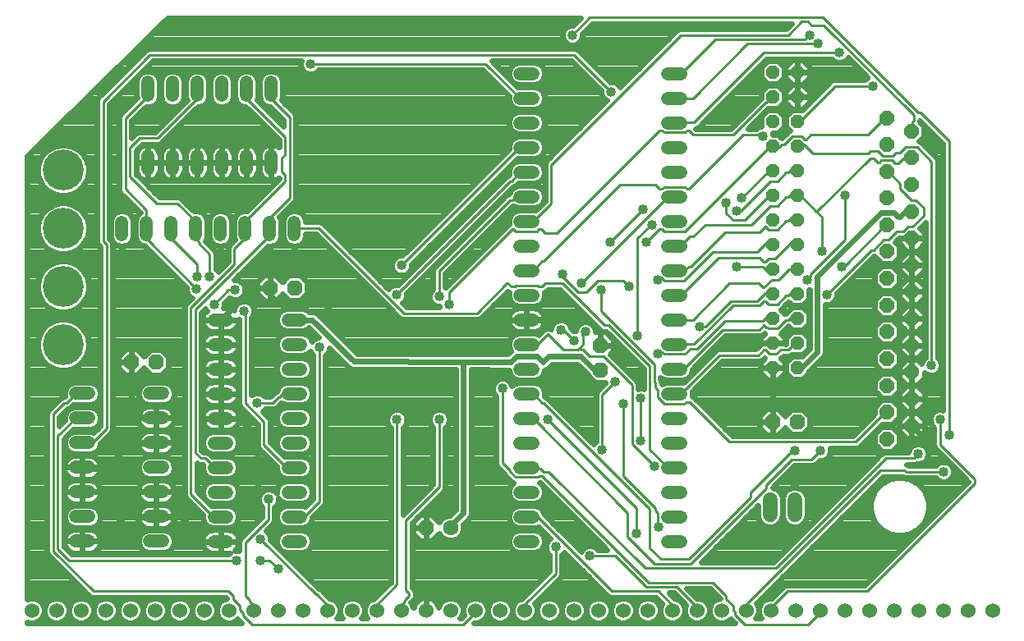
<source format=gbl>
G75*
%MOIN*%
%OFA0B0*%
%FSLAX25Y25*%
%IPPOS*%
%LPD*%
%AMOC8*
5,1,8,0,0,1.08239X$1,22.5*
%
%ADD10OC8,0.06300*%
%ADD11C,0.06000*%
%ADD12C,0.05200*%
%ADD13C,0.06000*%
%ADD14OC8,0.05600*%
%ADD15C,0.06300*%
%ADD16OC8,0.06000*%
%ADD17C,0.02400*%
%ADD18C,0.16598*%
%ADD19C,0.01000*%
%ADD20C,0.04000*%
D10*
X0169186Y0045984D03*
X0240050Y0110153D03*
X0240050Y0120153D03*
X0309841Y0089011D03*
X0319841Y0089011D03*
X0115901Y0143420D03*
X0105901Y0143420D03*
X0059602Y0113263D03*
X0049602Y0113263D03*
D11*
X0049208Y0012436D03*
X0059208Y0012436D03*
X0069208Y0012436D03*
X0079208Y0012436D03*
X0089208Y0012436D03*
X0099208Y0012436D03*
X0109208Y0012436D03*
X0119208Y0012436D03*
X0129208Y0012436D03*
X0139208Y0012436D03*
X0149208Y0012436D03*
X0159208Y0012436D03*
X0169208Y0012436D03*
X0179208Y0012436D03*
X0189208Y0012436D03*
X0199208Y0012436D03*
X0209208Y0012436D03*
X0219208Y0012436D03*
X0229208Y0012436D03*
X0239208Y0012436D03*
X0249208Y0012436D03*
X0259208Y0012436D03*
X0269208Y0012436D03*
X0279208Y0012436D03*
X0289208Y0012436D03*
X0299208Y0012436D03*
X0309208Y0012436D03*
X0319208Y0012436D03*
X0329208Y0012436D03*
X0339208Y0012436D03*
X0349208Y0012436D03*
X0359208Y0012436D03*
X0369208Y0012436D03*
X0379208Y0012436D03*
X0389208Y0012436D03*
X0399208Y0012436D03*
X0039208Y0012436D03*
X0029208Y0012436D03*
X0019208Y0012436D03*
X0009208Y0012436D03*
D12*
X0027120Y0040507D02*
X0032320Y0040507D01*
X0032320Y0050507D02*
X0027120Y0050507D01*
X0027120Y0060507D02*
X0032320Y0060507D01*
X0032320Y0070507D02*
X0027120Y0070507D01*
X0027120Y0080507D02*
X0032320Y0080507D01*
X0032320Y0090507D02*
X0027120Y0090507D01*
X0027120Y0100507D02*
X0032320Y0100507D01*
X0057120Y0100507D02*
X0062320Y0100507D01*
X0062320Y0090507D02*
X0057120Y0090507D01*
X0057120Y0080507D02*
X0062320Y0080507D01*
X0062320Y0070507D02*
X0057120Y0070507D01*
X0057120Y0060507D02*
X0062320Y0060507D01*
X0062320Y0050507D02*
X0057120Y0050507D01*
X0057120Y0040507D02*
X0062320Y0040507D01*
X0083222Y0040468D02*
X0088422Y0040468D01*
X0088422Y0050468D02*
X0083222Y0050468D01*
X0083222Y0060468D02*
X0088422Y0060468D01*
X0088422Y0070468D02*
X0083222Y0070468D01*
X0083222Y0080468D02*
X0088422Y0080468D01*
X0088422Y0090468D02*
X0083222Y0090468D01*
X0083222Y0100468D02*
X0088422Y0100468D01*
X0088422Y0110468D02*
X0083222Y0110468D01*
X0083222Y0120468D02*
X0088422Y0120468D01*
X0088422Y0130468D02*
X0083222Y0130468D01*
X0113222Y0130468D02*
X0118422Y0130468D01*
X0118422Y0120468D02*
X0113222Y0120468D01*
X0113222Y0110468D02*
X0118422Y0110468D01*
X0118422Y0100468D02*
X0113222Y0100468D01*
X0113222Y0090468D02*
X0118422Y0090468D01*
X0118422Y0080468D02*
X0113222Y0080468D01*
X0113222Y0070468D02*
X0118422Y0070468D01*
X0118422Y0060468D02*
X0113222Y0060468D01*
X0113222Y0050468D02*
X0118422Y0050468D01*
X0118422Y0040468D02*
X0113222Y0040468D01*
X0207450Y0040468D02*
X0212650Y0040468D01*
X0212650Y0050468D02*
X0207450Y0050468D01*
X0207450Y0060468D02*
X0212650Y0060468D01*
X0212650Y0070468D02*
X0207450Y0070468D01*
X0207450Y0080468D02*
X0212650Y0080468D01*
X0212650Y0090468D02*
X0207450Y0090468D01*
X0207450Y0100468D02*
X0212650Y0100468D01*
X0212650Y0110468D02*
X0207450Y0110468D01*
X0207450Y0120468D02*
X0212650Y0120468D01*
X0212650Y0130468D02*
X0207450Y0130468D01*
X0207450Y0140468D02*
X0212650Y0140468D01*
X0212650Y0150468D02*
X0207450Y0150468D01*
X0207450Y0160468D02*
X0212650Y0160468D01*
X0212650Y0170468D02*
X0207450Y0170468D01*
X0207450Y0180468D02*
X0212650Y0180468D01*
X0212650Y0190468D02*
X0207450Y0190468D01*
X0207450Y0200468D02*
X0212650Y0200468D01*
X0212650Y0210468D02*
X0207450Y0210468D01*
X0207450Y0220468D02*
X0212650Y0220468D01*
X0212650Y0230468D02*
X0207450Y0230468D01*
X0267450Y0230468D02*
X0272650Y0230468D01*
X0272650Y0220468D02*
X0267450Y0220468D01*
X0267450Y0210468D02*
X0272650Y0210468D01*
X0272650Y0200468D02*
X0267450Y0200468D01*
X0267450Y0190468D02*
X0272650Y0190468D01*
X0272650Y0180468D02*
X0267450Y0180468D01*
X0267450Y0170468D02*
X0272650Y0170468D01*
X0272650Y0160468D02*
X0267450Y0160468D01*
X0267450Y0150468D02*
X0272650Y0150468D01*
X0272650Y0140468D02*
X0267450Y0140468D01*
X0267450Y0130468D02*
X0272650Y0130468D01*
X0272650Y0120468D02*
X0267450Y0120468D01*
X0267450Y0110468D02*
X0272650Y0110468D01*
X0272650Y0100468D02*
X0267450Y0100468D01*
X0267450Y0090468D02*
X0272650Y0090468D01*
X0272650Y0080468D02*
X0267450Y0080468D01*
X0267450Y0070468D02*
X0272650Y0070468D01*
X0272650Y0060468D02*
X0267450Y0060468D01*
X0267450Y0050468D02*
X0272650Y0050468D01*
X0272650Y0040468D02*
X0267450Y0040468D01*
X0115743Y0164954D02*
X0115743Y0170154D01*
X0105743Y0170154D02*
X0105743Y0164954D01*
X0095743Y0164954D02*
X0095743Y0170154D01*
X0085743Y0170154D02*
X0085743Y0164954D01*
X0075743Y0164954D02*
X0075743Y0170154D01*
X0065743Y0170154D02*
X0065743Y0164954D01*
X0055743Y0164954D02*
X0055743Y0170154D01*
X0045743Y0170154D02*
X0045743Y0164954D01*
X0056334Y0191687D02*
X0056334Y0196887D01*
X0066334Y0196887D02*
X0066334Y0191687D01*
X0076334Y0191687D02*
X0076334Y0196887D01*
X0086334Y0196887D02*
X0086334Y0191687D01*
X0096334Y0191687D02*
X0096334Y0196887D01*
X0106334Y0196887D02*
X0106334Y0191687D01*
X0106334Y0221687D02*
X0106334Y0226887D01*
X0096334Y0226887D02*
X0096334Y0221687D01*
X0086334Y0221687D02*
X0086334Y0226887D01*
X0076334Y0226887D02*
X0076334Y0221687D01*
X0066334Y0221687D02*
X0066334Y0226887D01*
X0056334Y0226887D02*
X0056334Y0221687D01*
D13*
X0308857Y0057365D02*
X0308857Y0051365D01*
X0318857Y0051365D02*
X0318857Y0057365D01*
D14*
X0319959Y0111019D03*
X0309959Y0111019D03*
X0309959Y0121019D03*
X0319959Y0121019D03*
X0319959Y0131019D03*
X0309959Y0131019D03*
X0309959Y0141019D03*
X0319959Y0141019D03*
X0319959Y0151019D03*
X0319959Y0161019D03*
X0309959Y0161019D03*
X0309959Y0151019D03*
X0309959Y0171019D03*
X0319959Y0171019D03*
X0319959Y0181019D03*
X0309959Y0181019D03*
X0309959Y0191019D03*
X0319959Y0191019D03*
X0319959Y0201019D03*
X0309959Y0201019D03*
X0309959Y0211019D03*
X0309959Y0221019D03*
X0319959Y0221019D03*
X0319959Y0211019D03*
X0319959Y0231019D03*
X0309959Y0231019D03*
D15*
X0179186Y0045984D03*
D16*
X0356452Y0082079D03*
X0366452Y0087479D03*
X0356452Y0092979D03*
X0366452Y0098379D03*
X0356452Y0103779D03*
X0366452Y0109279D03*
X0356452Y0114679D03*
X0366452Y0120079D03*
X0356452Y0125579D03*
X0366452Y0130979D03*
X0356452Y0136379D03*
X0366452Y0141879D03*
X0356452Y0147279D03*
X0366452Y0152679D03*
X0356452Y0158179D03*
X0366452Y0163579D03*
X0356452Y0168979D03*
X0366452Y0174479D03*
X0356452Y0179879D03*
X0366452Y0185279D03*
X0356452Y0190779D03*
X0366452Y0196179D03*
X0356452Y0201579D03*
X0366452Y0207079D03*
X0356452Y0212479D03*
D17*
X0007400Y0007773D02*
X0007400Y0007400D01*
X0094264Y0007400D01*
X0092781Y0008884D01*
X0092765Y0008922D01*
X0092040Y0008197D01*
X0090202Y0007436D01*
X0088213Y0007436D01*
X0086376Y0008197D01*
X0084969Y0009604D01*
X0084208Y0011442D01*
X0084208Y0013431D01*
X0084969Y0015268D01*
X0086376Y0016675D01*
X0088213Y0017436D01*
X0088278Y0017436D01*
X0088014Y0017700D01*
X0033653Y0017700D01*
X0032734Y0018081D01*
X0032031Y0018784D01*
X0015831Y0034984D01*
X0015450Y0035903D01*
X0015450Y0092697D01*
X0015831Y0093616D01*
X0016534Y0094319D01*
X0021034Y0098819D01*
X0021953Y0099200D01*
X0022314Y0099200D01*
X0022574Y0099460D01*
X0022520Y0099592D01*
X0022520Y0101422D01*
X0023220Y0103113D01*
X0024514Y0104407D01*
X0026205Y0105107D01*
X0033235Y0105107D01*
X0034925Y0104407D01*
X0036219Y0103113D01*
X0036920Y0101422D01*
X0036920Y0099592D01*
X0036219Y0097901D01*
X0034925Y0096607D01*
X0033235Y0095907D01*
X0026205Y0095907D01*
X0026125Y0095940D01*
X0025469Y0095284D01*
X0024766Y0094581D01*
X0023847Y0094200D01*
X0023486Y0094200D01*
X0020450Y0091164D01*
X0020450Y0087436D01*
X0022545Y0089531D01*
X0022520Y0089592D01*
X0022520Y0091422D01*
X0023220Y0093113D01*
X0024514Y0094407D01*
X0026205Y0095107D01*
X0033235Y0095107D01*
X0034925Y0094407D01*
X0036219Y0093113D01*
X0036920Y0091422D01*
X0036920Y0089592D01*
X0036219Y0087901D01*
X0034925Y0086607D01*
X0033235Y0085907D01*
X0026205Y0085907D01*
X0026055Y0085969D01*
X0022250Y0082164D01*
X0022250Y0038336D01*
X0025286Y0035300D01*
X0089043Y0035300D01*
X0089526Y0035783D01*
X0088800Y0035668D01*
X0085822Y0035668D01*
X0085822Y0040468D01*
X0085822Y0045268D01*
X0082844Y0045268D01*
X0082098Y0045150D01*
X0081379Y0044916D01*
X0080706Y0044573D01*
X0080095Y0044129D01*
X0079561Y0043595D01*
X0079117Y0042983D01*
X0078774Y0042310D01*
X0078540Y0041592D01*
X0078422Y0040845D01*
X0078422Y0040468D01*
X0085822Y0040468D01*
X0085822Y0040468D01*
X0085822Y0045268D01*
X0088800Y0045268D01*
X0089546Y0045150D01*
X0090265Y0044916D01*
X0090938Y0044573D01*
X0091549Y0044129D01*
X0092083Y0043595D01*
X0092527Y0042983D01*
X0092870Y0042310D01*
X0093104Y0041592D01*
X0093222Y0040845D01*
X0093222Y0040468D01*
X0085822Y0040468D01*
X0085822Y0040468D01*
X0085901Y0040389D01*
X0092357Y0040389D01*
X0100822Y0048854D01*
X0100822Y0082909D01*
X0093263Y0090468D01*
X0085822Y0090468D01*
X0085822Y0095268D01*
X0082844Y0095268D01*
X0082098Y0095150D01*
X0081379Y0094916D01*
X0080706Y0094573D01*
X0080095Y0094129D01*
X0079561Y0093595D01*
X0079117Y0092983D01*
X0078774Y0092310D01*
X0078540Y0091592D01*
X0078422Y0090845D01*
X0078422Y0090468D01*
X0085822Y0090468D01*
X0085822Y0090468D01*
X0085822Y0095268D01*
X0088800Y0095268D01*
X0089546Y0095150D01*
X0090265Y0094916D01*
X0090938Y0094573D01*
X0091549Y0094129D01*
X0092083Y0093595D01*
X0092527Y0092983D01*
X0092870Y0092310D01*
X0093104Y0091592D01*
X0093222Y0090845D01*
X0093222Y0090468D01*
X0085822Y0090468D01*
X0085822Y0090468D01*
X0085822Y0100468D01*
X0085822Y0105268D01*
X0082844Y0105268D01*
X0082098Y0105150D01*
X0081379Y0104916D01*
X0080706Y0104573D01*
X0080095Y0104129D01*
X0079561Y0103595D01*
X0079117Y0102983D01*
X0078774Y0102310D01*
X0078540Y0101592D01*
X0078422Y0100845D01*
X0078422Y0100468D01*
X0085822Y0100468D01*
X0085822Y0100468D01*
X0085822Y0105268D01*
X0088800Y0105268D01*
X0089546Y0105150D01*
X0090265Y0104916D01*
X0090938Y0104573D01*
X0091549Y0104129D01*
X0092083Y0103595D01*
X0092527Y0102983D01*
X0092870Y0102310D01*
X0093104Y0101592D01*
X0093222Y0100845D01*
X0093222Y0100468D01*
X0085822Y0100468D01*
X0085822Y0100468D01*
X0085822Y0110468D01*
X0085822Y0115268D01*
X0082844Y0115268D01*
X0082098Y0115150D01*
X0081379Y0114916D01*
X0080706Y0114573D01*
X0080095Y0114129D01*
X0079561Y0113595D01*
X0079117Y0112983D01*
X0078774Y0112310D01*
X0078540Y0111592D01*
X0078422Y0110845D01*
X0078422Y0110468D01*
X0085822Y0110468D01*
X0085822Y0110468D01*
X0085822Y0115268D01*
X0088800Y0115268D01*
X0089546Y0115150D01*
X0090265Y0114916D01*
X0090938Y0114573D01*
X0091549Y0114129D01*
X0092083Y0113595D01*
X0092527Y0112983D01*
X0092870Y0112310D01*
X0093104Y0111592D01*
X0093222Y0110845D01*
X0093222Y0110468D01*
X0085822Y0110468D01*
X0085822Y0110468D01*
X0085822Y0110468D01*
X0078422Y0110468D01*
X0078422Y0110090D01*
X0078540Y0109344D01*
X0078774Y0108625D01*
X0079117Y0107952D01*
X0079561Y0107341D01*
X0080095Y0106806D01*
X0080706Y0106362D01*
X0081379Y0106019D01*
X0082098Y0105786D01*
X0082844Y0105668D01*
X0085822Y0105668D01*
X0088800Y0105668D01*
X0089546Y0105786D01*
X0090265Y0106019D01*
X0090938Y0106362D01*
X0091549Y0106806D01*
X0092083Y0107341D01*
X0092527Y0107952D01*
X0092870Y0108625D01*
X0093104Y0109344D01*
X0093222Y0110090D01*
X0093222Y0110468D01*
X0085822Y0110468D01*
X0085822Y0105668D01*
X0085822Y0110468D01*
X0085822Y0110468D01*
X0085822Y0110133D02*
X0085822Y0110133D01*
X0085822Y0107734D02*
X0085822Y0107734D01*
X0079275Y0107734D02*
X0078050Y0107734D01*
X0078050Y0105336D02*
X0093300Y0105336D01*
X0093300Y0107734D02*
X0092369Y0107734D01*
X0093222Y0110133D02*
X0093300Y0110133D01*
X0093300Y0112532D02*
X0092758Y0112532D01*
X0093300Y0114930D02*
X0090222Y0114930D01*
X0090265Y0116019D02*
X0090938Y0116362D01*
X0091549Y0116806D01*
X0092083Y0117341D01*
X0092527Y0117952D01*
X0092870Y0118625D01*
X0093104Y0119344D01*
X0093222Y0120090D01*
X0093222Y0120468D01*
X0093222Y0120845D01*
X0093104Y0121592D01*
X0092870Y0122310D01*
X0092527Y0122983D01*
X0092083Y0123595D01*
X0091549Y0124129D01*
X0090938Y0124573D01*
X0090265Y0124916D01*
X0089546Y0125150D01*
X0088800Y0125268D01*
X0085822Y0125268D01*
X0082844Y0125268D01*
X0082098Y0125150D01*
X0081379Y0124916D01*
X0080706Y0124573D01*
X0080095Y0124129D01*
X0079561Y0123595D01*
X0079117Y0122983D01*
X0078774Y0122310D01*
X0078540Y0121592D01*
X0078422Y0120845D01*
X0078422Y0120468D01*
X0085822Y0120468D01*
X0085822Y0125268D01*
X0085822Y0120468D01*
X0085822Y0120468D01*
X0085822Y0120468D01*
X0093222Y0120468D01*
X0085822Y0120468D01*
X0085822Y0120468D01*
X0078422Y0120468D01*
X0078422Y0120090D01*
X0078540Y0119344D01*
X0078774Y0118625D01*
X0079117Y0117952D01*
X0079561Y0117341D01*
X0080095Y0116806D01*
X0080706Y0116362D01*
X0081379Y0116019D01*
X0082098Y0115786D01*
X0082844Y0115668D01*
X0085822Y0115668D01*
X0088800Y0115668D01*
X0089546Y0115786D01*
X0090265Y0116019D01*
X0092071Y0117329D02*
X0093300Y0117329D01*
X0093300Y0119727D02*
X0093165Y0119727D01*
X0093300Y0122126D02*
X0092930Y0122126D01*
X0093300Y0124524D02*
X0091005Y0124524D01*
X0090265Y0126019D02*
X0090938Y0126362D01*
X0091549Y0126806D01*
X0092083Y0127341D01*
X0092527Y0127952D01*
X0092870Y0128625D01*
X0093104Y0129344D01*
X0093222Y0130090D01*
X0093222Y0130468D01*
X0093222Y0130602D01*
X0093300Y0130570D01*
X0093300Y0096203D01*
X0093681Y0095284D01*
X0094384Y0094581D01*
X0100950Y0088014D01*
X0100950Y0079103D01*
X0101331Y0078184D01*
X0102034Y0077481D01*
X0108622Y0070892D01*
X0108622Y0069553D01*
X0109322Y0067862D01*
X0110616Y0066568D01*
X0112307Y0065868D01*
X0119337Y0065868D01*
X0121028Y0066568D01*
X0122322Y0067862D01*
X0123022Y0069553D01*
X0123022Y0071383D01*
X0122322Y0073073D01*
X0121028Y0074367D01*
X0119337Y0075068D01*
X0112307Y0075068D01*
X0111749Y0074837D01*
X0105950Y0080636D01*
X0105950Y0089547D01*
X0105569Y0090466D01*
X0102811Y0093224D01*
X0103016Y0093309D01*
X0103907Y0094200D01*
X0107547Y0094200D01*
X0108466Y0094581D01*
X0109169Y0095284D01*
X0110398Y0096512D01*
X0110592Y0096593D01*
X0110616Y0096568D01*
X0112307Y0095868D01*
X0119337Y0095868D01*
X0121028Y0096568D01*
X0122322Y0097862D01*
X0123022Y0099553D01*
X0123022Y0101383D01*
X0122322Y0103073D01*
X0121028Y0104367D01*
X0119337Y0105068D01*
X0112307Y0105068D01*
X0110616Y0104367D01*
X0109322Y0103073D01*
X0108622Y0101383D01*
X0108622Y0101375D01*
X0107884Y0101069D01*
X0106014Y0099200D01*
X0103907Y0099200D01*
X0103016Y0100091D01*
X0101546Y0100700D01*
X0099954Y0100700D01*
X0098484Y0100091D01*
X0098300Y0099907D01*
X0098300Y0131343D01*
X0098741Y0131784D01*
X0099350Y0133254D01*
X0099350Y0134846D01*
X0098741Y0136316D01*
X0097616Y0137441D01*
X0096146Y0138050D01*
X0094554Y0138050D01*
X0093084Y0137441D01*
X0091959Y0136316D01*
X0091350Y0134846D01*
X0091350Y0134274D01*
X0090938Y0134573D01*
X0090265Y0134916D01*
X0089546Y0135150D01*
X0088800Y0135268D01*
X0086916Y0135268D01*
X0087200Y0135954D01*
X0087200Y0137214D01*
X0089339Y0139354D01*
X0089484Y0139209D01*
X0090954Y0138600D01*
X0092546Y0138600D01*
X0094016Y0139209D01*
X0095141Y0140334D01*
X0095750Y0141804D01*
X0095750Y0143396D01*
X0095141Y0144866D01*
X0094016Y0145991D01*
X0092546Y0146600D01*
X0091186Y0146600D01*
X0104940Y0160354D01*
X0106658Y0160354D01*
X0108349Y0161055D01*
X0109643Y0162349D01*
X0110343Y0164039D01*
X0110343Y0171069D01*
X0109790Y0172405D01*
X0115919Y0178534D01*
X0116300Y0179453D01*
X0116300Y0213297D01*
X0115919Y0214216D01*
X0115216Y0214919D01*
X0110474Y0219661D01*
X0110934Y0220772D01*
X0110934Y0227802D01*
X0110234Y0229492D01*
X0108940Y0230786D01*
X0107249Y0231487D01*
X0105419Y0231487D01*
X0103728Y0230786D01*
X0102434Y0229492D01*
X0101734Y0227802D01*
X0101734Y0220772D01*
X0102434Y0219081D01*
X0103728Y0217787D01*
X0105419Y0217087D01*
X0105978Y0217087D01*
X0111300Y0211764D01*
X0111300Y0208936D01*
X0100503Y0219732D01*
X0100934Y0220772D01*
X0100934Y0227802D01*
X0100234Y0229492D01*
X0098940Y0230786D01*
X0097249Y0231487D01*
X0095419Y0231487D01*
X0093728Y0230786D01*
X0092434Y0229492D01*
X0091734Y0227802D01*
X0091734Y0220772D01*
X0092434Y0219081D01*
X0093728Y0217787D01*
X0095419Y0217087D01*
X0096078Y0217087D01*
X0109500Y0203664D01*
X0109500Y0200509D01*
X0109461Y0200548D01*
X0108850Y0200992D01*
X0108176Y0201335D01*
X0107458Y0201568D01*
X0106712Y0201687D01*
X0106334Y0201687D01*
X0106334Y0194287D01*
X0106334Y0194287D01*
X0106334Y0201687D01*
X0105956Y0201687D01*
X0105210Y0201568D01*
X0104491Y0201335D01*
X0103818Y0200992D01*
X0103207Y0200548D01*
X0102673Y0200014D01*
X0102229Y0199402D01*
X0101886Y0198729D01*
X0101652Y0198011D01*
X0101534Y0197264D01*
X0101534Y0194287D01*
X0106334Y0194287D01*
X0096334Y0194287D01*
X0096334Y0194287D01*
X0096334Y0201687D01*
X0096712Y0201687D01*
X0097458Y0201568D01*
X0098176Y0201335D01*
X0098850Y0200992D01*
X0099461Y0200548D01*
X0099995Y0200014D01*
X0100439Y0199402D01*
X0100782Y0198729D01*
X0101016Y0198011D01*
X0101134Y0197264D01*
X0101134Y0194287D01*
X0096334Y0194287D01*
X0096334Y0194287D01*
X0096334Y0201687D01*
X0095956Y0201687D01*
X0095210Y0201568D01*
X0094491Y0201335D01*
X0093818Y0200992D01*
X0093207Y0200548D01*
X0092673Y0200014D01*
X0092229Y0199402D01*
X0091886Y0198729D01*
X0091652Y0198011D01*
X0091534Y0197264D01*
X0091534Y0194287D01*
X0096334Y0194287D01*
X0086334Y0194287D01*
X0086334Y0194287D01*
X0086334Y0201687D01*
X0086712Y0201687D01*
X0087458Y0201568D01*
X0088176Y0201335D01*
X0088850Y0200992D01*
X0089461Y0200548D01*
X0089995Y0200014D01*
X0090439Y0199402D01*
X0090782Y0198729D01*
X0091016Y0198011D01*
X0091134Y0197264D01*
X0091134Y0194287D01*
X0086334Y0194287D01*
X0086334Y0194287D01*
X0086334Y0201687D01*
X0085956Y0201687D01*
X0085210Y0201568D01*
X0084491Y0201335D01*
X0083818Y0200992D01*
X0083207Y0200548D01*
X0082673Y0200014D01*
X0082229Y0199402D01*
X0081886Y0198729D01*
X0081652Y0198011D01*
X0081534Y0197264D01*
X0081534Y0194287D01*
X0086334Y0194287D01*
X0076334Y0194287D01*
X0076334Y0194287D01*
X0076334Y0201687D01*
X0076712Y0201687D01*
X0077458Y0201568D01*
X0078176Y0201335D01*
X0078850Y0200992D01*
X0079461Y0200548D01*
X0079995Y0200014D01*
X0080439Y0199402D01*
X0080782Y0198729D01*
X0081016Y0198011D01*
X0081134Y0197264D01*
X0081134Y0194287D01*
X0076334Y0194287D01*
X0076334Y0194287D01*
X0076334Y0201687D01*
X0075956Y0201687D01*
X0075210Y0201568D01*
X0074491Y0201335D01*
X0073818Y0200992D01*
X0073207Y0200548D01*
X0072673Y0200014D01*
X0072229Y0199402D01*
X0071886Y0198729D01*
X0071652Y0198011D01*
X0071534Y0197264D01*
X0071534Y0194287D01*
X0076334Y0194287D01*
X0066334Y0194287D01*
X0066334Y0194287D01*
X0066334Y0201687D01*
X0066712Y0201687D01*
X0067458Y0201568D01*
X0068176Y0201335D01*
X0068850Y0200992D01*
X0069461Y0200548D01*
X0069995Y0200014D01*
X0070439Y0199402D01*
X0070782Y0198729D01*
X0071016Y0198011D01*
X0071134Y0197264D01*
X0071134Y0194287D01*
X0066334Y0194287D01*
X0066334Y0194287D01*
X0066334Y0201687D01*
X0065956Y0201687D01*
X0065210Y0201568D01*
X0064491Y0201335D01*
X0063818Y0200992D01*
X0063207Y0200548D01*
X0062673Y0200014D01*
X0062229Y0199402D01*
X0061886Y0198729D01*
X0061652Y0198011D01*
X0061534Y0197264D01*
X0061534Y0194287D01*
X0066334Y0194287D01*
X0056334Y0194287D01*
X0056334Y0194287D01*
X0056334Y0201687D01*
X0056712Y0201687D01*
X0057458Y0201568D01*
X0058176Y0201335D01*
X0058850Y0200992D01*
X0059461Y0200548D01*
X0059995Y0200014D01*
X0060439Y0199402D01*
X0060782Y0198729D01*
X0061016Y0198011D01*
X0061134Y0197264D01*
X0061134Y0194287D01*
X0056334Y0194287D01*
X0056334Y0194287D01*
X0056334Y0201687D01*
X0055956Y0201687D01*
X0055210Y0201568D01*
X0054491Y0201335D01*
X0053818Y0200992D01*
X0053207Y0200548D01*
X0052673Y0200014D01*
X0052229Y0199402D01*
X0051886Y0198729D01*
X0051652Y0198011D01*
X0051534Y0197264D01*
X0051534Y0194287D01*
X0056334Y0194287D01*
X0056334Y0194287D01*
X0061134Y0194287D01*
X0061134Y0191309D01*
X0061016Y0190563D01*
X0060782Y0189844D01*
X0060439Y0189171D01*
X0059995Y0188560D01*
X0059461Y0188025D01*
X0058850Y0187581D01*
X0058176Y0187238D01*
X0057458Y0187005D01*
X0056712Y0186887D01*
X0056334Y0186887D01*
X0056334Y0194286D01*
X0056334Y0194286D01*
X0056334Y0186887D01*
X0055956Y0186887D01*
X0055210Y0187005D01*
X0054491Y0187238D01*
X0053818Y0187581D01*
X0053207Y0188025D01*
X0052673Y0188560D01*
X0052229Y0189171D01*
X0051886Y0189844D01*
X0051652Y0190563D01*
X0051534Y0191309D01*
X0051534Y0194287D01*
X0056334Y0194287D01*
X0056334Y0194081D02*
X0056334Y0194081D01*
X0056334Y0196479D02*
X0056334Y0196479D01*
X0056334Y0198878D02*
X0056334Y0198878D01*
X0056334Y0201276D02*
X0056334Y0201276D01*
X0058291Y0201276D02*
X0064376Y0201276D01*
X0066334Y0201276D02*
X0066334Y0201276D01*
X0068291Y0201276D02*
X0074376Y0201276D01*
X0076334Y0201276D02*
X0076334Y0201276D01*
X0078291Y0201276D02*
X0084376Y0201276D01*
X0086334Y0201276D02*
X0086334Y0201276D01*
X0088291Y0201276D02*
X0094376Y0201276D01*
X0096334Y0201276D02*
X0096334Y0201276D01*
X0098291Y0201276D02*
X0104376Y0201276D01*
X0106334Y0201276D02*
X0106334Y0201276D01*
X0108291Y0201276D02*
X0109500Y0201276D01*
X0109490Y0203675D02*
X0063210Y0203675D01*
X0062369Y0202834D02*
X0076622Y0217087D01*
X0077249Y0217087D01*
X0078940Y0217787D01*
X0080234Y0219081D01*
X0080934Y0220772D01*
X0080934Y0227802D01*
X0080234Y0229492D01*
X0078940Y0230786D01*
X0077249Y0231487D01*
X0075419Y0231487D01*
X0073728Y0230786D01*
X0072434Y0229492D01*
X0071734Y0227802D01*
X0071734Y0220772D01*
X0072174Y0219709D01*
X0059214Y0206750D01*
X0052553Y0206750D01*
X0051634Y0206369D01*
X0049700Y0204436D01*
X0049700Y0211314D01*
X0055472Y0217087D01*
X0057249Y0217087D01*
X0058940Y0217787D01*
X0060234Y0219081D01*
X0060934Y0220772D01*
X0060934Y0227802D01*
X0060234Y0229492D01*
X0058940Y0230786D01*
X0057249Y0231487D01*
X0055419Y0231487D01*
X0053728Y0230786D01*
X0052434Y0229492D01*
X0051734Y0227802D01*
X0051734Y0220772D01*
X0051837Y0220523D01*
X0045081Y0213766D01*
X0044700Y0212847D01*
X0044700Y0183053D01*
X0045081Y0182134D01*
X0045784Y0181431D01*
X0053154Y0174061D01*
X0053138Y0174054D01*
X0051844Y0172760D01*
X0051143Y0171069D01*
X0051143Y0164039D01*
X0051844Y0162349D01*
X0053138Y0161055D01*
X0054828Y0160354D01*
X0055160Y0160354D01*
X0072000Y0143514D01*
X0072000Y0142254D01*
X0072609Y0140784D01*
X0073734Y0139659D01*
X0074257Y0139442D01*
X0071631Y0136816D01*
X0071250Y0135897D01*
X0071250Y0059303D01*
X0071631Y0058384D01*
X0072334Y0057681D01*
X0078625Y0051390D01*
X0078622Y0051383D01*
X0078622Y0049553D01*
X0079322Y0047862D01*
X0080616Y0046568D01*
X0082307Y0045868D01*
X0089337Y0045868D01*
X0091028Y0046568D01*
X0092322Y0047862D01*
X0093022Y0049553D01*
X0093022Y0051383D01*
X0092322Y0053073D01*
X0091028Y0054367D01*
X0089337Y0055068D01*
X0082307Y0055068D01*
X0082103Y0054983D01*
X0076250Y0060836D01*
X0076250Y0072214D01*
X0076384Y0072081D01*
X0077303Y0071700D01*
X0078564Y0071700D01*
X0078698Y0071566D01*
X0078622Y0071383D01*
X0078622Y0069553D01*
X0079322Y0067862D01*
X0080616Y0066568D01*
X0082307Y0065868D01*
X0089337Y0065868D01*
X0091028Y0066568D01*
X0092322Y0067862D01*
X0093022Y0069553D01*
X0093022Y0071383D01*
X0092322Y0073073D01*
X0091028Y0074367D01*
X0089337Y0075068D01*
X0082307Y0075068D01*
X0082279Y0075056D01*
X0081719Y0075616D01*
X0081016Y0076319D01*
X0080097Y0076700D01*
X0078836Y0076700D01*
X0078050Y0077486D01*
X0078050Y0133464D01*
X0079592Y0135007D01*
X0079809Y0134484D01*
X0080135Y0134158D01*
X0080095Y0134129D01*
X0079561Y0133595D01*
X0079117Y0132983D01*
X0078774Y0132310D01*
X0078540Y0131592D01*
X0078422Y0130845D01*
X0078422Y0130468D01*
X0085822Y0130468D01*
X0085822Y0130468D01*
X0098775Y0143420D01*
X0105901Y0143420D01*
X0105901Y0138070D01*
X0108117Y0138070D01*
X0111042Y0140996D01*
X0113768Y0138270D01*
X0118034Y0138270D01*
X0121051Y0141287D01*
X0121051Y0145554D01*
X0118034Y0148570D01*
X0113768Y0148570D01*
X0111042Y0145845D01*
X0108117Y0148770D01*
X0105901Y0148770D01*
X0105901Y0143421D01*
X0105901Y0143421D01*
X0105901Y0148770D01*
X0103685Y0148770D01*
X0100551Y0145637D01*
X0100551Y0143421D01*
X0105901Y0143421D01*
X0105901Y0143420D02*
X0105901Y0140599D01*
X0110000Y0136500D01*
X0128100Y0136500D01*
X0134300Y0130300D01*
X0209883Y0130300D01*
X0210050Y0130468D01*
X0210050Y0130468D01*
X0202650Y0130468D01*
X0202650Y0130845D01*
X0202769Y0131592D01*
X0203002Y0132310D01*
X0203345Y0132983D01*
X0203789Y0133595D01*
X0204323Y0134129D01*
X0204935Y0134573D01*
X0205608Y0134916D01*
X0206326Y0135150D01*
X0207073Y0135268D01*
X0210050Y0135268D01*
X0210050Y0130468D01*
X0210050Y0130468D01*
X0202650Y0130468D01*
X0202650Y0130090D01*
X0202769Y0129344D01*
X0203002Y0128625D01*
X0203345Y0127952D01*
X0203789Y0127341D01*
X0204323Y0126806D01*
X0204935Y0126362D01*
X0205608Y0126019D01*
X0206326Y0125786D01*
X0207073Y0125668D01*
X0210050Y0125668D01*
X0210050Y0130468D01*
X0210050Y0135268D01*
X0213028Y0135268D01*
X0213774Y0135150D01*
X0214493Y0134916D01*
X0215166Y0134573D01*
X0215777Y0134129D01*
X0216312Y0133595D01*
X0216756Y0132983D01*
X0217099Y0132310D01*
X0217332Y0131592D01*
X0217450Y0130845D01*
X0217450Y0130468D01*
X0210051Y0130468D01*
X0210051Y0130468D01*
X0217450Y0130468D01*
X0217450Y0130090D01*
X0217332Y0129344D01*
X0217099Y0128625D01*
X0216756Y0127952D01*
X0216312Y0127341D01*
X0215777Y0126806D01*
X0215166Y0126362D01*
X0214493Y0126019D01*
X0213774Y0125786D01*
X0213028Y0125668D01*
X0210050Y0125668D01*
X0210050Y0130468D01*
X0210129Y0130546D01*
X0234932Y0130546D01*
X0240050Y0125428D01*
X0240050Y0120153D01*
X0240050Y0125503D01*
X0237950Y0125503D01*
X0237950Y0126296D01*
X0237341Y0127766D01*
X0236216Y0128891D01*
X0234746Y0129500D01*
X0233154Y0129500D01*
X0231684Y0128891D01*
X0230559Y0127766D01*
X0229950Y0126296D01*
X0229950Y0125900D01*
X0228986Y0125900D01*
X0228050Y0126836D01*
X0228050Y0127196D01*
X0227441Y0128666D01*
X0226316Y0129791D01*
X0224846Y0130400D01*
X0223254Y0130400D01*
X0221784Y0129791D01*
X0220659Y0128666D01*
X0220050Y0127196D01*
X0220050Y0126726D01*
X0219147Y0127100D01*
X0218153Y0127100D01*
X0217234Y0126719D01*
X0216531Y0126016D01*
X0214991Y0124477D01*
X0213565Y0125068D01*
X0206535Y0125068D01*
X0204845Y0124367D01*
X0203551Y0123073D01*
X0202850Y0121383D01*
X0202850Y0119553D01*
X0203551Y0117862D01*
X0203594Y0117819D01*
X0203187Y0117413D01*
X0203187Y0117413D01*
X0202327Y0116552D01*
X0185096Y0116593D01*
X0183999Y0116596D01*
X0183823Y0116596D01*
X0141329Y0116697D01*
X0125763Y0132263D01*
X0124863Y0133163D01*
X0123687Y0133650D01*
X0121745Y0133650D01*
X0121028Y0134367D01*
X0119337Y0135068D01*
X0112307Y0135068D01*
X0110616Y0134367D01*
X0109322Y0133073D01*
X0108622Y0131383D01*
X0108622Y0129553D01*
X0109322Y0127862D01*
X0110616Y0126568D01*
X0112307Y0125868D01*
X0119337Y0125868D01*
X0121028Y0126568D01*
X0121710Y0127250D01*
X0121725Y0127250D01*
X0125775Y0123200D01*
X0125154Y0123200D01*
X0123684Y0122591D01*
X0122862Y0121769D01*
X0122322Y0123073D01*
X0121028Y0124367D01*
X0119337Y0125068D01*
X0112307Y0125068D01*
X0110616Y0124367D01*
X0109322Y0123073D01*
X0108622Y0121383D01*
X0108622Y0119553D01*
X0109322Y0117862D01*
X0110616Y0116568D01*
X0112307Y0115868D01*
X0119337Y0115868D01*
X0121028Y0116568D01*
X0122218Y0117758D01*
X0122559Y0116934D01*
X0123450Y0116043D01*
X0123450Y0057686D01*
X0120394Y0054630D01*
X0119337Y0055068D01*
X0112307Y0055068D01*
X0110616Y0054367D01*
X0109322Y0053073D01*
X0108622Y0051383D01*
X0108622Y0049553D01*
X0109322Y0047862D01*
X0110616Y0046568D01*
X0112307Y0045868D01*
X0119337Y0045868D01*
X0121028Y0046568D01*
X0122322Y0047862D01*
X0123022Y0049553D01*
X0123022Y0050187D01*
X0127366Y0054531D01*
X0128069Y0055234D01*
X0128450Y0056153D01*
X0128450Y0116043D01*
X0129341Y0116934D01*
X0129950Y0118404D01*
X0129950Y0119025D01*
X0137733Y0111241D01*
X0138181Y0110791D01*
X0138185Y0110790D01*
X0138187Y0110787D01*
X0138771Y0110546D01*
X0139356Y0110302D01*
X0139360Y0110302D01*
X0139363Y0110300D01*
X0139997Y0110300D01*
X0181250Y0110202D01*
X0181250Y0053475D01*
X0178909Y0051134D01*
X0178161Y0051134D01*
X0176269Y0050350D01*
X0174820Y0048901D01*
X0174531Y0048205D01*
X0171402Y0051334D01*
X0169186Y0051334D01*
X0169186Y0045984D01*
X0169186Y0040634D01*
X0171402Y0040634D01*
X0174531Y0043764D01*
X0174820Y0043067D01*
X0176269Y0041618D01*
X0178161Y0040834D01*
X0180210Y0040834D01*
X0182103Y0041618D01*
X0183552Y0043067D01*
X0184336Y0044960D01*
X0184336Y0047009D01*
X0184189Y0047363D01*
X0186263Y0049437D01*
X0187163Y0050337D01*
X0187650Y0051513D01*
X0187650Y0110187D01*
X0202560Y0110152D01*
X0202563Y0110150D01*
X0202850Y0110150D01*
X0202850Y0109553D01*
X0203551Y0107862D01*
X0204845Y0106568D01*
X0206535Y0105868D01*
X0213565Y0105868D01*
X0215256Y0106568D01*
X0216550Y0107862D01*
X0217250Y0109553D01*
X0217250Y0110150D01*
X0217337Y0110150D01*
X0218513Y0110637D01*
X0220275Y0112400D01*
X0230675Y0112400D01*
X0234900Y0108174D01*
X0234900Y0108020D01*
X0237917Y0105003D01*
X0242100Y0105003D01*
X0242100Y0104786D01*
X0238581Y0101266D01*
X0238200Y0100347D01*
X0238200Y0080957D01*
X0237309Y0080066D01*
X0237224Y0079861D01*
X0218266Y0098819D01*
X0217498Y0099138D01*
X0217201Y0099434D01*
X0217250Y0099553D01*
X0217250Y0101383D01*
X0216550Y0103073D01*
X0215256Y0104367D01*
X0213565Y0105068D01*
X0206535Y0105068D01*
X0204845Y0104367D01*
X0204090Y0103612D01*
X0203591Y0104816D01*
X0202466Y0105941D01*
X0200996Y0106550D01*
X0199404Y0106550D01*
X0197934Y0105941D01*
X0196809Y0104816D01*
X0196200Y0103346D01*
X0196200Y0101754D01*
X0196809Y0100284D01*
X0197700Y0099393D01*
X0197700Y0071903D01*
X0198081Y0070984D01*
X0200912Y0068152D01*
X0201231Y0067384D01*
X0203481Y0065134D01*
X0204184Y0064431D01*
X0204696Y0064219D01*
X0203551Y0063073D01*
X0202850Y0061383D01*
X0202850Y0059553D01*
X0203551Y0057862D01*
X0204845Y0056568D01*
X0206535Y0055868D01*
X0213565Y0055868D01*
X0215256Y0056568D01*
X0216550Y0057862D01*
X0217250Y0059553D01*
X0217250Y0061383D01*
X0216550Y0063073D01*
X0215434Y0064189D01*
X0215604Y0064260D01*
X0242764Y0037100D01*
X0238907Y0037100D01*
X0238016Y0037991D01*
X0236546Y0038600D01*
X0234954Y0038600D01*
X0233484Y0037991D01*
X0232359Y0036866D01*
X0232142Y0036343D01*
X0217250Y0051235D01*
X0217250Y0051383D01*
X0216550Y0053073D01*
X0215256Y0054367D01*
X0213565Y0055068D01*
X0206535Y0055068D01*
X0204845Y0054367D01*
X0203551Y0053073D01*
X0202850Y0051383D01*
X0202850Y0049553D01*
X0203551Y0047862D01*
X0204845Y0046568D01*
X0206535Y0045868D01*
X0213565Y0045868D01*
X0214966Y0046448D01*
X0219739Y0041676D01*
X0219534Y0041591D01*
X0218409Y0040466D01*
X0217800Y0038996D01*
X0217800Y0037404D01*
X0218409Y0035934D01*
X0219300Y0035043D01*
X0219300Y0028436D01*
X0208301Y0017436D01*
X0208213Y0017436D01*
X0206376Y0016675D01*
X0204969Y0015268D01*
X0204208Y0013431D01*
X0204208Y0011442D01*
X0204969Y0009604D01*
X0206376Y0008197D01*
X0208213Y0007436D01*
X0210202Y0007436D01*
X0212040Y0008197D01*
X0213447Y0009604D01*
X0214208Y0011442D01*
X0214969Y0009604D01*
X0216376Y0008197D01*
X0218213Y0007436D01*
X0220202Y0007436D01*
X0222040Y0008197D01*
X0223447Y0009604D01*
X0224208Y0011442D01*
X0224969Y0009604D01*
X0226376Y0008197D01*
X0228213Y0007436D01*
X0230202Y0007436D01*
X0232040Y0008197D01*
X0233447Y0009604D01*
X0234208Y0011442D01*
X0234969Y0009604D01*
X0236376Y0008197D01*
X0238213Y0007436D01*
X0240202Y0007436D01*
X0242040Y0008197D01*
X0243447Y0009604D01*
X0244208Y0011442D01*
X0244969Y0009604D01*
X0246376Y0008197D01*
X0248213Y0007436D01*
X0250202Y0007436D01*
X0252040Y0008197D01*
X0253447Y0009604D01*
X0254208Y0011442D01*
X0254969Y0009604D01*
X0256376Y0008197D01*
X0258213Y0007436D01*
X0260202Y0007436D01*
X0262040Y0008197D01*
X0263447Y0009604D01*
X0264208Y0011442D01*
X0264969Y0009604D01*
X0266376Y0008197D01*
X0268213Y0007436D01*
X0270202Y0007436D01*
X0272040Y0008197D01*
X0273447Y0009604D01*
X0274208Y0011442D01*
X0274969Y0009604D01*
X0276376Y0008197D01*
X0278213Y0007436D01*
X0280202Y0007436D01*
X0282040Y0008197D01*
X0283447Y0009604D01*
X0284208Y0011442D01*
X0284969Y0009604D01*
X0286376Y0008197D01*
X0288213Y0007436D01*
X0290202Y0007436D01*
X0292040Y0008197D01*
X0292879Y0009036D01*
X0294514Y0007400D01*
X0188686Y0007400D01*
X0188722Y0007436D01*
X0190202Y0007436D01*
X0192040Y0008197D01*
X0193447Y0009604D01*
X0194208Y0011442D01*
X0194969Y0009604D01*
X0196376Y0008197D01*
X0198213Y0007436D01*
X0200202Y0007436D01*
X0202040Y0008197D01*
X0203447Y0009604D01*
X0204208Y0011442D01*
X0204208Y0013431D01*
X0203447Y0015268D01*
X0202040Y0016675D01*
X0200202Y0017436D01*
X0198213Y0017436D01*
X0196376Y0016675D01*
X0194969Y0015268D01*
X0194208Y0013431D01*
X0194208Y0011442D01*
X0194208Y0013431D01*
X0193447Y0015268D01*
X0192040Y0016675D01*
X0190202Y0017436D01*
X0188213Y0017436D01*
X0186376Y0016675D01*
X0184969Y0015268D01*
X0184208Y0013431D01*
X0184208Y0011442D01*
X0184632Y0010418D01*
X0183414Y0009200D01*
X0183043Y0009200D01*
X0183447Y0009604D01*
X0184208Y0011442D01*
X0184208Y0013431D01*
X0183447Y0015268D01*
X0182040Y0016675D01*
X0180202Y0017436D01*
X0178213Y0017436D01*
X0176376Y0016675D01*
X0174969Y0015268D01*
X0174285Y0013618D01*
X0174280Y0013654D01*
X0174027Y0014432D01*
X0173655Y0015162D01*
X0173174Y0015824D01*
X0172595Y0016403D01*
X0171933Y0016884D01*
X0171204Y0017255D01*
X0170426Y0017508D01*
X0169617Y0017636D01*
X0169208Y0017636D01*
X0169208Y0012436D01*
X0169208Y0012436D01*
X0169208Y0017636D01*
X0168799Y0017636D01*
X0167990Y0017508D01*
X0167212Y0017255D01*
X0166482Y0016884D01*
X0165820Y0016403D01*
X0165242Y0015824D01*
X0164760Y0015162D01*
X0164389Y0014432D01*
X0164136Y0013654D01*
X0164130Y0013618D01*
X0163447Y0015268D01*
X0163125Y0015590D01*
X0164519Y0016984D01*
X0164900Y0017903D01*
X0164900Y0019797D01*
X0164519Y0020716D01*
X0163816Y0021419D01*
X0163550Y0021686D01*
X0163550Y0047964D01*
X0176669Y0061084D01*
X0177050Y0062003D01*
X0177050Y0086793D01*
X0177941Y0087684D01*
X0178550Y0089154D01*
X0178550Y0090746D01*
X0177941Y0092216D01*
X0176816Y0093341D01*
X0175346Y0093950D01*
X0173754Y0093950D01*
X0172284Y0093341D01*
X0171159Y0092216D01*
X0170550Y0090746D01*
X0170550Y0089154D01*
X0171159Y0087684D01*
X0172050Y0086793D01*
X0172050Y0063536D01*
X0159950Y0051436D01*
X0159950Y0086793D01*
X0160841Y0087684D01*
X0161450Y0089154D01*
X0161450Y0090746D01*
X0160841Y0092216D01*
X0159716Y0093341D01*
X0158246Y0093950D01*
X0156654Y0093950D01*
X0155184Y0093341D01*
X0154059Y0092216D01*
X0153450Y0090746D01*
X0153450Y0089154D01*
X0154059Y0087684D01*
X0154950Y0086793D01*
X0154950Y0023936D01*
X0148451Y0017436D01*
X0148213Y0017436D01*
X0146376Y0016675D01*
X0144969Y0015268D01*
X0144208Y0013431D01*
X0144208Y0011442D01*
X0144969Y0009604D01*
X0145373Y0009200D01*
X0143043Y0009200D01*
X0143447Y0009604D01*
X0144208Y0011442D01*
X0144208Y0013431D01*
X0143447Y0015268D01*
X0142040Y0016675D01*
X0140202Y0017436D01*
X0138213Y0017436D01*
X0136376Y0016675D01*
X0134969Y0015268D01*
X0134208Y0013431D01*
X0134208Y0011442D01*
X0134969Y0009604D01*
X0135373Y0009200D01*
X0133043Y0009200D01*
X0133447Y0009604D01*
X0134208Y0011442D01*
X0134208Y0013431D01*
X0133447Y0015268D01*
X0132040Y0016675D01*
X0130202Y0017436D01*
X0129999Y0017436D01*
X0127169Y0020266D01*
X0126466Y0020969D01*
X0125698Y0021288D01*
X0106100Y0040886D01*
X0106100Y0042146D01*
X0105491Y0043616D01*
X0104366Y0044741D01*
X0104161Y0044826D01*
X0107369Y0048034D01*
X0107750Y0048953D01*
X0107750Y0054393D01*
X0108641Y0055284D01*
X0109250Y0056754D01*
X0109250Y0058037D01*
X0109322Y0057862D01*
X0110616Y0056568D01*
X0112307Y0055868D01*
X0119337Y0055868D01*
X0121028Y0056568D01*
X0122322Y0057862D01*
X0123022Y0059553D01*
X0123022Y0061383D01*
X0122322Y0063073D01*
X0121028Y0064367D01*
X0119337Y0065068D01*
X0112307Y0065068D01*
X0110616Y0064367D01*
X0109322Y0063073D01*
X0108622Y0061383D01*
X0108622Y0059835D01*
X0107516Y0060941D01*
X0106046Y0061550D01*
X0104454Y0061550D01*
X0102984Y0060941D01*
X0101859Y0059816D01*
X0101250Y0058346D01*
X0101250Y0056754D01*
X0101859Y0055284D01*
X0102750Y0054393D01*
X0102750Y0050486D01*
X0094384Y0042119D01*
X0093681Y0041416D01*
X0093300Y0040497D01*
X0093300Y0036674D01*
X0092996Y0036800D01*
X0091540Y0036800D01*
X0091549Y0036806D01*
X0092083Y0037341D01*
X0092527Y0037952D01*
X0092870Y0038625D01*
X0093104Y0039344D01*
X0093222Y0040090D01*
X0093222Y0040468D01*
X0085822Y0040468D01*
X0079680Y0040468D01*
X0069917Y0050231D01*
X0059995Y0050231D01*
X0059720Y0050507D01*
X0059720Y0050507D01*
X0067120Y0050507D01*
X0067120Y0050129D01*
X0067001Y0049383D01*
X0066768Y0048665D01*
X0066425Y0047991D01*
X0065981Y0047380D01*
X0065447Y0046846D01*
X0064835Y0046402D01*
X0064162Y0046059D01*
X0063444Y0045825D01*
X0062697Y0045707D01*
X0059720Y0045707D01*
X0059720Y0050507D01*
X0067120Y0050507D01*
X0067120Y0050885D01*
X0067001Y0051631D01*
X0066768Y0052350D01*
X0066425Y0053023D01*
X0065981Y0053634D01*
X0065447Y0054168D01*
X0064835Y0054612D01*
X0064162Y0054955D01*
X0063444Y0055189D01*
X0062697Y0055307D01*
X0059720Y0055307D01*
X0059720Y0050507D01*
X0059720Y0050507D01*
X0059720Y0060507D01*
X0059720Y0060507D01*
X0067120Y0060507D01*
X0067120Y0060129D01*
X0067001Y0059383D01*
X0066768Y0058665D01*
X0066425Y0057991D01*
X0065981Y0057380D01*
X0065447Y0056846D01*
X0064835Y0056402D01*
X0064162Y0056059D01*
X0063444Y0055825D01*
X0062697Y0055707D01*
X0059720Y0055707D01*
X0059720Y0060507D01*
X0067120Y0060507D01*
X0067120Y0060885D01*
X0067001Y0061631D01*
X0066768Y0062350D01*
X0066425Y0063023D01*
X0065981Y0063634D01*
X0065447Y0064168D01*
X0064835Y0064612D01*
X0064162Y0064955D01*
X0063444Y0065189D01*
X0062697Y0065307D01*
X0059720Y0065307D01*
X0059720Y0060507D01*
X0059720Y0060507D01*
X0059720Y0060507D01*
X0059720Y0055707D01*
X0056742Y0055707D01*
X0055996Y0055825D01*
X0055277Y0056059D01*
X0054604Y0056402D01*
X0053993Y0056846D01*
X0053458Y0057380D01*
X0053014Y0057991D01*
X0052671Y0058665D01*
X0052438Y0059383D01*
X0052320Y0060129D01*
X0052320Y0060507D01*
X0059720Y0060507D01*
X0059720Y0065307D01*
X0056742Y0065307D01*
X0055996Y0065189D01*
X0055277Y0064955D01*
X0054604Y0064612D01*
X0053993Y0064168D01*
X0053458Y0063634D01*
X0053014Y0063023D01*
X0052671Y0062350D01*
X0052438Y0061631D01*
X0052320Y0060885D01*
X0052320Y0060507D01*
X0059720Y0060507D01*
X0059720Y0060507D01*
X0059720Y0059764D02*
X0059720Y0059764D01*
X0059720Y0057366D02*
X0059720Y0057366D01*
X0059720Y0055307D02*
X0056742Y0055307D01*
X0055996Y0055189D01*
X0055277Y0054955D01*
X0054604Y0054612D01*
X0053993Y0054168D01*
X0053458Y0053634D01*
X0053014Y0053023D01*
X0052671Y0052350D01*
X0052438Y0051631D01*
X0052320Y0050885D01*
X0052320Y0050507D01*
X0052320Y0050129D01*
X0052438Y0049383D01*
X0052671Y0048665D01*
X0053014Y0047991D01*
X0053458Y0047380D01*
X0053993Y0046846D01*
X0054604Y0046402D01*
X0055277Y0046059D01*
X0055996Y0045825D01*
X0056742Y0045707D01*
X0059720Y0045707D01*
X0059720Y0050507D01*
X0059641Y0050428D01*
X0046688Y0050428D01*
X0036609Y0060507D01*
X0029720Y0060507D01*
X0029720Y0060507D01*
X0037120Y0060507D01*
X0037120Y0060129D01*
X0037001Y0059383D01*
X0036768Y0058665D01*
X0036425Y0057991D01*
X0035981Y0057380D01*
X0035447Y0056846D01*
X0034835Y0056402D01*
X0034162Y0056059D01*
X0033444Y0055825D01*
X0032697Y0055707D01*
X0029720Y0055707D01*
X0029720Y0060507D01*
X0037120Y0060507D01*
X0037120Y0060885D01*
X0037001Y0061631D01*
X0036768Y0062350D01*
X0036425Y0063023D01*
X0035981Y0063634D01*
X0035447Y0064168D01*
X0034835Y0064612D01*
X0034162Y0064955D01*
X0033444Y0065189D01*
X0032697Y0065307D01*
X0029720Y0065307D01*
X0029720Y0060507D01*
X0029720Y0060507D01*
X0029720Y0069894D01*
X0038988Y0069894D01*
X0049444Y0080350D01*
X0059562Y0080350D01*
X0059720Y0080507D01*
X0059720Y0080507D01*
X0067120Y0080507D01*
X0067120Y0080129D01*
X0067001Y0079383D01*
X0066768Y0078665D01*
X0066425Y0077991D01*
X0065981Y0077380D01*
X0065447Y0076846D01*
X0064835Y0076402D01*
X0064162Y0076059D01*
X0063444Y0075825D01*
X0062697Y0075707D01*
X0059720Y0075707D01*
X0059720Y0080507D01*
X0067120Y0080507D01*
X0067120Y0080885D01*
X0067001Y0081631D01*
X0066768Y0082350D01*
X0066425Y0083023D01*
X0065981Y0083634D01*
X0065447Y0084168D01*
X0064835Y0084612D01*
X0064162Y0084955D01*
X0063444Y0085189D01*
X0062697Y0085307D01*
X0059720Y0085307D01*
X0059720Y0080507D01*
X0059720Y0080507D01*
X0059720Y0090507D01*
X0059720Y0090507D01*
X0067120Y0090507D01*
X0067120Y0090129D01*
X0067001Y0089383D01*
X0066768Y0088665D01*
X0066425Y0087991D01*
X0065981Y0087380D01*
X0065447Y0086846D01*
X0064835Y0086402D01*
X0064162Y0086059D01*
X0063444Y0085825D01*
X0062697Y0085707D01*
X0059720Y0085707D01*
X0059720Y0090507D01*
X0067120Y0090507D01*
X0067120Y0090885D01*
X0067001Y0091631D01*
X0066768Y0092350D01*
X0066425Y0093023D01*
X0065981Y0093634D01*
X0065447Y0094168D01*
X0064835Y0094612D01*
X0064162Y0094955D01*
X0063444Y0095189D01*
X0062697Y0095307D01*
X0059720Y0095307D01*
X0059720Y0090507D01*
X0059720Y0090507D01*
X0059602Y0090389D01*
X0054562Y0090389D01*
X0049602Y0095350D01*
X0049602Y0113263D01*
X0049602Y0113263D01*
X0049602Y0118613D01*
X0051818Y0118613D01*
X0054743Y0115688D01*
X0057468Y0118413D01*
X0061735Y0118413D01*
X0064752Y0115396D01*
X0064752Y0111130D01*
X0061735Y0108113D01*
X0057468Y0108113D01*
X0054743Y0110838D01*
X0051818Y0107913D01*
X0049602Y0107913D01*
X0049602Y0113263D01*
X0049602Y0113263D01*
X0049602Y0118613D01*
X0047386Y0118613D01*
X0044252Y0115479D01*
X0044252Y0113263D01*
X0044252Y0111047D01*
X0047386Y0107913D01*
X0049602Y0107913D01*
X0049602Y0113263D01*
X0049601Y0113263D02*
X0044252Y0113263D01*
X0049601Y0113263D01*
X0049601Y0113263D01*
X0049602Y0112532D02*
X0049602Y0112532D01*
X0049602Y0114930D02*
X0049602Y0114930D01*
X0049602Y0117329D02*
X0049602Y0117329D01*
X0053102Y0117329D02*
X0056384Y0117329D01*
X0062819Y0117329D02*
X0071250Y0117329D01*
X0071250Y0119727D02*
X0042050Y0119727D01*
X0042050Y0117329D02*
X0046101Y0117329D01*
X0044252Y0114930D02*
X0042050Y0114930D01*
X0042050Y0112532D02*
X0044252Y0112532D01*
X0045166Y0110133D02*
X0042050Y0110133D01*
X0042050Y0107734D02*
X0071250Y0107734D01*
X0071250Y0105336D02*
X0042050Y0105336D01*
X0042050Y0102937D02*
X0053147Y0102937D01*
X0053220Y0103113D02*
X0052520Y0101422D01*
X0052520Y0099592D01*
X0053220Y0097901D01*
X0054514Y0096607D01*
X0056205Y0095907D01*
X0063235Y0095907D01*
X0064925Y0096607D01*
X0066219Y0097901D01*
X0066920Y0099592D01*
X0066920Y0101422D01*
X0066219Y0103113D01*
X0064925Y0104407D01*
X0063235Y0105107D01*
X0056205Y0105107D01*
X0054514Y0104407D01*
X0053220Y0103113D01*
X0052520Y0100539D02*
X0042050Y0100539D01*
X0042050Y0098140D02*
X0053121Y0098140D01*
X0054604Y0094612D02*
X0053993Y0094168D01*
X0053458Y0093634D01*
X0053014Y0093023D01*
X0052671Y0092350D01*
X0052438Y0091631D01*
X0052320Y0090885D01*
X0052320Y0090507D01*
X0052320Y0090129D01*
X0052438Y0089383D01*
X0052671Y0088665D01*
X0053014Y0087991D01*
X0053458Y0087380D01*
X0053993Y0086846D01*
X0054604Y0086402D01*
X0055277Y0086059D01*
X0055996Y0085825D01*
X0056742Y0085707D01*
X0059720Y0085707D01*
X0059720Y0090507D01*
X0059720Y0090507D01*
X0059720Y0095307D01*
X0056742Y0095307D01*
X0055996Y0095189D01*
X0055277Y0094955D01*
X0054604Y0094612D01*
X0053247Y0093343D02*
X0042050Y0093343D01*
X0042050Y0090945D02*
X0052329Y0090945D01*
X0052320Y0090507D02*
X0059720Y0090507D01*
X0052320Y0090507D01*
X0052732Y0088546D02*
X0042050Y0088546D01*
X0042050Y0086148D02*
X0055102Y0086148D01*
X0055277Y0084955D02*
X0054604Y0084612D01*
X0053993Y0084168D01*
X0053458Y0083634D01*
X0053014Y0083023D01*
X0052671Y0082350D01*
X0052438Y0081631D01*
X0052320Y0080885D01*
X0052320Y0080507D01*
X0052320Y0080129D01*
X0052438Y0079383D01*
X0052671Y0078665D01*
X0053014Y0077991D01*
X0053458Y0077380D01*
X0053993Y0076846D01*
X0054604Y0076402D01*
X0055277Y0076059D01*
X0055996Y0075825D01*
X0056742Y0075707D01*
X0059720Y0075707D01*
X0059720Y0080507D01*
X0059720Y0080507D01*
X0059720Y0085307D01*
X0056742Y0085307D01*
X0055996Y0085189D01*
X0055277Y0084955D01*
X0053574Y0083749D02*
X0040485Y0083749D01*
X0040966Y0084231D02*
X0041669Y0084934D01*
X0042050Y0085853D01*
X0042050Y0161547D01*
X0041669Y0162466D01*
X0040700Y0163436D01*
X0040700Y0218064D01*
X0058136Y0235500D01*
X0118476Y0235500D01*
X0118350Y0235196D01*
X0118350Y0233604D01*
X0118959Y0232134D01*
X0120084Y0231009D01*
X0121554Y0230400D01*
X0123146Y0230400D01*
X0124616Y0231009D01*
X0125507Y0231900D01*
X0192414Y0231900D01*
X0202874Y0221440D01*
X0202850Y0221383D01*
X0202850Y0219553D01*
X0203551Y0217862D01*
X0204845Y0216568D01*
X0206535Y0215868D01*
X0213565Y0215868D01*
X0215256Y0216568D01*
X0216550Y0217862D01*
X0217250Y0219553D01*
X0217250Y0221383D01*
X0216550Y0223073D01*
X0215256Y0224367D01*
X0213565Y0225068D01*
X0206535Y0225068D01*
X0206382Y0225004D01*
X0195886Y0235500D01*
X0228414Y0235500D01*
X0240300Y0223614D01*
X0240300Y0222354D01*
X0240909Y0220884D01*
X0242034Y0219759D01*
X0242557Y0219542D01*
X0218584Y0195569D01*
X0217881Y0194866D01*
X0217500Y0193947D01*
X0217500Y0178736D01*
X0213754Y0174990D01*
X0213565Y0175068D01*
X0206535Y0175068D01*
X0204845Y0174367D01*
X0203551Y0173073D01*
X0202850Y0171383D01*
X0202850Y0169553D01*
X0202877Y0169487D01*
X0202834Y0169469D01*
X0177184Y0143819D01*
X0177050Y0143686D01*
X0177050Y0149214D01*
X0204386Y0176550D01*
X0204747Y0176550D01*
X0204829Y0176584D01*
X0204845Y0176568D01*
X0206535Y0175868D01*
X0213565Y0175868D01*
X0215256Y0176568D01*
X0216550Y0177862D01*
X0217250Y0179553D01*
X0217250Y0181383D01*
X0216550Y0183073D01*
X0215256Y0184367D01*
X0213565Y0185068D01*
X0206535Y0185068D01*
X0204845Y0184367D01*
X0203551Y0183073D01*
X0202920Y0181550D01*
X0202853Y0181550D01*
X0201934Y0181169D01*
X0173134Y0152369D01*
X0173134Y0152369D01*
X0172431Y0151666D01*
X0172050Y0150747D01*
X0172050Y0143057D01*
X0171159Y0142166D01*
X0170550Y0140696D01*
X0170550Y0139104D01*
X0171159Y0137634D01*
X0172284Y0136509D01*
X0173754Y0135900D01*
X0174623Y0135900D01*
X0174726Y0135650D01*
X0161186Y0135650D01*
X0159511Y0137324D01*
X0159716Y0137409D01*
X0160841Y0138534D01*
X0161450Y0140004D01*
X0161450Y0141264D01*
X0204448Y0184262D01*
X0205216Y0184581D01*
X0205919Y0185284D01*
X0206513Y0185877D01*
X0206535Y0185868D01*
X0213565Y0185868D01*
X0215256Y0186568D01*
X0216550Y0187862D01*
X0217250Y0189553D01*
X0217250Y0191383D01*
X0216550Y0193073D01*
X0215256Y0194367D01*
X0213565Y0195068D01*
X0206535Y0195068D01*
X0204845Y0194367D01*
X0203551Y0193073D01*
X0202850Y0191383D01*
X0202850Y0189553D01*
X0202929Y0189364D01*
X0202702Y0189138D01*
X0201934Y0188819D01*
X0157914Y0144800D01*
X0156654Y0144800D01*
X0155184Y0144191D01*
X0154059Y0143066D01*
X0153974Y0142861D01*
X0126916Y0169919D01*
X0125997Y0170300D01*
X0120343Y0170300D01*
X0120343Y0171069D01*
X0119643Y0172760D01*
X0118349Y0174054D01*
X0116658Y0174754D01*
X0114828Y0174754D01*
X0113138Y0174054D01*
X0111844Y0172760D01*
X0111143Y0171069D01*
X0111143Y0164039D01*
X0111844Y0162349D01*
X0113138Y0161055D01*
X0114828Y0160354D01*
X0116658Y0160354D01*
X0118349Y0161055D01*
X0119643Y0162349D01*
X0120343Y0164039D01*
X0120343Y0165300D01*
X0124464Y0165300D01*
X0158031Y0131734D01*
X0158734Y0131031D01*
X0159653Y0130650D01*
X0190347Y0130650D01*
X0191266Y0131031D01*
X0202225Y0141989D01*
X0202384Y0141831D01*
X0202940Y0141600D01*
X0202850Y0141383D01*
X0202850Y0139553D01*
X0203551Y0137862D01*
X0204845Y0136568D01*
X0206535Y0135868D01*
X0213565Y0135868D01*
X0215256Y0136568D01*
X0216550Y0137862D01*
X0217250Y0139553D01*
X0217250Y0141383D01*
X0217175Y0141565D01*
X0217816Y0141831D01*
X0218786Y0142800D01*
X0223464Y0142800D01*
X0239481Y0126784D01*
X0240184Y0126081D01*
X0241103Y0125700D01*
X0242364Y0125700D01*
X0257550Y0110514D01*
X0257550Y0102374D01*
X0257246Y0102500D01*
X0255654Y0102500D01*
X0255350Y0102374D01*
X0255350Y0104397D01*
X0254969Y0105316D01*
X0243875Y0116411D01*
X0245400Y0117937D01*
X0245400Y0120153D01*
X0245400Y0122369D01*
X0242266Y0125503D01*
X0240050Y0125503D01*
X0240050Y0120153D01*
X0240050Y0120153D01*
X0240051Y0120153D02*
X0245400Y0120153D01*
X0240051Y0120153D01*
X0240051Y0120153D01*
X0240050Y0122126D02*
X0240050Y0122126D01*
X0240050Y0124524D02*
X0240050Y0124524D01*
X0239342Y0126923D02*
X0237690Y0126923D01*
X0236943Y0129321D02*
X0235178Y0129321D01*
X0232722Y0129321D02*
X0226786Y0129321D01*
X0228050Y0126923D02*
X0230210Y0126923D01*
X0234545Y0131720D02*
X0217291Y0131720D01*
X0217325Y0129321D02*
X0221314Y0129321D01*
X0220050Y0126923D02*
X0219576Y0126923D01*
X0217724Y0126923D02*
X0215893Y0126923D01*
X0215039Y0124524D02*
X0214878Y0124524D01*
X0210050Y0126923D02*
X0210050Y0126923D01*
X0210050Y0129321D02*
X0210050Y0129321D01*
X0210050Y0130468D02*
X0210050Y0130468D01*
X0210050Y0131720D02*
X0210050Y0131720D01*
X0210050Y0134118D02*
X0210050Y0134118D01*
X0204969Y0136517D02*
X0196752Y0136517D01*
X0199151Y0138915D02*
X0203114Y0138915D01*
X0202850Y0141314D02*
X0201549Y0141314D01*
X0204313Y0134118D02*
X0194354Y0134118D01*
X0191955Y0131720D02*
X0202810Y0131720D01*
X0202776Y0129321D02*
X0128704Y0129321D01*
X0126306Y0131720D02*
X0158045Y0131720D01*
X0155646Y0134118D02*
X0121277Y0134118D01*
X0123050Y0130450D02*
X0140000Y0113500D01*
X0184452Y0113395D01*
X0184450Y0112450D01*
X0184450Y0052150D01*
X0179500Y0047200D01*
X0179500Y0046300D01*
X0179186Y0045984D01*
X0184336Y0045373D02*
X0216041Y0045373D01*
X0215256Y0044367D02*
X0216550Y0043073D01*
X0217250Y0041383D01*
X0217250Y0039553D01*
X0216550Y0037862D01*
X0215256Y0036568D01*
X0213565Y0035868D01*
X0206535Y0035868D01*
X0204845Y0036568D01*
X0203551Y0037862D01*
X0202850Y0039553D01*
X0202850Y0041383D01*
X0203551Y0043073D01*
X0204845Y0044367D01*
X0206535Y0045068D01*
X0213565Y0045068D01*
X0215256Y0044367D01*
X0216591Y0042975D02*
X0218440Y0042975D01*
X0218519Y0040576D02*
X0217250Y0040576D01*
X0217800Y0038178D02*
X0216681Y0038178D01*
X0218564Y0035779D02*
X0163550Y0035779D01*
X0163550Y0033381D02*
X0219300Y0033381D01*
X0219300Y0030982D02*
X0163550Y0030982D01*
X0163550Y0028584D02*
X0219300Y0028584D01*
X0217050Y0026185D02*
X0163550Y0026185D01*
X0163550Y0023787D02*
X0214651Y0023787D01*
X0212253Y0021388D02*
X0163847Y0021388D01*
X0164900Y0018990D02*
X0209854Y0018990D01*
X0206292Y0016591D02*
X0202124Y0016591D01*
X0203892Y0014193D02*
X0204523Y0014193D01*
X0204208Y0011794D02*
X0204208Y0011794D01*
X0203238Y0009396D02*
X0205177Y0009396D01*
X0213238Y0009396D02*
X0215177Y0009396D01*
X0214208Y0011442D02*
X0214208Y0013431D01*
X0214969Y0015268D01*
X0216376Y0016675D01*
X0218213Y0017436D01*
X0220202Y0017436D01*
X0222040Y0016675D01*
X0223447Y0015268D01*
X0224208Y0013431D01*
X0224208Y0011442D01*
X0224208Y0013431D01*
X0224969Y0015268D01*
X0226376Y0016675D01*
X0228213Y0017436D01*
X0230202Y0017436D01*
X0232040Y0016675D01*
X0233447Y0015268D01*
X0234208Y0013431D01*
X0234208Y0011442D01*
X0234208Y0013431D01*
X0234969Y0015268D01*
X0236376Y0016675D01*
X0238213Y0017436D01*
X0240202Y0017436D01*
X0242040Y0016675D01*
X0243447Y0015268D01*
X0244208Y0013431D01*
X0244208Y0011442D01*
X0244208Y0013431D01*
X0244969Y0015268D01*
X0246376Y0016675D01*
X0248213Y0017436D01*
X0250202Y0017436D01*
X0252040Y0016675D01*
X0253447Y0015268D01*
X0254208Y0013431D01*
X0254208Y0011442D01*
X0254208Y0013431D01*
X0254969Y0015268D01*
X0256376Y0016675D01*
X0258213Y0017436D01*
X0260202Y0017436D01*
X0262040Y0016675D01*
X0263447Y0015268D01*
X0264208Y0013431D01*
X0264208Y0011442D01*
X0264208Y0013431D01*
X0264969Y0015268D01*
X0265008Y0015307D01*
X0262614Y0017700D01*
X0244253Y0017700D01*
X0243334Y0018081D01*
X0242631Y0018784D01*
X0225276Y0036139D01*
X0225191Y0035934D01*
X0224300Y0035043D01*
X0224300Y0026903D01*
X0223919Y0025984D01*
X0213325Y0015390D01*
X0213447Y0015268D01*
X0214208Y0013431D01*
X0214208Y0011442D01*
X0214208Y0011794D02*
X0214208Y0011794D01*
X0213892Y0014193D02*
X0214523Y0014193D01*
X0214527Y0016591D02*
X0216292Y0016591D01*
X0216925Y0018990D02*
X0242425Y0018990D01*
X0242124Y0016591D02*
X0246292Y0016591D01*
X0244523Y0014193D02*
X0243892Y0014193D01*
X0244208Y0011794D02*
X0244208Y0011794D01*
X0243238Y0009396D02*
X0245177Y0009396D01*
X0253238Y0009396D02*
X0255177Y0009396D01*
X0254208Y0011794D02*
X0254208Y0011794D01*
X0253892Y0014193D02*
X0254523Y0014193D01*
X0256292Y0016591D02*
X0252124Y0016591D01*
X0262124Y0016591D02*
X0263723Y0016591D01*
X0263892Y0014193D02*
X0264523Y0014193D01*
X0264208Y0011794D02*
X0264208Y0011794D01*
X0263238Y0009396D02*
X0265177Y0009396D01*
X0273238Y0009396D02*
X0275177Y0009396D01*
X0274208Y0011442D02*
X0274208Y0013431D01*
X0274699Y0014616D01*
X0269814Y0019500D01*
X0267886Y0019500D01*
X0269949Y0017436D01*
X0270202Y0017436D01*
X0272040Y0016675D01*
X0273447Y0015268D01*
X0274208Y0013431D01*
X0274208Y0011442D01*
X0274208Y0011794D02*
X0274208Y0011794D01*
X0273892Y0014193D02*
X0274523Y0014193D01*
X0272723Y0016591D02*
X0272124Y0016591D01*
X0270325Y0018990D02*
X0268396Y0018990D01*
X0275086Y0021300D02*
X0284664Y0021300D01*
X0288528Y0017436D01*
X0288213Y0017436D01*
X0286376Y0016675D01*
X0284969Y0015268D01*
X0284208Y0013431D01*
X0284208Y0011442D01*
X0284208Y0013431D01*
X0283447Y0015268D01*
X0282040Y0016675D01*
X0280202Y0017436D01*
X0278949Y0017436D01*
X0275086Y0021300D01*
X0277396Y0018990D02*
X0286975Y0018990D01*
X0286292Y0016591D02*
X0282124Y0016591D01*
X0283892Y0014193D02*
X0284523Y0014193D01*
X0284208Y0011794D02*
X0284208Y0011794D01*
X0283238Y0009396D02*
X0285177Y0009396D01*
X0303043Y0009200D02*
X0303447Y0009604D01*
X0304208Y0011442D01*
X0304969Y0009604D01*
X0305373Y0009200D01*
X0303043Y0009200D01*
X0303238Y0009396D02*
X0305177Y0009396D01*
X0304208Y0011442D02*
X0304208Y0013431D01*
X0304208Y0011442D01*
X0304208Y0011794D02*
X0304208Y0011794D01*
X0304208Y0013431D02*
X0303447Y0015268D01*
X0303325Y0015390D01*
X0354686Y0066750D01*
X0362514Y0066750D01*
X0362584Y0066681D01*
X0363503Y0066300D01*
X0376143Y0066300D01*
X0377034Y0065409D01*
X0378504Y0064800D01*
X0380096Y0064800D01*
X0381566Y0065409D01*
X0382691Y0066534D01*
X0383300Y0068004D01*
X0383300Y0069596D01*
X0382691Y0071066D01*
X0381566Y0072191D01*
X0380096Y0072800D01*
X0378504Y0072800D01*
X0377034Y0072191D01*
X0376143Y0071300D01*
X0365036Y0071300D01*
X0364966Y0071369D01*
X0364168Y0071700D01*
X0367647Y0071700D01*
X0368372Y0072000D01*
X0369746Y0072000D01*
X0371216Y0072609D01*
X0372341Y0073734D01*
X0372950Y0075204D01*
X0372950Y0076796D01*
X0372341Y0078266D01*
X0371216Y0079391D01*
X0369746Y0080000D01*
X0368154Y0080000D01*
X0366684Y0079391D01*
X0365559Y0078266D01*
X0364950Y0076796D01*
X0364950Y0076700D01*
X0355403Y0076700D01*
X0354484Y0076319D01*
X0353781Y0075616D01*
X0310314Y0032150D01*
X0280936Y0032150D01*
X0303857Y0055071D01*
X0303857Y0050371D01*
X0304618Y0048533D01*
X0306024Y0047127D01*
X0307862Y0046365D01*
X0309851Y0046365D01*
X0311689Y0047127D01*
X0313095Y0048533D01*
X0313857Y0050371D01*
X0314618Y0048533D01*
X0316024Y0047127D01*
X0317862Y0046365D01*
X0319851Y0046365D01*
X0321689Y0047127D01*
X0323095Y0048533D01*
X0323857Y0050371D01*
X0323857Y0058360D01*
X0323095Y0060198D01*
X0321689Y0061604D01*
X0319851Y0062365D01*
X0317862Y0062365D01*
X0316024Y0061604D01*
X0314618Y0060198D01*
X0313857Y0058360D01*
X0313857Y0050371D01*
X0313857Y0058360D01*
X0313095Y0060198D01*
X0311689Y0061604D01*
X0309851Y0062365D01*
X0309801Y0062365D01*
X0318686Y0071250D01*
X0326247Y0071250D01*
X0327166Y0071631D01*
X0328886Y0073350D01*
X0330146Y0073350D01*
X0331616Y0073959D01*
X0332741Y0075084D01*
X0333350Y0076554D01*
X0355050Y0076554D01*
X0354381Y0077079D02*
X0358523Y0077079D01*
X0361452Y0080008D01*
X0361452Y0084150D01*
X0358523Y0087079D01*
X0354381Y0087079D01*
X0351452Y0084150D01*
X0351452Y0080008D01*
X0354381Y0077079D01*
X0352507Y0078952D02*
X0345288Y0078952D01*
X0345166Y0078831D02*
X0345869Y0079534D01*
X0354348Y0088012D01*
X0354381Y0087979D01*
X0358523Y0087979D01*
X0361452Y0090908D01*
X0361452Y0095050D01*
X0358523Y0097979D01*
X0354381Y0097979D01*
X0351452Y0095050D01*
X0351452Y0092187D01*
X0342714Y0083450D01*
X0293486Y0083450D01*
X0278369Y0098566D01*
X0277666Y0099269D01*
X0277211Y0099458D01*
X0277250Y0099553D01*
X0277250Y0101365D01*
X0289436Y0113550D01*
X0304647Y0113550D01*
X0305566Y0113931D01*
X0306625Y0114989D01*
X0306742Y0114873D01*
X0304959Y0113090D01*
X0304959Y0111019D01*
X0309959Y0111019D01*
X0309841Y0111019D01*
X0309841Y0089011D01*
X0309841Y0083661D01*
X0312057Y0083661D01*
X0314982Y0086586D01*
X0317708Y0083861D01*
X0321974Y0083861D01*
X0324991Y0086878D01*
X0324991Y0091144D01*
X0321974Y0094161D01*
X0317708Y0094161D01*
X0314982Y0091436D01*
X0312057Y0094361D01*
X0309841Y0094361D01*
X0309841Y0089011D01*
X0309841Y0089011D01*
X0309841Y0089011D01*
X0309841Y0083661D01*
X0307625Y0083661D01*
X0304491Y0086795D01*
X0304491Y0089011D01*
X0309841Y0089011D01*
X0309841Y0094361D01*
X0307625Y0094361D01*
X0304491Y0091227D01*
X0304491Y0089011D01*
X0309841Y0089011D01*
X0309841Y0089011D01*
X0309841Y0088546D02*
X0309841Y0088546D01*
X0309841Y0086148D02*
X0309841Y0086148D01*
X0309841Y0083749D02*
X0309841Y0083749D01*
X0312145Y0083749D02*
X0343014Y0083749D01*
X0345412Y0086148D02*
X0324261Y0086148D01*
X0324991Y0088546D02*
X0347811Y0088546D01*
X0350209Y0090945D02*
X0324991Y0090945D01*
X0322792Y0093343D02*
X0351452Y0093343D01*
X0352144Y0095742D02*
X0281194Y0095742D01*
X0283592Y0093343D02*
X0306607Y0093343D01*
X0304491Y0090945D02*
X0285991Y0090945D01*
X0288389Y0088546D02*
X0304491Y0088546D01*
X0305138Y0086148D02*
X0290788Y0086148D01*
X0293186Y0083749D02*
X0307537Y0083749D01*
X0314544Y0086148D02*
X0315421Y0086148D01*
X0316890Y0093343D02*
X0313075Y0093343D01*
X0309841Y0093343D02*
X0309841Y0093343D01*
X0309841Y0090945D02*
X0309841Y0090945D01*
X0309959Y0106019D02*
X0312030Y0106019D01*
X0314959Y0108948D01*
X0314959Y0111019D01*
X0314959Y0113090D01*
X0313217Y0114832D01*
X0314186Y0115800D01*
X0316797Y0115800D01*
X0317716Y0116181D01*
X0317863Y0116327D01*
X0317971Y0116219D01*
X0321947Y0116219D01*
X0324759Y0119031D01*
X0324759Y0123007D01*
X0321947Y0125819D01*
X0317971Y0125819D01*
X0315159Y0123007D01*
X0315159Y0120800D01*
X0314959Y0120800D01*
X0314959Y0121019D01*
X0314959Y0123090D01*
X0313267Y0124782D01*
X0316338Y0127852D01*
X0317971Y0126219D01*
X0321947Y0126219D01*
X0324759Y0129031D01*
X0324759Y0133007D01*
X0321947Y0135819D01*
X0317971Y0135819D01*
X0315159Y0133007D01*
X0315159Y0132950D01*
X0314903Y0132950D01*
X0314759Y0132890D01*
X0314759Y0133007D01*
X0313159Y0134607D01*
X0313216Y0134631D01*
X0316388Y0137802D01*
X0317971Y0136219D01*
X0321947Y0136219D01*
X0324759Y0139031D01*
X0324759Y0142656D01*
X0324800Y0142673D01*
X0324800Y0118725D01*
X0321893Y0115819D01*
X0317971Y0115819D01*
X0315159Y0113007D01*
X0315159Y0109031D01*
X0317971Y0106219D01*
X0321947Y0106219D01*
X0324759Y0109031D01*
X0324759Y0109634D01*
X0330713Y0115587D01*
X0331200Y0116763D01*
X0331200Y0136823D01*
X0331254Y0136800D01*
X0332846Y0136800D01*
X0334316Y0137409D01*
X0335441Y0138534D01*
X0336050Y0140004D01*
X0336050Y0141264D01*
X0351086Y0156300D01*
X0351447Y0156300D01*
X0351452Y0156302D01*
X0351452Y0156108D01*
X0354381Y0153179D01*
X0358523Y0153179D01*
X0361452Y0156108D01*
X0361452Y0160250D01*
X0359594Y0162108D01*
X0361252Y0163766D01*
X0361252Y0163579D01*
X0366452Y0163579D01*
X0371652Y0163579D01*
X0371652Y0165733D01*
X0369685Y0167700D01*
X0371850Y0169864D01*
X0371850Y0115157D01*
X0370959Y0114266D01*
X0370350Y0112796D01*
X0370350Y0112735D01*
X0368606Y0114479D01*
X0366452Y0114479D01*
X0364298Y0114479D01*
X0361252Y0111433D01*
X0361252Y0109279D01*
X0366452Y0109279D01*
X0366452Y0109279D01*
X0366452Y0114479D01*
X0366452Y0109279D01*
X0366452Y0120079D01*
X0366452Y0120079D01*
X0366452Y0125279D01*
X0364298Y0125279D01*
X0361252Y0122233D01*
X0361252Y0120079D01*
X0366452Y0120079D01*
X0366452Y0125279D01*
X0368606Y0125279D01*
X0371652Y0122233D01*
X0371652Y0120079D01*
X0366452Y0120079D01*
X0366452Y0120079D01*
X0366452Y0130979D01*
X0366452Y0130979D01*
X0366452Y0136179D01*
X0364298Y0136179D01*
X0361252Y0133133D01*
X0361252Y0130979D01*
X0366452Y0130979D01*
X0366452Y0136179D01*
X0368606Y0136179D01*
X0371652Y0133133D01*
X0371652Y0130979D01*
X0366452Y0130979D01*
X0366452Y0130979D01*
X0366452Y0141879D01*
X0366452Y0141879D01*
X0366452Y0147079D01*
X0364298Y0147079D01*
X0361252Y0144033D01*
X0361252Y0141879D01*
X0366452Y0141879D01*
X0366452Y0147079D01*
X0368606Y0147079D01*
X0371652Y0144033D01*
X0371652Y0141879D01*
X0366452Y0141879D01*
X0366452Y0141879D01*
X0366452Y0152679D01*
X0366452Y0152679D01*
X0366452Y0157879D01*
X0364298Y0157879D01*
X0361252Y0154833D01*
X0361252Y0152679D01*
X0366452Y0152679D01*
X0366452Y0157879D01*
X0368606Y0157879D01*
X0371652Y0154833D01*
X0371652Y0152679D01*
X0366452Y0152679D01*
X0366452Y0152679D01*
X0366452Y0163579D01*
X0366452Y0163579D01*
X0366452Y0163579D01*
X0371652Y0163579D01*
X0371652Y0161425D01*
X0368606Y0158379D01*
X0366452Y0158379D01*
X0366452Y0163579D01*
X0361252Y0163579D01*
X0361252Y0161425D01*
X0364298Y0158379D01*
X0366452Y0158379D01*
X0366452Y0163579D01*
X0366452Y0163579D01*
X0366452Y0162900D02*
X0366452Y0162900D01*
X0366452Y0160502D02*
X0366452Y0160502D01*
X0370729Y0160502D02*
X0371850Y0160502D01*
X0371850Y0162900D02*
X0371652Y0162900D01*
X0371652Y0165299D02*
X0371850Y0165299D01*
X0371850Y0167697D02*
X0369687Y0167697D01*
X0376850Y0167697D02*
X0379050Y0167697D01*
X0379050Y0165299D02*
X0376850Y0165299D01*
X0376850Y0162900D02*
X0379050Y0162900D01*
X0379050Y0160502D02*
X0376850Y0160502D01*
X0376850Y0158103D02*
X0379050Y0158103D01*
X0379050Y0155705D02*
X0376850Y0155705D01*
X0376850Y0153306D02*
X0379050Y0153306D01*
X0379050Y0150908D02*
X0376850Y0150908D01*
X0376850Y0148509D02*
X0379050Y0148509D01*
X0379050Y0146111D02*
X0376850Y0146111D01*
X0376850Y0143712D02*
X0379050Y0143712D01*
X0379050Y0141314D02*
X0376850Y0141314D01*
X0376850Y0138915D02*
X0379050Y0138915D01*
X0379050Y0136517D02*
X0376850Y0136517D01*
X0376850Y0134118D02*
X0379050Y0134118D01*
X0379050Y0131720D02*
X0376850Y0131720D01*
X0376850Y0129321D02*
X0379050Y0129321D01*
X0379050Y0126923D02*
X0376850Y0126923D01*
X0376850Y0124524D02*
X0379050Y0124524D01*
X0379050Y0122126D02*
X0376850Y0122126D01*
X0376850Y0119727D02*
X0379050Y0119727D01*
X0379050Y0117329D02*
X0376850Y0117329D01*
X0376850Y0115157D02*
X0376850Y0195297D01*
X0376469Y0196216D01*
X0370619Y0202066D01*
X0369916Y0202769D01*
X0369419Y0202975D01*
X0371452Y0205008D01*
X0371452Y0209150D01*
X0369650Y0210952D01*
X0369650Y0210953D01*
X0369650Y0211264D01*
X0379050Y0201864D01*
X0379050Y0093824D01*
X0378746Y0093950D01*
X0377154Y0093950D01*
X0375684Y0093341D01*
X0374559Y0092216D01*
X0373950Y0090746D01*
X0373950Y0089154D01*
X0374559Y0087684D01*
X0375450Y0086793D01*
X0375450Y0079103D01*
X0375831Y0078184D01*
X0389264Y0064750D01*
X0347214Y0022700D01*
X0315353Y0022700D01*
X0314434Y0022319D01*
X0309551Y0017436D01*
X0308213Y0017436D01*
X0306376Y0016675D01*
X0304969Y0015268D01*
X0304208Y0013431D01*
X0303892Y0014193D02*
X0304523Y0014193D01*
X0304527Y0016591D02*
X0306292Y0016591D01*
X0306925Y0018990D02*
X0311104Y0018990D01*
X0309324Y0021388D02*
X0313503Y0021388D01*
X0311722Y0023787D02*
X0348301Y0023787D01*
X0350700Y0026185D02*
X0314121Y0026185D01*
X0316519Y0028584D02*
X0353098Y0028584D01*
X0355497Y0030982D02*
X0318918Y0030982D01*
X0321316Y0033381D02*
X0357895Y0033381D01*
X0360294Y0035779D02*
X0323715Y0035779D01*
X0326113Y0038178D02*
X0362692Y0038178D01*
X0365091Y0040576D02*
X0328512Y0040576D01*
X0330910Y0042975D02*
X0367489Y0042975D01*
X0365968Y0043776D02*
X0368636Y0045316D01*
X0370814Y0047495D01*
X0372355Y0050163D01*
X0373152Y0053138D01*
X0373152Y0056219D01*
X0372355Y0059195D01*
X0370814Y0061863D01*
X0368636Y0064041D01*
X0365968Y0065581D01*
X0362992Y0066379D01*
X0359912Y0066379D01*
X0356936Y0065581D01*
X0354268Y0064041D01*
X0352090Y0061863D01*
X0350549Y0059195D01*
X0349752Y0056219D01*
X0349752Y0053138D01*
X0350549Y0050163D01*
X0352090Y0047495D01*
X0354268Y0045316D01*
X0356936Y0043776D01*
X0359912Y0042979D01*
X0362992Y0042979D01*
X0365968Y0043776D01*
X0368693Y0045373D02*
X0369888Y0045373D01*
X0370974Y0047772D02*
X0372286Y0047772D01*
X0372357Y0050170D02*
X0374685Y0050170D01*
X0372999Y0052569D02*
X0377083Y0052569D01*
X0379482Y0054967D02*
X0373152Y0054967D01*
X0372845Y0057366D02*
X0381880Y0057366D01*
X0384279Y0059764D02*
X0372026Y0059764D01*
X0370514Y0062163D02*
X0386677Y0062163D01*
X0389076Y0064561D02*
X0367735Y0064561D01*
X0367784Y0071757D02*
X0376600Y0071757D01*
X0379859Y0074155D02*
X0372515Y0074155D01*
X0372950Y0076554D02*
X0377461Y0076554D01*
X0375512Y0078952D02*
X0371654Y0078952D01*
X0375450Y0081351D02*
X0361452Y0081351D01*
X0361452Y0083749D02*
X0362827Y0083749D01*
X0364298Y0082279D02*
X0361252Y0085325D01*
X0361252Y0087479D01*
X0366452Y0087479D01*
X0366452Y0087479D01*
X0366452Y0092679D01*
X0364298Y0092679D01*
X0361252Y0089633D01*
X0361252Y0087479D01*
X0366452Y0087479D01*
X0366452Y0092679D01*
X0368606Y0092679D01*
X0371652Y0089633D01*
X0371652Y0087479D01*
X0366452Y0087479D01*
X0366452Y0087479D01*
X0366452Y0098379D01*
X0366452Y0098379D01*
X0366452Y0103579D01*
X0364298Y0103579D01*
X0361252Y0100533D01*
X0361252Y0098379D01*
X0366452Y0098379D01*
X0366452Y0103579D01*
X0368606Y0103579D01*
X0371652Y0100533D01*
X0371652Y0098379D01*
X0366452Y0098379D01*
X0366452Y0098379D01*
X0366452Y0109279D01*
X0366452Y0109279D01*
X0361252Y0109279D01*
X0361252Y0107125D01*
X0364298Y0104079D01*
X0366452Y0104079D01*
X0368606Y0104079D01*
X0371652Y0107125D01*
X0371652Y0109041D01*
X0372084Y0108609D01*
X0373554Y0108000D01*
X0375146Y0108000D01*
X0376616Y0108609D01*
X0377741Y0109734D01*
X0378350Y0111204D01*
X0378350Y0112796D01*
X0377741Y0114266D01*
X0376850Y0115157D01*
X0377077Y0114930D02*
X0379050Y0114930D01*
X0379050Y0112532D02*
X0378350Y0112532D01*
X0377906Y0110133D02*
X0379050Y0110133D01*
X0379050Y0107734D02*
X0371652Y0107734D01*
X0369863Y0105336D02*
X0379050Y0105336D01*
X0379050Y0102937D02*
X0369247Y0102937D01*
X0366452Y0102937D02*
X0366452Y0102937D01*
X0366452Y0104079D02*
X0366452Y0109279D01*
X0366452Y0109279D01*
X0366452Y0104079D01*
X0366452Y0105336D02*
X0366452Y0105336D01*
X0366452Y0107734D02*
X0366452Y0107734D01*
X0366452Y0110133D02*
X0366452Y0110133D01*
X0366452Y0112532D02*
X0366452Y0112532D01*
X0366452Y0114879D02*
X0368606Y0114879D01*
X0371652Y0117925D01*
X0371652Y0120079D01*
X0366452Y0120079D01*
X0366452Y0120079D01*
X0361252Y0120079D01*
X0361252Y0117925D01*
X0364298Y0114879D01*
X0366452Y0114879D01*
X0366452Y0120079D01*
X0366452Y0120079D01*
X0366452Y0114879D01*
X0366452Y0114930D02*
X0366452Y0114930D01*
X0368657Y0114930D02*
X0371623Y0114930D01*
X0371850Y0117329D02*
X0371056Y0117329D01*
X0371652Y0119727D02*
X0371850Y0119727D01*
X0371850Y0122126D02*
X0371652Y0122126D01*
X0371850Y0124524D02*
X0369361Y0124524D01*
X0368606Y0125779D02*
X0366452Y0125779D01*
X0366452Y0130979D01*
X0366452Y0130979D01*
X0371652Y0130979D01*
X0371652Y0128825D01*
X0368606Y0125779D01*
X0369750Y0126923D02*
X0371850Y0126923D01*
X0371850Y0129321D02*
X0371652Y0129321D01*
X0371652Y0131720D02*
X0371850Y0131720D01*
X0371850Y0134118D02*
X0370666Y0134118D01*
X0371850Y0136517D02*
X0361452Y0136517D01*
X0361452Y0138450D02*
X0361452Y0134308D01*
X0358523Y0131379D01*
X0354381Y0131379D01*
X0351452Y0134308D01*
X0351452Y0138450D01*
X0354381Y0141379D01*
X0358523Y0141379D01*
X0361452Y0138450D01*
X0360987Y0138915D02*
X0362062Y0138915D01*
X0361252Y0139725D02*
X0364298Y0136679D01*
X0366452Y0136679D01*
X0368606Y0136679D01*
X0371652Y0139725D01*
X0371652Y0141879D01*
X0366452Y0141879D01*
X0366452Y0141879D01*
X0361252Y0141879D01*
X0361252Y0139725D01*
X0361252Y0141314D02*
X0358588Y0141314D01*
X0358523Y0142279D02*
X0361452Y0145208D01*
X0361452Y0149350D01*
X0358523Y0152279D01*
X0354381Y0152279D01*
X0351452Y0149350D01*
X0351452Y0145208D01*
X0354381Y0142279D01*
X0358523Y0142279D01*
X0359956Y0143712D02*
X0361252Y0143712D01*
X0361452Y0146111D02*
X0363330Y0146111D01*
X0364298Y0147479D02*
X0361252Y0150525D01*
X0361252Y0152679D01*
X0366452Y0152679D01*
X0366452Y0152679D01*
X0371652Y0152679D01*
X0371652Y0150525D01*
X0368606Y0147479D01*
X0366452Y0147479D01*
X0366452Y0152679D01*
X0366452Y0152679D01*
X0366452Y0147479D01*
X0364298Y0147479D01*
X0363268Y0148509D02*
X0361452Y0148509D01*
X0361252Y0150908D02*
X0359894Y0150908D01*
X0358650Y0153306D02*
X0361252Y0153306D01*
X0361049Y0155705D02*
X0362124Y0155705D01*
X0361452Y0158103D02*
X0371850Y0158103D01*
X0371850Y0155705D02*
X0370780Y0155705D01*
X0371652Y0153306D02*
X0371850Y0153306D01*
X0371850Y0150908D02*
X0371652Y0150908D01*
X0371850Y0148509D02*
X0369636Y0148509D01*
X0369574Y0146111D02*
X0371850Y0146111D01*
X0371850Y0143712D02*
X0371652Y0143712D01*
X0371652Y0141314D02*
X0371850Y0141314D01*
X0371850Y0138915D02*
X0370842Y0138915D01*
X0366452Y0138915D02*
X0366452Y0138915D01*
X0366452Y0136679D02*
X0366452Y0141879D01*
X0366452Y0141879D01*
X0366452Y0136679D01*
X0366452Y0134118D02*
X0366452Y0134118D01*
X0366452Y0131720D02*
X0366452Y0131720D01*
X0366452Y0130979D02*
X0361252Y0130979D01*
X0361252Y0128825D01*
X0364298Y0125779D01*
X0366452Y0125779D01*
X0366452Y0130979D01*
X0366452Y0130979D01*
X0366452Y0129321D02*
X0366452Y0129321D01*
X0366452Y0126923D02*
X0366452Y0126923D01*
X0366452Y0124524D02*
X0366452Y0124524D01*
X0366452Y0122126D02*
X0366452Y0122126D01*
X0366452Y0119727D02*
X0366452Y0119727D01*
X0366452Y0117329D02*
X0366452Y0117329D01*
X0364247Y0114930D02*
X0361452Y0114930D01*
X0361452Y0116750D02*
X0358523Y0119679D01*
X0354381Y0119679D01*
X0351452Y0116750D01*
X0351452Y0112608D01*
X0354381Y0109679D01*
X0358523Y0109679D01*
X0361452Y0112608D01*
X0361452Y0116750D01*
X0361848Y0117329D02*
X0360873Y0117329D01*
X0361252Y0119727D02*
X0331200Y0119727D01*
X0331200Y0117329D02*
X0352031Y0117329D01*
X0351452Y0114930D02*
X0330056Y0114930D01*
X0328000Y0117400D02*
X0321700Y0111100D01*
X0320350Y0111100D01*
X0319959Y0111019D01*
X0316455Y0107734D02*
X0313746Y0107734D01*
X0314959Y0110133D02*
X0315159Y0110133D01*
X0314959Y0111019D02*
X0309959Y0111019D01*
X0309959Y0111019D01*
X0314959Y0111019D01*
X0314959Y0112532D02*
X0315159Y0112532D01*
X0313316Y0114930D02*
X0317082Y0114930D01*
X0323057Y0117329D02*
X0323403Y0117329D01*
X0324759Y0119727D02*
X0324800Y0119727D01*
X0324759Y0122126D02*
X0324800Y0122126D01*
X0324800Y0124524D02*
X0323242Y0124524D01*
X0322651Y0126923D02*
X0324800Y0126923D01*
X0324759Y0129321D02*
X0324800Y0129321D01*
X0324759Y0131720D02*
X0324800Y0131720D01*
X0324800Y0134118D02*
X0323648Y0134118D01*
X0324800Y0136517D02*
X0322245Y0136517D01*
X0324644Y0138915D02*
X0324800Y0138915D01*
X0324759Y0141314D02*
X0324800Y0141314D01*
X0328000Y0148000D02*
X0328000Y0117400D01*
X0331200Y0122126D02*
X0352834Y0122126D01*
X0351452Y0123508D02*
X0354381Y0120579D01*
X0358523Y0120579D01*
X0361452Y0123508D01*
X0361452Y0127650D01*
X0358523Y0130579D01*
X0354381Y0130579D01*
X0351452Y0127650D01*
X0351452Y0123508D01*
X0351452Y0124524D02*
X0331200Y0124524D01*
X0331200Y0126923D02*
X0351452Y0126923D01*
X0353123Y0129321D02*
X0331200Y0129321D01*
X0331200Y0131720D02*
X0354040Y0131720D01*
X0351642Y0134118D02*
X0331200Y0134118D01*
X0331200Y0136517D02*
X0351452Y0136517D01*
X0351917Y0138915D02*
X0335599Y0138915D01*
X0336099Y0141314D02*
X0354316Y0141314D01*
X0352947Y0143712D02*
X0338498Y0143712D01*
X0340896Y0146111D02*
X0351452Y0146111D01*
X0351452Y0148509D02*
X0343295Y0148509D01*
X0345693Y0150908D02*
X0353010Y0150908D01*
X0354253Y0153306D02*
X0348092Y0153306D01*
X0350490Y0155705D02*
X0351855Y0155705D01*
X0361200Y0160502D02*
X0362175Y0160502D01*
X0361252Y0162900D02*
X0360386Y0162900D01*
X0366452Y0155705D02*
X0366452Y0155705D01*
X0366452Y0153306D02*
X0366452Y0153306D01*
X0366452Y0150908D02*
X0366452Y0150908D01*
X0366452Y0148509D02*
X0366452Y0148509D01*
X0366452Y0146111D02*
X0366452Y0146111D01*
X0366452Y0143712D02*
X0366452Y0143712D01*
X0366452Y0141314D02*
X0366452Y0141314D01*
X0362237Y0134118D02*
X0361262Y0134118D01*
X0361252Y0131720D02*
X0358864Y0131720D01*
X0359781Y0129321D02*
X0361252Y0129321D01*
X0361452Y0126923D02*
X0363154Y0126923D01*
X0363543Y0124524D02*
X0361452Y0124524D01*
X0361252Y0122126D02*
X0360070Y0122126D01*
X0361376Y0112532D02*
X0362351Y0112532D01*
X0361252Y0110133D02*
X0358977Y0110133D01*
X0358523Y0108779D02*
X0354381Y0108779D01*
X0351452Y0105850D01*
X0351452Y0101708D01*
X0354381Y0098779D01*
X0358523Y0098779D01*
X0361452Y0101708D01*
X0361452Y0105850D01*
X0358523Y0108779D01*
X0359567Y0107734D02*
X0361252Y0107734D01*
X0361452Y0105336D02*
X0363041Y0105336D01*
X0363657Y0102937D02*
X0361452Y0102937D01*
X0361258Y0100539D02*
X0360283Y0100539D01*
X0361252Y0098379D02*
X0361252Y0096225D01*
X0364298Y0093179D01*
X0366452Y0093179D01*
X0368606Y0093179D01*
X0371652Y0096225D01*
X0371652Y0098379D01*
X0366452Y0098379D01*
X0366452Y0098379D01*
X0361252Y0098379D01*
X0361252Y0098140D02*
X0278795Y0098140D01*
X0277250Y0100539D02*
X0352621Y0100539D01*
X0351452Y0102937D02*
X0278823Y0102937D01*
X0281222Y0105336D02*
X0351452Y0105336D01*
X0353337Y0107734D02*
X0323463Y0107734D01*
X0325258Y0110133D02*
X0353927Y0110133D01*
X0351528Y0112532D02*
X0327657Y0112532D01*
X0314959Y0121019D02*
X0309959Y0121019D01*
X0309959Y0121019D01*
X0304959Y0121019D01*
X0304959Y0123090D01*
X0306692Y0124823D01*
X0306652Y0124862D01*
X0306614Y0124878D01*
X0306016Y0124281D01*
X0305097Y0123900D01*
X0290786Y0123900D01*
X0277250Y0110365D01*
X0277250Y0109553D01*
X0276550Y0107862D01*
X0275256Y0106568D01*
X0273565Y0105868D01*
X0266535Y0105868D01*
X0264845Y0106568D01*
X0264350Y0107063D01*
X0264350Y0106286D01*
X0264419Y0106216D01*
X0264800Y0105297D01*
X0264800Y0104323D01*
X0264845Y0104367D01*
X0266535Y0105068D01*
X0273565Y0105068D01*
X0273789Y0104975D01*
X0286281Y0117466D01*
X0286984Y0118169D01*
X0287903Y0118550D01*
X0303114Y0118550D01*
X0304281Y0119716D01*
X0304959Y0120395D01*
X0304959Y0121019D01*
X0309959Y0121019D01*
X0314959Y0121019D01*
X0314959Y0122126D02*
X0315159Y0122126D01*
X0316676Y0124524D02*
X0313525Y0124524D01*
X0315408Y0126923D02*
X0317267Y0126923D01*
X0309959Y0121019D02*
X0309959Y0121019D01*
X0306393Y0124524D02*
X0306260Y0124524D01*
X0304959Y0122126D02*
X0289011Y0122126D01*
X0286613Y0119727D02*
X0304292Y0119727D01*
X0306566Y0114930D02*
X0306684Y0114930D01*
X0304959Y0112532D02*
X0288417Y0112532D01*
X0286019Y0110133D02*
X0304959Y0110133D01*
X0304959Y0111019D02*
X0304959Y0108948D01*
X0307888Y0106019D01*
X0309959Y0106019D01*
X0309959Y0111019D01*
X0309959Y0111019D01*
X0304959Y0111019D01*
X0306172Y0107734D02*
X0283620Y0107734D01*
X0278947Y0110133D02*
X0277250Y0110133D01*
X0276549Y0107734D02*
X0276423Y0107734D01*
X0274150Y0105336D02*
X0264784Y0105336D01*
X0257550Y0105336D02*
X0254950Y0105336D01*
X0255350Y0102937D02*
X0257550Y0102937D01*
X0257550Y0107734D02*
X0252551Y0107734D01*
X0250153Y0110133D02*
X0257550Y0110133D01*
X0255533Y0112532D02*
X0247754Y0112532D01*
X0245355Y0114930D02*
X0253134Y0114930D01*
X0250736Y0117329D02*
X0244792Y0117329D01*
X0245400Y0119727D02*
X0248337Y0119727D01*
X0245939Y0122126D02*
X0245400Y0122126D01*
X0243540Y0124524D02*
X0243245Y0124524D01*
X0232000Y0115600D02*
X0237850Y0109750D01*
X0239650Y0109750D01*
X0240050Y0110153D01*
X0235185Y0107734D02*
X0216423Y0107734D01*
X0217250Y0110133D02*
X0232941Y0110133D01*
X0232000Y0115600D02*
X0218950Y0115600D01*
X0216700Y0113350D01*
X0214450Y0115600D01*
X0205900Y0115600D01*
X0203650Y0113350D01*
X0203200Y0113350D01*
X0184452Y0113395D01*
X0183823Y0116596D02*
X0183823Y0116596D01*
X0185096Y0116593D02*
X0185096Y0116593D01*
X0187650Y0110133D02*
X0202850Y0110133D01*
X0203678Y0107734D02*
X0187650Y0107734D01*
X0187650Y0105336D02*
X0197329Y0105336D01*
X0196200Y0102937D02*
X0187650Y0102937D01*
X0187650Y0100539D02*
X0196703Y0100539D01*
X0197700Y0098140D02*
X0187650Y0098140D01*
X0187650Y0095742D02*
X0197700Y0095742D01*
X0197700Y0093343D02*
X0187650Y0093343D01*
X0187650Y0090945D02*
X0197700Y0090945D01*
X0197700Y0088546D02*
X0187650Y0088546D01*
X0187650Y0086148D02*
X0197700Y0086148D01*
X0197700Y0083749D02*
X0187650Y0083749D01*
X0187650Y0081351D02*
X0197700Y0081351D01*
X0197700Y0078952D02*
X0187650Y0078952D01*
X0187650Y0076554D02*
X0197700Y0076554D01*
X0197700Y0074155D02*
X0187650Y0074155D01*
X0187650Y0071757D02*
X0197760Y0071757D01*
X0199706Y0069358D02*
X0187650Y0069358D01*
X0187650Y0066960D02*
X0201655Y0066960D01*
X0204053Y0064561D02*
X0187650Y0064561D01*
X0187650Y0062163D02*
X0203174Y0062163D01*
X0202850Y0059764D02*
X0187650Y0059764D01*
X0187650Y0057366D02*
X0204047Y0057366D01*
X0206293Y0054967D02*
X0187650Y0054967D01*
X0187650Y0052569D02*
X0203342Y0052569D01*
X0202850Y0050170D02*
X0186996Y0050170D01*
X0184597Y0047772D02*
X0203641Y0047772D01*
X0203510Y0042975D02*
X0183459Y0042975D01*
X0174912Y0042975D02*
X0173742Y0042975D01*
X0169186Y0042975D02*
X0169186Y0042975D01*
X0169186Y0040634D02*
X0166970Y0040634D01*
X0163836Y0043768D01*
X0163836Y0045984D01*
X0169186Y0045984D01*
X0169186Y0045984D01*
X0169186Y0040634D01*
X0164629Y0042975D02*
X0163550Y0042975D01*
X0163550Y0045373D02*
X0163836Y0045373D01*
X0163836Y0045984D02*
X0169186Y0045984D01*
X0169186Y0045984D01*
X0169186Y0045984D01*
X0169186Y0051334D01*
X0166970Y0051334D01*
X0163836Y0048200D01*
X0163836Y0045984D01*
X0163836Y0047772D02*
X0163550Y0047772D01*
X0165756Y0050170D02*
X0165806Y0050170D01*
X0168154Y0052569D02*
X0180343Y0052569D01*
X0181250Y0054967D02*
X0170553Y0054967D01*
X0172951Y0057366D02*
X0181250Y0057366D01*
X0181250Y0059764D02*
X0175350Y0059764D01*
X0177050Y0062163D02*
X0181250Y0062163D01*
X0181250Y0064561D02*
X0177050Y0064561D01*
X0177050Y0066960D02*
X0181250Y0066960D01*
X0181250Y0069358D02*
X0177050Y0069358D01*
X0177050Y0071757D02*
X0181250Y0071757D01*
X0181250Y0074155D02*
X0177050Y0074155D01*
X0177050Y0076554D02*
X0181250Y0076554D01*
X0181250Y0078952D02*
X0177050Y0078952D01*
X0177050Y0081351D02*
X0181250Y0081351D01*
X0181250Y0083749D02*
X0177050Y0083749D01*
X0177050Y0086148D02*
X0181250Y0086148D01*
X0181250Y0088546D02*
X0178298Y0088546D01*
X0178467Y0090945D02*
X0181250Y0090945D01*
X0181250Y0093343D02*
X0176810Y0093343D01*
X0172290Y0093343D02*
X0159710Y0093343D01*
X0161367Y0090945D02*
X0170633Y0090945D01*
X0170802Y0088546D02*
X0161198Y0088546D01*
X0159950Y0086148D02*
X0172050Y0086148D01*
X0172050Y0083749D02*
X0159950Y0083749D01*
X0159950Y0081351D02*
X0172050Y0081351D01*
X0172050Y0078952D02*
X0159950Y0078952D01*
X0159950Y0076554D02*
X0172050Y0076554D01*
X0172050Y0074155D02*
X0159950Y0074155D01*
X0159950Y0071757D02*
X0172050Y0071757D01*
X0172050Y0069358D02*
X0159950Y0069358D01*
X0159950Y0066960D02*
X0172050Y0066960D01*
X0172050Y0064561D02*
X0159950Y0064561D01*
X0159950Y0062163D02*
X0170677Y0062163D01*
X0168279Y0059764D02*
X0159950Y0059764D01*
X0159950Y0057366D02*
X0165880Y0057366D01*
X0163482Y0054967D02*
X0159950Y0054967D01*
X0159950Y0052569D02*
X0161083Y0052569D01*
X0154950Y0052569D02*
X0125404Y0052569D01*
X0123022Y0050170D02*
X0154950Y0050170D01*
X0154950Y0047772D02*
X0122231Y0047772D01*
X0121028Y0044367D02*
X0119337Y0045068D01*
X0112307Y0045068D01*
X0110616Y0044367D01*
X0109322Y0043073D01*
X0108622Y0041383D01*
X0108622Y0039553D01*
X0109322Y0037862D01*
X0110616Y0036568D01*
X0112307Y0035868D01*
X0119337Y0035868D01*
X0121028Y0036568D01*
X0122322Y0037862D01*
X0123022Y0039553D01*
X0123022Y0041383D01*
X0122322Y0043073D01*
X0121028Y0044367D01*
X0122363Y0042975D02*
X0154950Y0042975D01*
X0154950Y0045373D02*
X0104709Y0045373D01*
X0105757Y0042975D02*
X0109281Y0042975D01*
X0108622Y0040576D02*
X0106409Y0040576D01*
X0108808Y0038178D02*
X0109192Y0038178D01*
X0111206Y0035779D02*
X0154950Y0035779D01*
X0154950Y0033381D02*
X0113605Y0033381D01*
X0116003Y0030982D02*
X0154950Y0030982D01*
X0154950Y0028584D02*
X0118402Y0028584D01*
X0120800Y0026185D02*
X0154950Y0026185D01*
X0154801Y0023787D02*
X0123199Y0023787D01*
X0125597Y0021388D02*
X0152403Y0021388D01*
X0150004Y0018990D02*
X0128446Y0018990D01*
X0127169Y0020266D02*
X0127169Y0020266D01*
X0132124Y0016591D02*
X0136292Y0016591D01*
X0134523Y0014193D02*
X0133892Y0014193D01*
X0134208Y0011794D02*
X0134208Y0011794D01*
X0133238Y0009396D02*
X0135177Y0009396D01*
X0143238Y0009396D02*
X0145177Y0009396D01*
X0144208Y0011794D02*
X0144208Y0011794D01*
X0143892Y0014193D02*
X0144523Y0014193D01*
X0146292Y0016591D02*
X0142124Y0016591D01*
X0163892Y0014193D02*
X0164311Y0014193D01*
X0164127Y0016591D02*
X0166080Y0016591D01*
X0169208Y0016591D02*
X0169208Y0016591D01*
X0169208Y0014193D02*
X0169208Y0014193D01*
X0172336Y0016591D02*
X0176292Y0016591D01*
X0174523Y0014193D02*
X0174105Y0014193D01*
X0182124Y0016591D02*
X0186292Y0016591D01*
X0184523Y0014193D02*
X0183892Y0014193D01*
X0184208Y0011794D02*
X0184208Y0011794D01*
X0183610Y0009396D02*
X0183238Y0009396D01*
X0193238Y0009396D02*
X0195177Y0009396D01*
X0194208Y0011794D02*
X0194208Y0011794D01*
X0193892Y0014193D02*
X0194523Y0014193D01*
X0196292Y0016591D02*
X0192124Y0016591D01*
X0219324Y0021388D02*
X0240026Y0021388D01*
X0237628Y0023787D02*
X0221722Y0023787D01*
X0224003Y0026185D02*
X0235229Y0026185D01*
X0232831Y0028584D02*
X0224300Y0028584D01*
X0224300Y0030982D02*
X0230432Y0030982D01*
X0228034Y0033381D02*
X0224300Y0033381D01*
X0225036Y0035779D02*
X0225635Y0035779D01*
X0230308Y0038178D02*
X0233935Y0038178D01*
X0237565Y0038178D02*
X0241687Y0038178D01*
X0239288Y0040576D02*
X0227909Y0040576D01*
X0225511Y0042975D02*
X0236890Y0042975D01*
X0234491Y0045373D02*
X0223112Y0045373D01*
X0220714Y0047772D02*
X0232093Y0047772D01*
X0229694Y0050170D02*
X0218315Y0050170D01*
X0216759Y0052569D02*
X0227296Y0052569D01*
X0224897Y0054967D02*
X0213808Y0054967D01*
X0216054Y0057366D02*
X0222499Y0057366D01*
X0220100Y0059764D02*
X0217250Y0059764D01*
X0216927Y0062163D02*
X0217702Y0062163D01*
X0202850Y0040576D02*
X0163550Y0040576D01*
X0163550Y0038178D02*
X0203420Y0038178D01*
X0176089Y0050170D02*
X0172566Y0050170D01*
X0169186Y0050170D02*
X0169186Y0050170D01*
X0169186Y0047772D02*
X0169186Y0047772D01*
X0169186Y0045373D02*
X0169186Y0045373D01*
X0154950Y0040576D02*
X0123022Y0040576D01*
X0122452Y0038178D02*
X0154950Y0038178D01*
X0154950Y0054967D02*
X0127803Y0054967D01*
X0128450Y0057366D02*
X0154950Y0057366D01*
X0154950Y0059764D02*
X0128450Y0059764D01*
X0128450Y0062163D02*
X0154950Y0062163D01*
X0154950Y0064561D02*
X0128450Y0064561D01*
X0128450Y0066960D02*
X0154950Y0066960D01*
X0154950Y0069358D02*
X0128450Y0069358D01*
X0128450Y0071757D02*
X0154950Y0071757D01*
X0154950Y0074155D02*
X0128450Y0074155D01*
X0128450Y0076554D02*
X0154950Y0076554D01*
X0154950Y0078952D02*
X0128450Y0078952D01*
X0128450Y0081351D02*
X0154950Y0081351D01*
X0154950Y0083749D02*
X0128450Y0083749D01*
X0128450Y0086148D02*
X0154950Y0086148D01*
X0153702Y0088546D02*
X0128450Y0088546D01*
X0128450Y0090945D02*
X0153533Y0090945D01*
X0155190Y0093343D02*
X0128450Y0093343D01*
X0128450Y0095742D02*
X0181250Y0095742D01*
X0181250Y0098140D02*
X0128450Y0098140D01*
X0128450Y0100539D02*
X0181250Y0100539D01*
X0181250Y0102937D02*
X0128450Y0102937D01*
X0128450Y0105336D02*
X0181250Y0105336D01*
X0181250Y0107734D02*
X0128450Y0107734D01*
X0128450Y0110133D02*
X0181250Y0110133D01*
X0202850Y0119727D02*
X0138298Y0119727D01*
X0135900Y0122126D02*
X0203158Y0122126D01*
X0205223Y0124524D02*
X0133501Y0124524D01*
X0131103Y0126923D02*
X0204207Y0126923D01*
X0203103Y0117329D02*
X0140697Y0117329D01*
X0134044Y0114930D02*
X0128450Y0114930D01*
X0128450Y0112532D02*
X0136443Y0112532D01*
X0131646Y0117329D02*
X0129504Y0117329D01*
X0123450Y0114930D02*
X0119669Y0114930D01*
X0119337Y0115068D02*
X0121028Y0114367D01*
X0122322Y0113073D01*
X0123022Y0111383D01*
X0123022Y0109553D01*
X0122322Y0107862D01*
X0121028Y0106568D01*
X0119337Y0105868D01*
X0112307Y0105868D01*
X0110616Y0106568D01*
X0109322Y0107862D01*
X0108622Y0109553D01*
X0108622Y0111383D01*
X0109322Y0113073D01*
X0110616Y0114367D01*
X0112307Y0115068D01*
X0119337Y0115068D01*
X0121788Y0117329D02*
X0122396Y0117329D01*
X0122714Y0122126D02*
X0123219Y0122126D01*
X0124450Y0124524D02*
X0120649Y0124524D01*
X0121382Y0126923D02*
X0122052Y0126923D01*
X0123050Y0130450D02*
X0116050Y0130450D01*
X0115822Y0130468D01*
X0110367Y0134118D02*
X0099350Y0134118D01*
X0098676Y0131720D02*
X0108762Y0131720D01*
X0108718Y0129321D02*
X0098300Y0129321D01*
X0098300Y0126923D02*
X0110262Y0126923D01*
X0110995Y0124524D02*
X0098300Y0124524D01*
X0098300Y0122126D02*
X0108930Y0122126D01*
X0108622Y0119727D02*
X0098300Y0119727D01*
X0098300Y0117329D02*
X0109856Y0117329D01*
X0111975Y0114930D02*
X0098300Y0114930D01*
X0098300Y0112532D02*
X0109098Y0112532D01*
X0108622Y0110133D02*
X0098300Y0110133D01*
X0098300Y0107734D02*
X0109450Y0107734D01*
X0109266Y0102937D02*
X0098300Y0102937D01*
X0098300Y0100539D02*
X0099566Y0100539D01*
X0101934Y0100539D02*
X0107353Y0100539D01*
X0109627Y0095742D02*
X0123450Y0095742D01*
X0123450Y0098140D02*
X0122437Y0098140D01*
X0123022Y0100539D02*
X0123450Y0100539D01*
X0123450Y0102937D02*
X0122378Y0102937D01*
X0123450Y0105336D02*
X0098300Y0105336D01*
X0093300Y0102937D02*
X0092551Y0102937D01*
X0093222Y0100539D02*
X0093300Y0100539D01*
X0093222Y0100468D02*
X0085822Y0100468D01*
X0085822Y0100468D01*
X0078422Y0100468D01*
X0078422Y0100090D01*
X0078540Y0099344D01*
X0078774Y0098625D01*
X0079117Y0097952D01*
X0079561Y0097341D01*
X0080095Y0096806D01*
X0080706Y0096362D01*
X0081379Y0096019D01*
X0082098Y0095786D01*
X0082844Y0095668D01*
X0085822Y0095668D01*
X0088800Y0095668D01*
X0089546Y0095786D01*
X0090265Y0096019D01*
X0090938Y0096362D01*
X0091549Y0096806D01*
X0092083Y0097341D01*
X0092527Y0097952D01*
X0092870Y0098625D01*
X0093104Y0099344D01*
X0093222Y0100090D01*
X0093222Y0100468D01*
X0093300Y0098140D02*
X0092623Y0098140D01*
X0093491Y0095742D02*
X0089268Y0095742D01*
X0085822Y0095742D02*
X0085822Y0095742D01*
X0085822Y0095668D02*
X0085822Y0100468D01*
X0085822Y0100468D01*
X0085822Y0095668D01*
X0085822Y0093343D02*
X0085822Y0093343D01*
X0085822Y0090945D02*
X0085822Y0090945D01*
X0085822Y0090468D02*
X0085822Y0090468D01*
X0078422Y0090468D01*
X0078422Y0090090D01*
X0078540Y0089344D01*
X0078774Y0088625D01*
X0079117Y0087952D01*
X0079561Y0087341D01*
X0080095Y0086806D01*
X0080706Y0086362D01*
X0081379Y0086019D01*
X0082098Y0085786D01*
X0082844Y0085668D01*
X0085822Y0085668D01*
X0088800Y0085668D01*
X0089546Y0085786D01*
X0090265Y0086019D01*
X0090938Y0086362D01*
X0091549Y0086806D01*
X0092083Y0087341D01*
X0092527Y0087952D01*
X0092870Y0088625D01*
X0093104Y0089344D01*
X0093222Y0090090D01*
X0093222Y0090468D01*
X0085822Y0090468D01*
X0085822Y0085668D01*
X0085822Y0090468D01*
X0085822Y0090468D01*
X0085822Y0088546D02*
X0085822Y0088546D01*
X0085822Y0086148D02*
X0085822Y0086148D01*
X0082307Y0085068D02*
X0080616Y0084367D01*
X0079322Y0083073D01*
X0078622Y0081383D01*
X0078622Y0079553D01*
X0079322Y0077862D01*
X0080616Y0076568D01*
X0082307Y0075868D01*
X0089337Y0075868D01*
X0091028Y0076568D01*
X0092322Y0077862D01*
X0093022Y0079553D01*
X0093022Y0081383D01*
X0092322Y0083073D01*
X0091028Y0084367D01*
X0089337Y0085068D01*
X0082307Y0085068D01*
X0081127Y0086148D02*
X0078050Y0086148D01*
X0078050Y0088546D02*
X0078814Y0088546D01*
X0078438Y0090945D02*
X0078050Y0090945D01*
X0078050Y0093343D02*
X0079378Y0093343D01*
X0078050Y0095742D02*
X0082376Y0095742D01*
X0079021Y0098140D02*
X0078050Y0098140D01*
X0078050Y0100539D02*
X0078422Y0100539D01*
X0078050Y0102937D02*
X0079093Y0102937D01*
X0085822Y0102937D02*
X0085822Y0102937D01*
X0085822Y0100539D02*
X0085822Y0100539D01*
X0085822Y0098140D02*
X0085822Y0098140D01*
X0092266Y0093343D02*
X0095621Y0093343D01*
X0098020Y0090945D02*
X0093206Y0090945D01*
X0092830Y0088546D02*
X0100418Y0088546D01*
X0100950Y0086148D02*
X0090517Y0086148D01*
X0091646Y0083749D02*
X0100950Y0083749D01*
X0100950Y0081351D02*
X0093022Y0081351D01*
X0092773Y0078952D02*
X0101012Y0078952D01*
X0102034Y0077481D02*
X0102034Y0077481D01*
X0102961Y0076554D02*
X0090994Y0076554D01*
X0091240Y0074155D02*
X0105359Y0074155D01*
X0107758Y0071757D02*
X0092867Y0071757D01*
X0092942Y0069358D02*
X0108703Y0069358D01*
X0110225Y0066960D02*
X0091420Y0066960D01*
X0090560Y0064561D02*
X0111084Y0064561D01*
X0108945Y0062163D02*
X0092699Y0062163D01*
X0093022Y0061383D02*
X0092322Y0063073D01*
X0091028Y0064367D01*
X0089337Y0065068D01*
X0082307Y0065068D01*
X0080616Y0064367D01*
X0079322Y0063073D01*
X0078622Y0061383D01*
X0078622Y0059553D01*
X0079322Y0057862D01*
X0080616Y0056568D01*
X0082307Y0055868D01*
X0089337Y0055868D01*
X0091028Y0056568D01*
X0092322Y0057862D01*
X0093022Y0059553D01*
X0093022Y0061383D01*
X0093022Y0059764D02*
X0101838Y0059764D01*
X0101250Y0057366D02*
X0091825Y0057366D01*
X0089580Y0054967D02*
X0102176Y0054967D01*
X0102750Y0052569D02*
X0092531Y0052569D01*
X0093022Y0050170D02*
X0102435Y0050170D01*
X0100036Y0047772D02*
X0092231Y0047772D01*
X0097638Y0045373D02*
X0022250Y0045373D01*
X0023458Y0043634D02*
X0023014Y0043023D01*
X0022671Y0042350D01*
X0022438Y0041631D01*
X0022320Y0040885D01*
X0022320Y0040507D01*
X0022320Y0040129D01*
X0022438Y0039383D01*
X0022671Y0038665D01*
X0023014Y0037991D01*
X0023458Y0037380D01*
X0023993Y0036846D01*
X0024604Y0036402D01*
X0025277Y0036059D01*
X0025996Y0035825D01*
X0026742Y0035707D01*
X0029720Y0035707D01*
X0032697Y0035707D01*
X0033444Y0035825D01*
X0034162Y0036059D01*
X0034835Y0036402D01*
X0035447Y0036846D01*
X0035981Y0037380D01*
X0036425Y0037991D01*
X0036768Y0038665D01*
X0037001Y0039383D01*
X0037120Y0040129D01*
X0037120Y0040507D01*
X0029720Y0040507D01*
X0029720Y0040507D01*
X0037120Y0040507D01*
X0037120Y0040885D01*
X0037001Y0041631D01*
X0036768Y0042350D01*
X0036425Y0043023D01*
X0035981Y0043634D01*
X0035447Y0044168D01*
X0034835Y0044612D01*
X0034162Y0044955D01*
X0033444Y0045189D01*
X0032697Y0045307D01*
X0029720Y0045307D01*
X0029720Y0040507D01*
X0029720Y0035707D01*
X0029720Y0040507D01*
X0029720Y0040507D01*
X0036767Y0040507D01*
X0046688Y0050428D01*
X0052320Y0050507D02*
X0059720Y0050507D01*
X0059720Y0050507D01*
X0059720Y0055307D01*
X0059720Y0054967D02*
X0059720Y0054967D01*
X0059720Y0052569D02*
X0059720Y0052569D01*
X0059720Y0050507D02*
X0052320Y0050507D01*
X0052320Y0050170D02*
X0036920Y0050170D01*
X0036920Y0049592D02*
X0036920Y0051422D01*
X0036219Y0053113D01*
X0034925Y0054407D01*
X0033235Y0055107D01*
X0026205Y0055107D01*
X0024514Y0054407D01*
X0023220Y0053113D01*
X0022520Y0051422D01*
X0022520Y0049592D01*
X0023220Y0047901D01*
X0024514Y0046607D01*
X0026205Y0045907D01*
X0033235Y0045907D01*
X0034925Y0046607D01*
X0036219Y0047901D01*
X0036920Y0049592D01*
X0036090Y0047772D02*
X0053174Y0047772D01*
X0054514Y0044407D02*
X0053220Y0043113D01*
X0052520Y0041422D01*
X0052520Y0039592D01*
X0053220Y0037901D01*
X0054514Y0036607D01*
X0056205Y0035907D01*
X0063235Y0035907D01*
X0064925Y0036607D01*
X0066219Y0037901D01*
X0066920Y0039592D01*
X0066920Y0041422D01*
X0066219Y0043113D01*
X0064925Y0044407D01*
X0063235Y0045107D01*
X0056205Y0045107D01*
X0054514Y0044407D01*
X0053163Y0042975D02*
X0036450Y0042975D01*
X0037120Y0040576D02*
X0052520Y0040576D01*
X0053106Y0038178D02*
X0036520Y0038178D01*
X0033152Y0035779D02*
X0082141Y0035779D01*
X0082098Y0035786D02*
X0082844Y0035668D01*
X0085822Y0035668D01*
X0085822Y0040468D01*
X0085822Y0040468D01*
X0078422Y0040468D01*
X0078422Y0040090D01*
X0078540Y0039344D01*
X0078774Y0038625D01*
X0079117Y0037952D01*
X0079561Y0037341D01*
X0080095Y0036806D01*
X0080706Y0036362D01*
X0081379Y0036019D01*
X0082098Y0035786D01*
X0085822Y0035779D02*
X0085822Y0035779D01*
X0085822Y0038178D02*
X0085822Y0038178D01*
X0085822Y0040468D02*
X0085822Y0040468D01*
X0085822Y0040576D02*
X0085822Y0040576D01*
X0085822Y0042975D02*
X0085822Y0042975D01*
X0079112Y0042975D02*
X0066277Y0042975D01*
X0066920Y0040576D02*
X0078422Y0040576D01*
X0079002Y0038178D02*
X0066334Y0038178D01*
X0066265Y0047772D02*
X0079413Y0047772D01*
X0078622Y0050170D02*
X0067120Y0050170D01*
X0066656Y0052569D02*
X0077446Y0052569D01*
X0075047Y0054967D02*
X0064126Y0054967D01*
X0065967Y0057366D02*
X0072649Y0057366D01*
X0071250Y0059764D02*
X0067062Y0059764D01*
X0066829Y0062163D02*
X0071250Y0062163D01*
X0071250Y0064561D02*
X0064906Y0064561D01*
X0064925Y0066607D02*
X0063235Y0065907D01*
X0056205Y0065907D01*
X0054514Y0066607D01*
X0053220Y0067901D01*
X0052520Y0069592D01*
X0052520Y0071422D01*
X0053220Y0073113D01*
X0054514Y0074407D01*
X0056205Y0075107D01*
X0063235Y0075107D01*
X0064925Y0074407D01*
X0066219Y0073113D01*
X0066920Y0071422D01*
X0066920Y0069592D01*
X0066219Y0067901D01*
X0064925Y0066607D01*
X0065278Y0066960D02*
X0071250Y0066960D01*
X0071250Y0069358D02*
X0066823Y0069358D01*
X0066781Y0071757D02*
X0071250Y0071757D01*
X0071250Y0074155D02*
X0065177Y0074155D01*
X0065045Y0076554D02*
X0071250Y0076554D01*
X0071250Y0078952D02*
X0066862Y0078952D01*
X0067046Y0081351D02*
X0071250Y0081351D01*
X0071250Y0083749D02*
X0065866Y0083749D01*
X0064337Y0086148D02*
X0071250Y0086148D01*
X0071250Y0088546D02*
X0066708Y0088546D01*
X0067110Y0090945D02*
X0071250Y0090945D01*
X0071250Y0093343D02*
X0066192Y0093343D01*
X0071250Y0095742D02*
X0042050Y0095742D01*
X0037050Y0095742D02*
X0025927Y0095742D01*
X0023451Y0093343D02*
X0022629Y0093343D01*
X0022520Y0090945D02*
X0020450Y0090945D01*
X0020450Y0088546D02*
X0021561Y0088546D01*
X0015450Y0088546D02*
X0007400Y0088546D01*
X0007400Y0086148D02*
X0015450Y0086148D01*
X0015450Y0083749D02*
X0007400Y0083749D01*
X0007400Y0081351D02*
X0015450Y0081351D01*
X0015450Y0078952D02*
X0007400Y0078952D01*
X0007400Y0076554D02*
X0015450Y0076554D01*
X0015450Y0074155D02*
X0007400Y0074155D01*
X0007400Y0071757D02*
X0015450Y0071757D01*
X0015450Y0069358D02*
X0007400Y0069358D01*
X0007400Y0066960D02*
X0015450Y0066960D01*
X0015450Y0064561D02*
X0007400Y0064561D01*
X0007400Y0062163D02*
X0015450Y0062163D01*
X0015450Y0059764D02*
X0007400Y0059764D01*
X0007400Y0057366D02*
X0015450Y0057366D01*
X0015450Y0054967D02*
X0007400Y0054967D01*
X0007400Y0052569D02*
X0015450Y0052569D01*
X0015450Y0050170D02*
X0007400Y0050170D01*
X0007400Y0047772D02*
X0015450Y0047772D01*
X0015450Y0045373D02*
X0007400Y0045373D01*
X0007400Y0042975D02*
X0015450Y0042975D01*
X0015450Y0040576D02*
X0007400Y0040576D01*
X0007400Y0038178D02*
X0015450Y0038178D01*
X0015501Y0035779D02*
X0007400Y0035779D01*
X0007400Y0033381D02*
X0017434Y0033381D01*
X0019832Y0030982D02*
X0007400Y0030982D01*
X0007400Y0028584D02*
X0022231Y0028584D01*
X0024629Y0026185D02*
X0007400Y0026185D01*
X0007400Y0023787D02*
X0027028Y0023787D01*
X0029426Y0021388D02*
X0007400Y0021388D01*
X0007400Y0018990D02*
X0031825Y0018990D01*
X0030202Y0017436D02*
X0028213Y0017436D01*
X0026376Y0016675D01*
X0024969Y0015268D01*
X0024208Y0013431D01*
X0024208Y0011442D01*
X0024969Y0009604D01*
X0026376Y0008197D01*
X0028213Y0007436D01*
X0030202Y0007436D01*
X0032040Y0008197D01*
X0033447Y0009604D01*
X0034208Y0011442D01*
X0034969Y0009604D01*
X0036376Y0008197D01*
X0038213Y0007436D01*
X0040202Y0007436D01*
X0042040Y0008197D01*
X0043447Y0009604D01*
X0044208Y0011442D01*
X0044969Y0009604D01*
X0046376Y0008197D01*
X0048213Y0007436D01*
X0050202Y0007436D01*
X0052040Y0008197D01*
X0053447Y0009604D01*
X0054208Y0011442D01*
X0054969Y0009604D01*
X0056376Y0008197D01*
X0058213Y0007436D01*
X0060202Y0007436D01*
X0062040Y0008197D01*
X0063447Y0009604D01*
X0064208Y0011442D01*
X0064969Y0009604D01*
X0066376Y0008197D01*
X0068213Y0007436D01*
X0070202Y0007436D01*
X0072040Y0008197D01*
X0073447Y0009604D01*
X0074208Y0011442D01*
X0074969Y0009604D01*
X0076376Y0008197D01*
X0078213Y0007436D01*
X0080202Y0007436D01*
X0082040Y0008197D01*
X0083447Y0009604D01*
X0084208Y0011442D01*
X0084208Y0013431D01*
X0083447Y0015268D01*
X0082040Y0016675D01*
X0080202Y0017436D01*
X0078213Y0017436D01*
X0076376Y0016675D01*
X0074969Y0015268D01*
X0074208Y0013431D01*
X0074208Y0011442D01*
X0074208Y0013431D01*
X0073447Y0015268D01*
X0072040Y0016675D01*
X0070202Y0017436D01*
X0068213Y0017436D01*
X0066376Y0016675D01*
X0064969Y0015268D01*
X0064208Y0013431D01*
X0064208Y0011442D01*
X0064208Y0013431D01*
X0063447Y0015268D01*
X0062040Y0016675D01*
X0060202Y0017436D01*
X0058213Y0017436D01*
X0056376Y0016675D01*
X0054969Y0015268D01*
X0054208Y0013431D01*
X0054208Y0011442D01*
X0054208Y0013431D01*
X0053447Y0015268D01*
X0052040Y0016675D01*
X0050202Y0017436D01*
X0048213Y0017436D01*
X0046376Y0016675D01*
X0044969Y0015268D01*
X0044208Y0013431D01*
X0044208Y0011442D01*
X0044208Y0013431D01*
X0043447Y0015268D01*
X0042040Y0016675D01*
X0040202Y0017436D01*
X0038213Y0017436D01*
X0036376Y0016675D01*
X0034969Y0015268D01*
X0034208Y0013431D01*
X0034208Y0011442D01*
X0034208Y0013431D01*
X0033447Y0015268D01*
X0032040Y0016675D01*
X0030202Y0017436D01*
X0032124Y0016591D02*
X0036292Y0016591D01*
X0034523Y0014193D02*
X0033892Y0014193D01*
X0034208Y0011794D02*
X0034208Y0011794D01*
X0033238Y0009396D02*
X0035177Y0009396D01*
X0043238Y0009396D02*
X0045177Y0009396D01*
X0044208Y0011794D02*
X0044208Y0011794D01*
X0043892Y0014193D02*
X0044523Y0014193D01*
X0046292Y0016591D02*
X0042124Y0016591D01*
X0052124Y0016591D02*
X0056292Y0016591D01*
X0054523Y0014193D02*
X0053892Y0014193D01*
X0054208Y0011794D02*
X0054208Y0011794D01*
X0053238Y0009396D02*
X0055177Y0009396D01*
X0063238Y0009396D02*
X0065177Y0009396D01*
X0064208Y0011794D02*
X0064208Y0011794D01*
X0063892Y0014193D02*
X0064523Y0014193D01*
X0066292Y0016591D02*
X0062124Y0016591D01*
X0072124Y0016591D02*
X0076292Y0016591D01*
X0074523Y0014193D02*
X0073892Y0014193D01*
X0074208Y0011794D02*
X0074208Y0011794D01*
X0073238Y0009396D02*
X0075177Y0009396D01*
X0083238Y0009396D02*
X0085177Y0009396D01*
X0084208Y0011794D02*
X0084208Y0011794D01*
X0083892Y0014193D02*
X0084523Y0014193D01*
X0086292Y0016591D02*
X0082124Y0016591D01*
X0089503Y0035779D02*
X0089522Y0035779D01*
X0092642Y0038178D02*
X0093300Y0038178D01*
X0093333Y0040576D02*
X0093222Y0040576D01*
X0092532Y0042975D02*
X0095239Y0042975D01*
X0107107Y0047772D02*
X0109413Y0047772D01*
X0108622Y0050170D02*
X0107750Y0050170D01*
X0107750Y0052569D02*
X0109113Y0052569D01*
X0108324Y0054967D02*
X0112065Y0054967D01*
X0109819Y0057366D02*
X0109250Y0057366D01*
X0119580Y0054967D02*
X0120732Y0054967D01*
X0121825Y0057366D02*
X0123130Y0057366D01*
X0123022Y0059764D02*
X0123450Y0059764D01*
X0123450Y0062163D02*
X0122699Y0062163D01*
X0123450Y0064561D02*
X0120560Y0064561D01*
X0121420Y0066960D02*
X0123450Y0066960D01*
X0123450Y0069358D02*
X0122942Y0069358D01*
X0122867Y0071757D02*
X0123450Y0071757D01*
X0123450Y0074155D02*
X0121240Y0074155D01*
X0120994Y0076554D02*
X0123450Y0076554D01*
X0122322Y0077862D02*
X0123022Y0079553D01*
X0123022Y0081383D01*
X0122322Y0083073D01*
X0121028Y0084367D01*
X0119337Y0085068D01*
X0112307Y0085068D01*
X0110616Y0084367D01*
X0109322Y0083073D01*
X0108622Y0081383D01*
X0108622Y0079553D01*
X0109322Y0077862D01*
X0110616Y0076568D01*
X0112307Y0075868D01*
X0119337Y0075868D01*
X0121028Y0076568D01*
X0122322Y0077862D01*
X0122773Y0078952D02*
X0123450Y0078952D01*
X0123450Y0081351D02*
X0123022Y0081351D01*
X0123450Y0083749D02*
X0121646Y0083749D01*
X0121028Y0086568D02*
X0122322Y0087862D01*
X0123022Y0089553D01*
X0123022Y0091383D01*
X0122322Y0093073D01*
X0121028Y0094367D01*
X0119337Y0095068D01*
X0112307Y0095068D01*
X0110616Y0094367D01*
X0109322Y0093073D01*
X0108622Y0091383D01*
X0108622Y0089553D01*
X0109322Y0087862D01*
X0110616Y0086568D01*
X0112307Y0085868D01*
X0119337Y0085868D01*
X0121028Y0086568D01*
X0120013Y0086148D02*
X0123450Y0086148D01*
X0123450Y0088546D02*
X0122605Y0088546D01*
X0123022Y0090945D02*
X0123450Y0090945D01*
X0123450Y0093343D02*
X0122052Y0093343D01*
X0109592Y0093343D02*
X0103050Y0093343D01*
X0105091Y0090945D02*
X0108622Y0090945D01*
X0109039Y0088546D02*
X0105950Y0088546D01*
X0105950Y0086148D02*
X0111631Y0086148D01*
X0109998Y0083749D02*
X0105950Y0083749D01*
X0105950Y0081351D02*
X0108622Y0081351D01*
X0108871Y0078952D02*
X0107633Y0078952D01*
X0110032Y0076554D02*
X0110651Y0076554D01*
X0080651Y0076554D02*
X0080450Y0076554D01*
X0078871Y0078952D02*
X0078050Y0078952D01*
X0078050Y0081351D02*
X0078622Y0081351D01*
X0078050Y0083749D02*
X0079998Y0083749D01*
X0077166Y0071757D02*
X0076250Y0071757D01*
X0076250Y0069358D02*
X0078703Y0069358D01*
X0080225Y0066960D02*
X0076250Y0066960D01*
X0076250Y0064561D02*
X0081084Y0064561D01*
X0078945Y0062163D02*
X0076250Y0062163D01*
X0077321Y0059764D02*
X0078622Y0059764D01*
X0079720Y0057366D02*
X0079819Y0057366D01*
X0059720Y0062163D02*
X0059720Y0062163D01*
X0059720Y0064561D02*
X0059720Y0064561D01*
X0054534Y0064561D02*
X0034906Y0064561D01*
X0034162Y0066059D02*
X0034835Y0066402D01*
X0035447Y0066846D01*
X0035981Y0067380D01*
X0036425Y0067991D01*
X0036768Y0068665D01*
X0037001Y0069383D01*
X0037120Y0070129D01*
X0037120Y0070507D01*
X0029720Y0070507D01*
X0029720Y0070507D01*
X0037120Y0070507D01*
X0037120Y0070885D01*
X0037001Y0071631D01*
X0036768Y0072350D01*
X0036425Y0073023D01*
X0035981Y0073634D01*
X0035447Y0074168D01*
X0034835Y0074612D01*
X0034162Y0074955D01*
X0033444Y0075189D01*
X0032697Y0075307D01*
X0029720Y0075307D01*
X0029720Y0070507D01*
X0029720Y0065707D01*
X0032697Y0065707D01*
X0033444Y0065825D01*
X0034162Y0066059D01*
X0035561Y0066960D02*
X0054162Y0066960D01*
X0052617Y0069358D02*
X0036993Y0069358D01*
X0036961Y0071757D02*
X0052658Y0071757D01*
X0054263Y0074155D02*
X0035460Y0074155D01*
X0034796Y0076554D02*
X0054395Y0076554D01*
X0052578Y0078952D02*
X0036655Y0078952D01*
X0036920Y0079592D02*
X0036920Y0080184D01*
X0040966Y0084231D01*
X0038086Y0081351D02*
X0052394Y0081351D01*
X0052320Y0080507D02*
X0059720Y0080507D01*
X0052320Y0080507D01*
X0059720Y0080507D02*
X0059720Y0080507D01*
X0059720Y0081351D02*
X0059720Y0081351D01*
X0059720Y0083749D02*
X0059720Y0083749D01*
X0059720Y0086148D02*
X0059720Y0086148D01*
X0059720Y0088546D02*
X0059720Y0088546D01*
X0059720Y0090507D02*
X0059720Y0090507D01*
X0059720Y0090945D02*
X0059720Y0090945D01*
X0059720Y0093343D02*
X0059720Y0093343D01*
X0066318Y0098140D02*
X0071250Y0098140D01*
X0071250Y0100539D02*
X0066920Y0100539D01*
X0066292Y0102937D02*
X0071250Y0102937D01*
X0071250Y0110133D02*
X0063755Y0110133D01*
X0064752Y0112532D02*
X0071250Y0112532D01*
X0071250Y0114930D02*
X0064752Y0114930D01*
X0071250Y0122126D02*
X0042050Y0122126D01*
X0042050Y0124524D02*
X0071250Y0124524D01*
X0071250Y0126923D02*
X0042050Y0126923D01*
X0042050Y0129321D02*
X0071250Y0129321D01*
X0071250Y0131720D02*
X0042050Y0131720D01*
X0042050Y0134118D02*
X0071250Y0134118D01*
X0071507Y0136517D02*
X0042050Y0136517D01*
X0042050Y0138915D02*
X0073730Y0138915D01*
X0072390Y0141314D02*
X0042050Y0141314D01*
X0042050Y0143712D02*
X0071802Y0143712D01*
X0069404Y0146111D02*
X0042050Y0146111D01*
X0042050Y0148509D02*
X0067005Y0148509D01*
X0064607Y0150908D02*
X0042050Y0150908D01*
X0042050Y0153306D02*
X0062208Y0153306D01*
X0059810Y0155705D02*
X0042050Y0155705D01*
X0042050Y0158103D02*
X0057411Y0158103D01*
X0054472Y0160502D02*
X0047014Y0160502D01*
X0046658Y0160354D02*
X0048349Y0161055D01*
X0049643Y0162349D01*
X0050343Y0164039D01*
X0050343Y0171069D01*
X0049643Y0172760D01*
X0048349Y0174054D01*
X0046658Y0174754D01*
X0044828Y0174754D01*
X0043138Y0174054D01*
X0041844Y0172760D01*
X0041143Y0171069D01*
X0041143Y0164039D01*
X0041844Y0162349D01*
X0043138Y0161055D01*
X0044828Y0160354D01*
X0046658Y0160354D01*
X0044472Y0160502D02*
X0042050Y0160502D01*
X0041615Y0162900D02*
X0041235Y0162900D01*
X0041143Y0165299D02*
X0040700Y0165299D01*
X0040700Y0167697D02*
X0041143Y0167697D01*
X0041143Y0170096D02*
X0040700Y0170096D01*
X0040700Y0172494D02*
X0041734Y0172494D01*
X0040700Y0174893D02*
X0052322Y0174893D01*
X0051734Y0172494D02*
X0049753Y0172494D01*
X0050343Y0170096D02*
X0051143Y0170096D01*
X0051143Y0167697D02*
X0050343Y0167697D01*
X0050343Y0165299D02*
X0051143Y0165299D01*
X0051615Y0162900D02*
X0049871Y0162900D01*
X0037050Y0160014D02*
X0037050Y0087386D01*
X0034321Y0084657D01*
X0033235Y0085107D01*
X0026205Y0085107D01*
X0024514Y0084407D01*
X0023220Y0083113D01*
X0022520Y0081422D01*
X0022520Y0079592D01*
X0023220Y0077901D01*
X0024514Y0076607D01*
X0026205Y0075907D01*
X0033235Y0075907D01*
X0034925Y0076607D01*
X0036219Y0077901D01*
X0036920Y0079592D01*
X0029720Y0075307D02*
X0026742Y0075307D01*
X0025996Y0075189D01*
X0025277Y0074955D01*
X0024604Y0074612D01*
X0023993Y0074168D01*
X0023458Y0073634D01*
X0023014Y0073023D01*
X0022671Y0072350D01*
X0022438Y0071631D01*
X0022320Y0070885D01*
X0022320Y0070507D01*
X0022320Y0070129D01*
X0022438Y0069383D01*
X0022671Y0068665D01*
X0023014Y0067991D01*
X0023458Y0067380D01*
X0023993Y0066846D01*
X0024604Y0066402D01*
X0025277Y0066059D01*
X0025996Y0065825D01*
X0026742Y0065707D01*
X0029720Y0065707D01*
X0029720Y0070507D01*
X0029720Y0070507D01*
X0029720Y0069894D01*
X0029720Y0069358D02*
X0029720Y0069358D01*
X0029720Y0070507D02*
X0022320Y0070507D01*
X0029720Y0070507D01*
X0029720Y0070507D01*
X0029720Y0075307D01*
X0029720Y0074155D02*
X0029720Y0074155D01*
X0029720Y0071757D02*
X0029720Y0071757D01*
X0029720Y0070507D02*
X0029720Y0070507D01*
X0023980Y0074155D02*
X0022250Y0074155D01*
X0022250Y0071757D02*
X0022479Y0071757D01*
X0022446Y0069358D02*
X0022250Y0069358D01*
X0022250Y0066960D02*
X0023879Y0066960D01*
X0025277Y0064955D02*
X0024604Y0064612D01*
X0023993Y0064168D01*
X0023458Y0063634D01*
X0023014Y0063023D01*
X0022671Y0062350D01*
X0022438Y0061631D01*
X0022320Y0060885D01*
X0022320Y0060507D01*
X0022320Y0060129D01*
X0022438Y0059383D01*
X0022671Y0058665D01*
X0023014Y0057991D01*
X0023458Y0057380D01*
X0023993Y0056846D01*
X0024604Y0056402D01*
X0025277Y0056059D01*
X0025996Y0055825D01*
X0026742Y0055707D01*
X0029720Y0055707D01*
X0029720Y0060507D01*
X0029720Y0060507D01*
X0029720Y0065307D01*
X0026742Y0065307D01*
X0025996Y0065189D01*
X0025277Y0064955D01*
X0024534Y0064561D02*
X0022250Y0064561D01*
X0022250Y0062163D02*
X0022611Y0062163D01*
X0022320Y0060507D02*
X0029720Y0060507D01*
X0022320Y0060507D01*
X0022377Y0059764D02*
X0022250Y0059764D01*
X0022250Y0057366D02*
X0023473Y0057366D01*
X0022250Y0054967D02*
X0025867Y0054967D01*
X0022995Y0052569D02*
X0022250Y0052569D01*
X0022250Y0050170D02*
X0022520Y0050170D01*
X0022250Y0047772D02*
X0023350Y0047772D01*
X0024604Y0044612D02*
X0023993Y0044168D01*
X0023458Y0043634D01*
X0022990Y0042975D02*
X0022250Y0042975D01*
X0022250Y0040576D02*
X0022320Y0040576D01*
X0022320Y0040507D02*
X0029720Y0040507D01*
X0029720Y0040507D01*
X0029720Y0045307D01*
X0026742Y0045307D01*
X0025996Y0045189D01*
X0025277Y0044955D01*
X0024604Y0044612D01*
X0029720Y0042975D02*
X0029720Y0042975D01*
X0029720Y0040576D02*
X0029720Y0040576D01*
X0029720Y0040507D02*
X0029720Y0040507D01*
X0022320Y0040507D01*
X0022408Y0038178D02*
X0022919Y0038178D01*
X0024806Y0035779D02*
X0026287Y0035779D01*
X0029720Y0035779D02*
X0029720Y0035779D01*
X0029720Y0038178D02*
X0029720Y0038178D01*
X0036445Y0052569D02*
X0052783Y0052569D01*
X0055314Y0054967D02*
X0033572Y0054967D01*
X0035967Y0057366D02*
X0053473Y0057366D01*
X0052377Y0059764D02*
X0037062Y0059764D01*
X0036829Y0062163D02*
X0052611Y0062163D01*
X0059720Y0050507D02*
X0059720Y0050507D01*
X0059720Y0050170D02*
X0059720Y0050170D01*
X0059720Y0047772D02*
X0059720Y0047772D01*
X0029720Y0057366D02*
X0029720Y0057366D01*
X0029720Y0059764D02*
X0029720Y0059764D01*
X0029720Y0060507D02*
X0029720Y0060507D01*
X0029720Y0062163D02*
X0029720Y0062163D01*
X0029720Y0064561D02*
X0029720Y0064561D01*
X0029720Y0066960D02*
X0029720Y0066960D01*
X0024643Y0076554D02*
X0022250Y0076554D01*
X0022250Y0078952D02*
X0022785Y0078952D01*
X0022520Y0081351D02*
X0022250Y0081351D01*
X0023835Y0083749D02*
X0023857Y0083749D01*
X0033816Y0086148D02*
X0035812Y0086148D01*
X0036487Y0088546D02*
X0037050Y0088546D01*
X0037050Y0090945D02*
X0036920Y0090945D01*
X0037050Y0093343D02*
X0035989Y0093343D01*
X0036318Y0098140D02*
X0037050Y0098140D01*
X0037050Y0100539D02*
X0036920Y0100539D01*
X0037050Y0102937D02*
X0036292Y0102937D01*
X0037050Y0105336D02*
X0007400Y0105336D01*
X0007400Y0107734D02*
X0037050Y0107734D01*
X0037050Y0110133D02*
X0023696Y0110133D01*
X0023241Y0110011D02*
X0025860Y0110713D01*
X0028209Y0112069D01*
X0030126Y0113986D01*
X0031482Y0116335D01*
X0032184Y0118954D01*
X0032184Y0121666D01*
X0031482Y0124286D01*
X0030126Y0126634D01*
X0028209Y0128552D01*
X0025860Y0129908D01*
X0023241Y0130609D01*
X0020529Y0130609D01*
X0017910Y0129908D01*
X0015561Y0128552D01*
X0013644Y0126634D01*
X0012288Y0124286D01*
X0011586Y0121666D01*
X0011586Y0118954D01*
X0012288Y0116335D01*
X0013644Y0113986D01*
X0015561Y0112069D01*
X0017910Y0110713D01*
X0020529Y0110011D01*
X0023241Y0110011D01*
X0020074Y0110133D02*
X0007400Y0110133D01*
X0007400Y0112532D02*
X0015098Y0112532D01*
X0013099Y0114930D02*
X0007400Y0114930D01*
X0007400Y0117329D02*
X0012021Y0117329D01*
X0011586Y0119727D02*
X0007400Y0119727D01*
X0007400Y0122126D02*
X0011709Y0122126D01*
X0012425Y0124524D02*
X0007400Y0124524D01*
X0007400Y0126923D02*
X0013932Y0126923D01*
X0016894Y0129321D02*
X0007400Y0129321D01*
X0007400Y0131720D02*
X0037050Y0131720D01*
X0037050Y0134118D02*
X0025051Y0134118D01*
X0025860Y0134335D02*
X0028209Y0135691D01*
X0030126Y0137608D01*
X0031482Y0139957D01*
X0032184Y0142576D01*
X0032184Y0145288D01*
X0031482Y0147908D01*
X0030126Y0150256D01*
X0028209Y0152174D01*
X0025860Y0153530D01*
X0023241Y0154231D01*
X0020529Y0154231D01*
X0017910Y0153530D01*
X0015561Y0152174D01*
X0013644Y0150256D01*
X0012288Y0147908D01*
X0011586Y0145288D01*
X0011586Y0142576D01*
X0012288Y0139957D01*
X0013644Y0137608D01*
X0015561Y0135691D01*
X0017910Y0134335D01*
X0020529Y0133633D01*
X0023241Y0133633D01*
X0025860Y0134335D01*
X0029035Y0136517D02*
X0037050Y0136517D01*
X0037050Y0138915D02*
X0030881Y0138915D01*
X0031846Y0141314D02*
X0037050Y0141314D01*
X0037050Y0143712D02*
X0032184Y0143712D01*
X0031964Y0146111D02*
X0037050Y0146111D01*
X0037050Y0148509D02*
X0031135Y0148509D01*
X0029475Y0150908D02*
X0037050Y0150908D01*
X0037050Y0153306D02*
X0026247Y0153306D01*
X0025860Y0157957D02*
X0028209Y0159313D01*
X0030126Y0161230D01*
X0031482Y0163579D01*
X0032184Y0166198D01*
X0032184Y0168910D01*
X0031482Y0171530D01*
X0030126Y0173878D01*
X0028209Y0175796D01*
X0025860Y0177152D01*
X0023241Y0177854D01*
X0020529Y0177854D01*
X0017910Y0177152D01*
X0015561Y0175796D01*
X0013644Y0173878D01*
X0012288Y0171530D01*
X0011586Y0168910D01*
X0011586Y0166198D01*
X0012288Y0163579D01*
X0013644Y0161230D01*
X0015561Y0159313D01*
X0017910Y0157957D01*
X0020529Y0157255D01*
X0023241Y0157255D01*
X0025860Y0157957D01*
X0026114Y0158103D02*
X0037050Y0158103D01*
X0037050Y0160014D02*
X0036784Y0160281D01*
X0036081Y0160984D01*
X0035700Y0161903D01*
X0035700Y0219597D01*
X0036081Y0220516D01*
X0055684Y0240119D01*
X0056603Y0240500D01*
X0229947Y0240500D01*
X0230866Y0240119D01*
X0243836Y0227150D01*
X0245096Y0227150D01*
X0246566Y0226541D01*
X0247691Y0225416D01*
X0247908Y0224893D01*
X0271234Y0248219D01*
X0272153Y0248600D01*
X0315264Y0248600D01*
X0317464Y0250800D01*
X0236786Y0250800D01*
X0232550Y0246564D01*
X0232550Y0245304D01*
X0231941Y0243834D01*
X0230816Y0242709D01*
X0229346Y0242100D01*
X0227754Y0242100D01*
X0226284Y0242709D01*
X0225159Y0243834D01*
X0224550Y0245304D01*
X0224550Y0246896D01*
X0225159Y0248366D01*
X0226284Y0249491D01*
X0227754Y0250100D01*
X0229014Y0250100D01*
X0231820Y0252906D01*
X0064330Y0252906D01*
X0007400Y0196872D01*
X0007400Y0017099D01*
X0008213Y0017436D01*
X0010202Y0017436D01*
X0012040Y0016675D01*
X0013447Y0015268D01*
X0014208Y0013431D01*
X0014208Y0011442D01*
X0014969Y0009604D01*
X0016376Y0008197D01*
X0018213Y0007436D01*
X0020202Y0007436D01*
X0022040Y0008197D01*
X0023447Y0009604D01*
X0024208Y0011442D01*
X0024208Y0013431D01*
X0023447Y0015268D01*
X0022040Y0016675D01*
X0020202Y0017436D01*
X0018213Y0017436D01*
X0016376Y0016675D01*
X0014969Y0015268D01*
X0014208Y0013431D01*
X0014208Y0011442D01*
X0013447Y0009604D01*
X0012040Y0008197D01*
X0010202Y0007436D01*
X0008213Y0007436D01*
X0007400Y0007773D01*
X0013238Y0009396D02*
X0015177Y0009396D01*
X0014208Y0011794D02*
X0014208Y0011794D01*
X0013892Y0014193D02*
X0014523Y0014193D01*
X0016292Y0016591D02*
X0012124Y0016591D01*
X0022124Y0016591D02*
X0026292Y0016591D01*
X0024523Y0014193D02*
X0023892Y0014193D01*
X0024208Y0011794D02*
X0024208Y0011794D01*
X0023238Y0009396D02*
X0025177Y0009396D01*
X0059720Y0076554D02*
X0059720Y0076554D01*
X0059720Y0078952D02*
X0059720Y0078952D01*
X0022520Y0100539D02*
X0007400Y0100539D01*
X0007400Y0102937D02*
X0023147Y0102937D01*
X0020355Y0098140D02*
X0007400Y0098140D01*
X0007400Y0095742D02*
X0017956Y0095742D01*
X0015718Y0093343D02*
X0007400Y0093343D01*
X0007400Y0090945D02*
X0015450Y0090945D01*
X0049602Y0110133D02*
X0049602Y0110133D01*
X0054038Y0110133D02*
X0055448Y0110133D01*
X0037050Y0112532D02*
X0028672Y0112532D01*
X0030671Y0114930D02*
X0037050Y0114930D01*
X0037050Y0117329D02*
X0031749Y0117329D01*
X0032184Y0119727D02*
X0037050Y0119727D01*
X0037050Y0122126D02*
X0032061Y0122126D01*
X0031345Y0124524D02*
X0037050Y0124524D01*
X0037050Y0126923D02*
X0029838Y0126923D01*
X0026876Y0129321D02*
X0037050Y0129321D01*
X0018719Y0134118D02*
X0007400Y0134118D01*
X0007400Y0136517D02*
X0014735Y0136517D01*
X0012889Y0138915D02*
X0007400Y0138915D01*
X0007400Y0141314D02*
X0011924Y0141314D01*
X0011586Y0143712D02*
X0007400Y0143712D01*
X0007400Y0146111D02*
X0011806Y0146111D01*
X0012635Y0148509D02*
X0007400Y0148509D01*
X0007400Y0150908D02*
X0014295Y0150908D01*
X0017523Y0153306D02*
X0007400Y0153306D01*
X0007400Y0155705D02*
X0037050Y0155705D01*
X0036563Y0160502D02*
X0029398Y0160502D01*
X0031091Y0162900D02*
X0035700Y0162900D01*
X0035700Y0165299D02*
X0031943Y0165299D01*
X0032184Y0167697D02*
X0035700Y0167697D01*
X0035700Y0170096D02*
X0031867Y0170096D01*
X0030925Y0172494D02*
X0035700Y0172494D01*
X0035700Y0174893D02*
X0029112Y0174893D01*
X0025339Y0177291D02*
X0035700Y0177291D01*
X0035700Y0179690D02*
X0007400Y0179690D01*
X0007400Y0182088D02*
X0017028Y0182088D01*
X0017910Y0181579D02*
X0015561Y0182935D01*
X0013644Y0184853D01*
X0012288Y0187201D01*
X0011586Y0189820D01*
X0011586Y0192532D01*
X0012288Y0195152D01*
X0013644Y0197500D01*
X0015561Y0199418D01*
X0017910Y0200774D01*
X0020529Y0201476D01*
X0023241Y0201476D01*
X0025860Y0200774D01*
X0028209Y0199418D01*
X0030126Y0197500D01*
X0031482Y0195152D01*
X0032184Y0192532D01*
X0032184Y0189820D01*
X0031482Y0187201D01*
X0030126Y0184853D01*
X0028209Y0182935D01*
X0025860Y0181579D01*
X0023241Y0180877D01*
X0020529Y0180877D01*
X0017910Y0181579D01*
X0018431Y0177291D02*
X0007400Y0177291D01*
X0007400Y0174893D02*
X0014658Y0174893D01*
X0012845Y0172494D02*
X0007400Y0172494D01*
X0007400Y0170096D02*
X0011903Y0170096D01*
X0011586Y0167697D02*
X0007400Y0167697D01*
X0007400Y0165299D02*
X0011827Y0165299D01*
X0012680Y0162900D02*
X0007400Y0162900D01*
X0007400Y0160502D02*
X0014372Y0160502D01*
X0017656Y0158103D02*
X0007400Y0158103D01*
X0040700Y0177291D02*
X0049923Y0177291D01*
X0047525Y0179690D02*
X0040700Y0179690D01*
X0040700Y0182088D02*
X0045126Y0182088D01*
X0044700Y0184487D02*
X0040700Y0184487D01*
X0040700Y0186885D02*
X0044700Y0186885D01*
X0044700Y0189284D02*
X0040700Y0189284D01*
X0040700Y0191682D02*
X0044700Y0191682D01*
X0044700Y0194081D02*
X0040700Y0194081D01*
X0040700Y0196479D02*
X0044700Y0196479D01*
X0044700Y0198878D02*
X0040700Y0198878D01*
X0040700Y0201276D02*
X0044700Y0201276D01*
X0044700Y0203675D02*
X0040700Y0203675D01*
X0040700Y0206073D02*
X0044700Y0206073D01*
X0044700Y0208472D02*
X0040700Y0208472D01*
X0040700Y0210870D02*
X0044700Y0210870D01*
X0044875Y0213269D02*
X0040700Y0213269D01*
X0040700Y0215668D02*
X0046982Y0215668D01*
X0049380Y0218066D02*
X0040702Y0218066D01*
X0043100Y0220465D02*
X0051779Y0220465D01*
X0051734Y0222863D02*
X0045499Y0222863D01*
X0047897Y0225262D02*
X0051734Y0225262D01*
X0051734Y0227660D02*
X0050296Y0227660D01*
X0052694Y0230059D02*
X0053000Y0230059D01*
X0055093Y0232457D02*
X0118825Y0232457D01*
X0118350Y0234856D02*
X0057491Y0234856D01*
X0052819Y0237254D02*
X0048428Y0237254D01*
X0050420Y0234856D02*
X0045991Y0234856D01*
X0048022Y0232457D02*
X0043554Y0232457D01*
X0045623Y0230059D02*
X0041117Y0230059D01*
X0043225Y0227660D02*
X0038680Y0227660D01*
X0040826Y0225262D02*
X0036243Y0225262D01*
X0038428Y0222863D02*
X0033807Y0222863D01*
X0036059Y0220465D02*
X0031370Y0220465D01*
X0028933Y0218066D02*
X0035700Y0218066D01*
X0035700Y0215668D02*
X0026496Y0215668D01*
X0024059Y0213269D02*
X0035700Y0213269D01*
X0035700Y0210870D02*
X0021622Y0210870D01*
X0019185Y0208472D02*
X0035700Y0208472D01*
X0035700Y0206073D02*
X0016748Y0206073D01*
X0014312Y0203675D02*
X0035700Y0203675D01*
X0035700Y0201276D02*
X0023984Y0201276D01*
X0019786Y0201276D02*
X0011875Y0201276D01*
X0009438Y0198878D02*
X0015021Y0198878D01*
X0013054Y0196479D02*
X0007400Y0196479D01*
X0007400Y0194081D02*
X0012001Y0194081D01*
X0011586Y0191682D02*
X0007400Y0191682D01*
X0007400Y0189284D02*
X0011730Y0189284D01*
X0012470Y0186885D02*
X0007400Y0186885D01*
X0007400Y0184487D02*
X0014009Y0184487D01*
X0026743Y0182088D02*
X0035700Y0182088D01*
X0035700Y0184487D02*
X0029761Y0184487D01*
X0031300Y0186885D02*
X0035700Y0186885D01*
X0035700Y0189284D02*
X0032040Y0189284D01*
X0032184Y0191682D02*
X0035700Y0191682D01*
X0035700Y0194081D02*
X0031769Y0194081D01*
X0030716Y0196479D02*
X0035700Y0196479D01*
X0035700Y0198878D02*
X0028749Y0198878D01*
X0049700Y0206073D02*
X0051338Y0206073D01*
X0049700Y0208472D02*
X0060936Y0208472D01*
X0063335Y0210870D02*
X0049700Y0210870D01*
X0051655Y0213269D02*
X0065733Y0213269D01*
X0068132Y0215668D02*
X0054053Y0215668D01*
X0059219Y0218066D02*
X0063449Y0218066D01*
X0063728Y0217787D02*
X0065419Y0217087D01*
X0067249Y0217087D01*
X0068940Y0217787D01*
X0070234Y0219081D01*
X0070934Y0220772D01*
X0070934Y0227802D01*
X0070234Y0229492D01*
X0068940Y0230786D01*
X0067249Y0231487D01*
X0065419Y0231487D01*
X0063728Y0230786D01*
X0062434Y0229492D01*
X0061734Y0227802D01*
X0061734Y0220772D01*
X0062434Y0219081D01*
X0063728Y0217787D01*
X0061861Y0220465D02*
X0060807Y0220465D01*
X0060934Y0222863D02*
X0061734Y0222863D01*
X0061734Y0225262D02*
X0060934Y0225262D01*
X0060934Y0227660D02*
X0061734Y0227660D01*
X0063000Y0230059D02*
X0059667Y0230059D01*
X0069667Y0230059D02*
X0073000Y0230059D01*
X0071734Y0227660D02*
X0070934Y0227660D01*
X0070934Y0225262D02*
X0071734Y0225262D01*
X0071734Y0222863D02*
X0070934Y0222863D01*
X0070807Y0220465D02*
X0071861Y0220465D01*
X0070530Y0218066D02*
X0069219Y0218066D01*
X0075203Y0215668D02*
X0097497Y0215668D01*
X0099895Y0213269D02*
X0072805Y0213269D01*
X0070406Y0210870D02*
X0102294Y0210870D01*
X0104692Y0208472D02*
X0068008Y0208472D01*
X0065609Y0206073D02*
X0107091Y0206073D01*
X0109365Y0210870D02*
X0111300Y0210870D01*
X0109795Y0213269D02*
X0106967Y0213269D01*
X0107397Y0215668D02*
X0104568Y0215668D01*
X0103449Y0218066D02*
X0102170Y0218066D01*
X0101861Y0220465D02*
X0100807Y0220465D01*
X0100934Y0222863D02*
X0101734Y0222863D01*
X0101734Y0225262D02*
X0100934Y0225262D01*
X0100934Y0227660D02*
X0101734Y0227660D01*
X0103000Y0230059D02*
X0099667Y0230059D01*
X0093000Y0230059D02*
X0089667Y0230059D01*
X0090234Y0229492D02*
X0088940Y0230786D01*
X0087249Y0231487D01*
X0085419Y0231487D01*
X0083728Y0230786D01*
X0082434Y0229492D01*
X0081734Y0227802D01*
X0081734Y0220772D01*
X0082434Y0219081D01*
X0083728Y0217787D01*
X0085419Y0217087D01*
X0087249Y0217087D01*
X0088940Y0217787D01*
X0090234Y0219081D01*
X0090934Y0220772D01*
X0090934Y0227802D01*
X0090234Y0229492D01*
X0090934Y0227660D02*
X0091734Y0227660D01*
X0091734Y0225262D02*
X0090934Y0225262D01*
X0090934Y0222863D02*
X0091734Y0222863D01*
X0091861Y0220465D02*
X0090807Y0220465D01*
X0089219Y0218066D02*
X0093449Y0218066D01*
X0083449Y0218066D02*
X0079219Y0218066D01*
X0080807Y0220465D02*
X0081861Y0220465D01*
X0081734Y0222863D02*
X0080934Y0222863D01*
X0080934Y0225262D02*
X0081734Y0225262D01*
X0081734Y0227660D02*
X0080934Y0227660D01*
X0079667Y0230059D02*
X0083000Y0230059D01*
X0109667Y0230059D02*
X0194256Y0230059D01*
X0196654Y0227660D02*
X0110934Y0227660D01*
X0110934Y0225262D02*
X0199053Y0225262D01*
X0201451Y0222863D02*
X0110934Y0222863D01*
X0110807Y0220465D02*
X0202850Y0220465D01*
X0203466Y0218066D02*
X0112070Y0218066D01*
X0114468Y0215668D02*
X0238682Y0215668D01*
X0241080Y0218066D02*
X0216635Y0218066D01*
X0217250Y0220465D02*
X0241329Y0220465D01*
X0240300Y0222863D02*
X0216637Y0222863D01*
X0215256Y0226568D02*
X0213565Y0225868D01*
X0206535Y0225868D01*
X0204845Y0226568D01*
X0203551Y0227862D01*
X0202850Y0229553D01*
X0202850Y0231383D01*
X0203551Y0233073D01*
X0204845Y0234367D01*
X0206535Y0235068D01*
X0213565Y0235068D01*
X0215256Y0234367D01*
X0216550Y0233073D01*
X0217250Y0231383D01*
X0217250Y0229553D01*
X0216550Y0227862D01*
X0215256Y0226568D01*
X0216348Y0227660D02*
X0236254Y0227660D01*
X0233856Y0230059D02*
X0217250Y0230059D01*
X0216805Y0232457D02*
X0231457Y0232457D01*
X0229059Y0234856D02*
X0214077Y0234856D01*
X0206023Y0234856D02*
X0196530Y0234856D01*
X0198928Y0232457D02*
X0203295Y0232457D01*
X0202850Y0230059D02*
X0201327Y0230059D01*
X0203725Y0227660D02*
X0203753Y0227660D01*
X0206124Y0225262D02*
X0238653Y0225262D01*
X0243325Y0227660D02*
X0250675Y0227660D01*
X0253073Y0230059D02*
X0240927Y0230059D01*
X0238528Y0232457D02*
X0255472Y0232457D01*
X0257870Y0234856D02*
X0236130Y0234856D01*
X0233731Y0237254D02*
X0260269Y0237254D01*
X0262667Y0239653D02*
X0231333Y0239653D01*
X0232196Y0244450D02*
X0267464Y0244450D01*
X0269863Y0246848D02*
X0232834Y0246848D01*
X0235232Y0249247D02*
X0315911Y0249247D01*
X0317888Y0236019D02*
X0314959Y0233090D01*
X0314959Y0231019D01*
X0319959Y0231019D01*
X0319959Y0236019D01*
X0317888Y0236019D01*
X0316725Y0234856D02*
X0312911Y0234856D01*
X0311947Y0235819D02*
X0307971Y0235819D01*
X0305159Y0233007D01*
X0305159Y0229031D01*
X0307971Y0226219D01*
X0311947Y0226219D01*
X0314759Y0229031D01*
X0314759Y0233007D01*
X0311947Y0235819D01*
X0314759Y0232457D02*
X0314959Y0232457D01*
X0314959Y0231019D02*
X0314959Y0228948D01*
X0317888Y0226019D01*
X0319959Y0226019D01*
X0319959Y0231019D01*
X0319959Y0231019D01*
X0319959Y0231019D01*
X0319959Y0236019D01*
X0322030Y0236019D01*
X0324959Y0233090D01*
X0324959Y0231019D01*
X0319959Y0231019D01*
X0319959Y0231019D01*
X0314959Y0231019D01*
X0314959Y0230059D02*
X0314759Y0230059D01*
X0313388Y0227660D02*
X0316247Y0227660D01*
X0317888Y0226019D02*
X0314959Y0223090D01*
X0314959Y0221019D01*
X0319959Y0221019D01*
X0319959Y0226019D01*
X0317888Y0226019D01*
X0317131Y0225262D02*
X0312505Y0225262D01*
X0311947Y0225819D02*
X0307971Y0225819D01*
X0305159Y0223007D01*
X0305159Y0220495D01*
X0292764Y0208100D01*
X0278668Y0208100D01*
X0279466Y0208431D01*
X0307436Y0236400D01*
X0333843Y0236400D01*
X0334734Y0235509D01*
X0336204Y0234900D01*
X0337796Y0234900D01*
X0339266Y0235509D01*
X0340391Y0236634D01*
X0340476Y0236839D01*
X0348439Y0228876D01*
X0348234Y0228791D01*
X0347343Y0227900D01*
X0334703Y0227900D01*
X0333784Y0227519D01*
X0322015Y0215751D01*
X0321947Y0215819D01*
X0317971Y0215819D01*
X0315159Y0213007D01*
X0315159Y0209031D01*
X0316851Y0207339D01*
X0316684Y0207269D01*
X0313590Y0204176D01*
X0311947Y0205819D01*
X0309950Y0205819D01*
X0309950Y0205946D01*
X0309837Y0206219D01*
X0311947Y0206219D01*
X0314759Y0209031D01*
X0314759Y0213007D01*
X0311947Y0215819D01*
X0307971Y0215819D01*
X0305159Y0213007D01*
X0305159Y0209150D01*
X0305154Y0209150D01*
X0303684Y0208541D01*
X0303243Y0208100D01*
X0299836Y0208100D01*
X0307948Y0216212D01*
X0307969Y0216221D01*
X0307971Y0216219D01*
X0311947Y0216219D01*
X0314759Y0219031D01*
X0314759Y0223007D01*
X0311947Y0225819D01*
X0314759Y0222863D02*
X0314959Y0222863D01*
X0314959Y0221019D02*
X0314959Y0218948D01*
X0317888Y0216019D01*
X0319959Y0216019D01*
X0319959Y0221019D01*
X0319959Y0221019D01*
X0319959Y0221019D01*
X0319959Y0226019D01*
X0322030Y0226019D01*
X0319959Y0226019D01*
X0319959Y0231019D01*
X0324959Y0231019D01*
X0324959Y0228948D01*
X0322030Y0226019D01*
X0324959Y0223090D01*
X0324959Y0221019D01*
X0319959Y0221019D01*
X0319959Y0221019D01*
X0314959Y0221019D01*
X0314959Y0220465D02*
X0314759Y0220465D01*
X0313794Y0218066D02*
X0315841Y0218066D01*
X0317819Y0215668D02*
X0312099Y0215668D01*
X0314497Y0213269D02*
X0315421Y0213269D01*
X0315159Y0210870D02*
X0314759Y0210870D01*
X0314200Y0208472D02*
X0315718Y0208472D01*
X0315488Y0206073D02*
X0309897Y0206073D01*
X0303615Y0208472D02*
X0300207Y0208472D01*
X0302606Y0210870D02*
X0305159Y0210870D01*
X0305005Y0213269D02*
X0305421Y0213269D01*
X0307403Y0215668D02*
X0307819Y0215668D01*
X0302730Y0218066D02*
X0289102Y0218066D01*
X0291500Y0220465D02*
X0305129Y0220465D01*
X0305159Y0222863D02*
X0293899Y0222863D01*
X0296297Y0225262D02*
X0307413Y0225262D01*
X0306530Y0227660D02*
X0298696Y0227660D01*
X0301094Y0230059D02*
X0305159Y0230059D01*
X0305159Y0232457D02*
X0303493Y0232457D01*
X0305891Y0234856D02*
X0307008Y0234856D01*
X0319959Y0234856D02*
X0319959Y0234856D01*
X0319959Y0232457D02*
X0319959Y0232457D01*
X0319959Y0231019D02*
X0319959Y0231019D01*
X0319959Y0230059D02*
X0319959Y0230059D01*
X0319959Y0227660D02*
X0319959Y0227660D01*
X0319959Y0225262D02*
X0319959Y0225262D01*
X0319959Y0222863D02*
X0319959Y0222863D01*
X0319959Y0221019D02*
X0324959Y0221019D01*
X0324959Y0218948D01*
X0322030Y0216019D01*
X0319959Y0216019D01*
X0319959Y0221019D01*
X0319959Y0221019D01*
X0319959Y0220465D02*
X0319959Y0220465D01*
X0319959Y0218066D02*
X0319959Y0218066D01*
X0324077Y0218066D02*
X0324330Y0218066D01*
X0324959Y0220465D02*
X0326729Y0220465D01*
X0324959Y0222863D02*
X0329128Y0222863D01*
X0331526Y0225262D02*
X0322787Y0225262D01*
X0323671Y0227660D02*
X0334123Y0227660D01*
X0324959Y0230059D02*
X0347256Y0230059D01*
X0344857Y0232457D02*
X0324959Y0232457D01*
X0323193Y0234856D02*
X0342459Y0234856D01*
X0369731Y0210870D02*
X0370044Y0210870D01*
X0371452Y0208472D02*
X0372442Y0208472D01*
X0371452Y0206073D02*
X0374841Y0206073D01*
X0377240Y0203675D02*
X0370119Y0203675D01*
X0371409Y0201276D02*
X0379050Y0201276D01*
X0379050Y0198878D02*
X0373808Y0198878D01*
X0376206Y0196479D02*
X0379050Y0196479D01*
X0379050Y0194081D02*
X0376850Y0194081D01*
X0376850Y0191682D02*
X0379050Y0191682D01*
X0379050Y0189284D02*
X0376850Y0189284D01*
X0376850Y0186885D02*
X0379050Y0186885D01*
X0379050Y0184487D02*
X0376850Y0184487D01*
X0376850Y0182088D02*
X0379050Y0182088D01*
X0379050Y0179690D02*
X0376850Y0179690D01*
X0376850Y0177291D02*
X0379050Y0177291D01*
X0379050Y0174893D02*
X0376850Y0174893D01*
X0376850Y0172494D02*
X0379050Y0172494D01*
X0379050Y0170096D02*
X0376850Y0170096D01*
X0366452Y0174479D02*
X0366250Y0174550D01*
X0364000Y0174550D01*
X0361750Y0172300D01*
X0360850Y0172300D01*
X0359050Y0174100D01*
X0354100Y0174100D01*
X0328000Y0148000D01*
X0317673Y0136517D02*
X0315102Y0136517D01*
X0316270Y0134118D02*
X0313648Y0134118D01*
X0286143Y0117329D02*
X0284214Y0117329D01*
X0283745Y0114930D02*
X0281816Y0114930D01*
X0281346Y0112532D02*
X0279417Y0112532D01*
X0309959Y0111019D02*
X0309959Y0111019D01*
X0309959Y0106019D01*
X0309959Y0107734D02*
X0309959Y0107734D01*
X0309959Y0110133D02*
X0309959Y0110133D01*
X0350085Y0083749D02*
X0351452Y0083749D01*
X0351452Y0081351D02*
X0347686Y0081351D01*
X0345166Y0078831D02*
X0344247Y0078450D01*
X0333224Y0078450D01*
X0333350Y0078146D01*
X0333350Y0076554D01*
X0331812Y0074155D02*
X0352320Y0074155D01*
X0349921Y0071757D02*
X0327292Y0071757D01*
X0316794Y0069358D02*
X0347523Y0069358D01*
X0345124Y0066960D02*
X0314395Y0066960D01*
X0311997Y0064561D02*
X0342726Y0064561D01*
X0340327Y0062163D02*
X0320340Y0062163D01*
X0317373Y0062163D02*
X0310340Y0062163D01*
X0313275Y0059764D02*
X0314438Y0059764D01*
X0313857Y0057366D02*
X0313857Y0057366D01*
X0313857Y0054967D02*
X0313857Y0054967D01*
X0313857Y0052569D02*
X0313857Y0052569D01*
X0313774Y0050170D02*
X0313940Y0050170D01*
X0315379Y0047772D02*
X0312334Y0047772D01*
X0305379Y0047772D02*
X0296557Y0047772D01*
X0298956Y0050170D02*
X0303940Y0050170D01*
X0303857Y0052569D02*
X0301354Y0052569D01*
X0303753Y0054967D02*
X0303857Y0054967D01*
X0294159Y0045373D02*
X0323538Y0045373D01*
X0322334Y0047772D02*
X0325936Y0047772D01*
X0323774Y0050170D02*
X0328335Y0050170D01*
X0330733Y0052569D02*
X0323857Y0052569D01*
X0323857Y0054967D02*
X0333132Y0054967D01*
X0335530Y0057366D02*
X0323857Y0057366D01*
X0323275Y0059764D02*
X0337929Y0059764D01*
X0342903Y0054967D02*
X0349752Y0054967D01*
X0349905Y0052569D02*
X0340504Y0052569D01*
X0338106Y0050170D02*
X0350547Y0050170D01*
X0351930Y0047772D02*
X0335707Y0047772D01*
X0333309Y0045373D02*
X0354211Y0045373D01*
X0350059Y0057366D02*
X0345301Y0057366D01*
X0347700Y0059764D02*
X0350878Y0059764D01*
X0350098Y0062163D02*
X0352390Y0062163D01*
X0352497Y0064561D02*
X0355169Y0064561D01*
X0360397Y0078952D02*
X0366246Y0078952D01*
X0366452Y0082279D02*
X0368606Y0082279D01*
X0371652Y0085325D01*
X0371652Y0087479D01*
X0366452Y0087479D01*
X0389208Y0064723D01*
X0387055Y0066960D02*
X0382867Y0066960D01*
X0383300Y0069358D02*
X0384656Y0069358D01*
X0382258Y0071757D02*
X0382000Y0071757D01*
X0366452Y0082279D02*
X0366452Y0087479D01*
X0366452Y0087479D01*
X0366452Y0087479D01*
X0366452Y0082279D01*
X0364298Y0082279D01*
X0366452Y0083749D02*
X0366452Y0083749D01*
X0366452Y0086148D02*
X0366452Y0086148D01*
X0366452Y0088546D02*
X0366452Y0088546D01*
X0366452Y0090945D02*
X0366452Y0090945D01*
X0366452Y0093179D02*
X0366452Y0098379D01*
X0366452Y0098379D01*
X0366452Y0093179D01*
X0366452Y0093343D02*
X0366452Y0093343D01*
X0368771Y0093343D02*
X0375690Y0093343D01*
X0374033Y0090945D02*
X0370340Y0090945D01*
X0371652Y0088546D02*
X0374202Y0088546D01*
X0375450Y0086148D02*
X0371652Y0086148D01*
X0370077Y0083749D02*
X0375450Y0083749D01*
X0361252Y0086148D02*
X0359454Y0086148D01*
X0359091Y0088546D02*
X0361252Y0088546D01*
X0361452Y0090945D02*
X0362564Y0090945D01*
X0361452Y0093343D02*
X0364133Y0093343D01*
X0366452Y0095742D02*
X0366452Y0095742D01*
X0366452Y0098140D02*
X0366452Y0098140D01*
X0366452Y0100539D02*
X0366452Y0100539D01*
X0371646Y0100539D02*
X0379050Y0100539D01*
X0379050Y0098140D02*
X0371652Y0098140D01*
X0371169Y0095742D02*
X0379050Y0095742D01*
X0361735Y0095742D02*
X0360760Y0095742D01*
X0353450Y0086148D02*
X0352483Y0086148D01*
X0321139Y0042975D02*
X0291760Y0042975D01*
X0289362Y0040576D02*
X0318741Y0040576D01*
X0316342Y0038178D02*
X0286963Y0038178D01*
X0284565Y0035779D02*
X0313944Y0035779D01*
X0311545Y0033381D02*
X0282166Y0033381D01*
X0236292Y0016591D02*
X0232124Y0016591D01*
X0233892Y0014193D02*
X0234523Y0014193D01*
X0234208Y0011794D02*
X0234208Y0011794D01*
X0233238Y0009396D02*
X0235177Y0009396D01*
X0225177Y0009396D02*
X0223238Y0009396D01*
X0224208Y0011794D02*
X0224208Y0011794D01*
X0223892Y0014193D02*
X0224523Y0014193D01*
X0226292Y0016591D02*
X0222124Y0016591D01*
X0235735Y0081351D02*
X0238200Y0081351D01*
X0238200Y0083749D02*
X0233336Y0083749D01*
X0230938Y0086148D02*
X0238200Y0086148D01*
X0238200Y0088546D02*
X0228539Y0088546D01*
X0226141Y0090945D02*
X0238200Y0090945D01*
X0238200Y0093343D02*
X0223742Y0093343D01*
X0221344Y0095742D02*
X0238200Y0095742D01*
X0238200Y0098140D02*
X0218945Y0098140D01*
X0217250Y0100539D02*
X0238279Y0100539D01*
X0240252Y0102937D02*
X0216606Y0102937D01*
X0203071Y0105336D02*
X0237584Y0105336D01*
X0232146Y0134118D02*
X0215788Y0134118D01*
X0215132Y0136517D02*
X0229748Y0136517D01*
X0227349Y0138915D02*
X0216986Y0138915D01*
X0217250Y0141314D02*
X0224951Y0141314D01*
X0196265Y0162900D02*
X0190736Y0162900D01*
X0188337Y0160502D02*
X0193866Y0160502D01*
X0191468Y0158103D02*
X0185939Y0158103D01*
X0183540Y0155705D02*
X0189069Y0155705D01*
X0186671Y0153306D02*
X0181142Y0153306D01*
X0178743Y0150908D02*
X0184272Y0150908D01*
X0181874Y0148509D02*
X0177050Y0148509D01*
X0177050Y0146111D02*
X0179475Y0146111D01*
X0177077Y0143712D02*
X0177050Y0143712D01*
X0172050Y0143712D02*
X0163898Y0143712D01*
X0166296Y0146111D02*
X0172050Y0146111D01*
X0172050Y0148509D02*
X0168695Y0148509D01*
X0171093Y0150908D02*
X0172116Y0150908D01*
X0173492Y0153306D02*
X0174071Y0153306D01*
X0175890Y0155705D02*
X0176469Y0155705D01*
X0178289Y0158103D02*
X0178868Y0158103D01*
X0180687Y0160502D02*
X0181266Y0160502D01*
X0183086Y0162900D02*
X0183665Y0162900D01*
X0185484Y0165299D02*
X0186063Y0165299D01*
X0187883Y0167697D02*
X0188462Y0167697D01*
X0190281Y0170096D02*
X0190860Y0170096D01*
X0192680Y0172494D02*
X0193259Y0172494D01*
X0195078Y0174893D02*
X0195657Y0174893D01*
X0197477Y0177291D02*
X0198056Y0177291D01*
X0199875Y0179690D02*
X0200454Y0179690D01*
X0202274Y0182088D02*
X0203143Y0182088D01*
X0204990Y0184487D02*
X0205133Y0184487D01*
X0200000Y0186885D02*
X0197171Y0186885D01*
X0197601Y0184487D02*
X0194772Y0184487D01*
X0195203Y0182088D02*
X0192374Y0182088D01*
X0192804Y0179690D02*
X0189975Y0179690D01*
X0190406Y0177291D02*
X0187577Y0177291D01*
X0188007Y0174893D02*
X0185178Y0174893D01*
X0185609Y0172494D02*
X0182780Y0172494D01*
X0183210Y0170096D02*
X0180381Y0170096D01*
X0180812Y0167697D02*
X0177983Y0167697D01*
X0178413Y0165299D02*
X0175584Y0165299D01*
X0176015Y0162900D02*
X0173186Y0162900D01*
X0173616Y0160502D02*
X0170787Y0160502D01*
X0171218Y0158103D02*
X0168389Y0158103D01*
X0168819Y0155705D02*
X0165990Y0155705D01*
X0166421Y0153306D02*
X0163592Y0153306D01*
X0163250Y0152964D02*
X0206265Y0195980D01*
X0206535Y0195868D01*
X0213565Y0195868D01*
X0215256Y0196568D01*
X0216550Y0197862D01*
X0217250Y0199553D01*
X0217250Y0201383D01*
X0216550Y0203073D01*
X0215256Y0204367D01*
X0213565Y0205068D01*
X0206535Y0205068D01*
X0204845Y0204367D01*
X0203551Y0203073D01*
X0202850Y0201383D01*
X0202850Y0199636D01*
X0159714Y0156500D01*
X0158454Y0156500D01*
X0156984Y0155891D01*
X0155859Y0154766D01*
X0155250Y0153296D01*
X0155250Y0151704D01*
X0155859Y0150234D01*
X0156984Y0149109D01*
X0158454Y0148500D01*
X0160046Y0148500D01*
X0161516Y0149109D01*
X0162641Y0150234D01*
X0163250Y0151704D01*
X0163250Y0152964D01*
X0162920Y0150908D02*
X0164022Y0150908D01*
X0161624Y0148509D02*
X0160068Y0148509D01*
X0158432Y0148509D02*
X0148326Y0148509D01*
X0145928Y0150908D02*
X0155580Y0150908D01*
X0155254Y0153306D02*
X0143529Y0153306D01*
X0141131Y0155705D02*
X0156798Y0155705D01*
X0161318Y0158103D02*
X0138732Y0158103D01*
X0136334Y0160502D02*
X0163716Y0160502D01*
X0166115Y0162900D02*
X0133935Y0162900D01*
X0131537Y0165299D02*
X0168513Y0165299D01*
X0170912Y0167697D02*
X0129138Y0167697D01*
X0126490Y0170096D02*
X0173310Y0170096D01*
X0175709Y0172494D02*
X0119753Y0172494D01*
X0112278Y0174893D02*
X0178107Y0174893D01*
X0180506Y0177291D02*
X0114677Y0177291D01*
X0116300Y0179690D02*
X0182904Y0179690D01*
X0185303Y0182088D02*
X0116300Y0182088D01*
X0116300Y0184487D02*
X0187701Y0184487D01*
X0190100Y0186885D02*
X0116300Y0186885D01*
X0116300Y0189284D02*
X0192498Y0189284D01*
X0194897Y0191682D02*
X0116300Y0191682D01*
X0116300Y0194081D02*
X0197295Y0194081D01*
X0199694Y0196479D02*
X0116300Y0196479D01*
X0116300Y0198878D02*
X0202092Y0198878D01*
X0202850Y0201276D02*
X0116300Y0201276D01*
X0116300Y0203675D02*
X0204152Y0203675D01*
X0204845Y0206568D02*
X0206535Y0205868D01*
X0213565Y0205868D01*
X0215256Y0206568D01*
X0216550Y0207862D01*
X0217250Y0209553D01*
X0217250Y0211383D01*
X0216550Y0213073D01*
X0215256Y0214367D01*
X0213565Y0215068D01*
X0206535Y0215068D01*
X0204845Y0214367D01*
X0203551Y0213073D01*
X0202850Y0211383D01*
X0202850Y0209553D01*
X0203551Y0207862D01*
X0204845Y0206568D01*
X0206039Y0206073D02*
X0116300Y0206073D01*
X0116300Y0208472D02*
X0203298Y0208472D01*
X0202850Y0210870D02*
X0116300Y0210870D01*
X0116300Y0213269D02*
X0203746Y0213269D01*
X0214062Y0206073D02*
X0229088Y0206073D01*
X0226689Y0203675D02*
X0215949Y0203675D01*
X0217250Y0201276D02*
X0224291Y0201276D01*
X0221892Y0198878D02*
X0216971Y0198878D01*
X0215042Y0196479D02*
X0219494Y0196479D01*
X0217555Y0194081D02*
X0215543Y0194081D01*
X0217126Y0191682D02*
X0217500Y0191682D01*
X0217500Y0189284D02*
X0217139Y0189284D01*
X0217500Y0186885D02*
X0215573Y0186885D01*
X0214968Y0184487D02*
X0217500Y0184487D01*
X0217500Y0182088D02*
X0216958Y0182088D01*
X0217250Y0179690D02*
X0217500Y0179690D01*
X0216056Y0177291D02*
X0215979Y0177291D01*
X0206113Y0174893D02*
X0202728Y0174893D01*
X0203311Y0172494D02*
X0200330Y0172494D01*
X0197931Y0170096D02*
X0202850Y0170096D01*
X0201062Y0167697D02*
X0195533Y0167697D01*
X0193134Y0165299D02*
X0198663Y0165299D01*
X0199569Y0189284D02*
X0202848Y0189284D01*
X0202975Y0191682D02*
X0201968Y0191682D01*
X0204366Y0194081D02*
X0204558Y0194081D01*
X0216803Y0208472D02*
X0231486Y0208472D01*
X0233885Y0210870D02*
X0217250Y0210870D01*
X0216354Y0213269D02*
X0236283Y0213269D01*
X0247755Y0225262D02*
X0248276Y0225262D01*
X0265066Y0242051D02*
X0053302Y0242051D01*
X0055217Y0239653D02*
X0050865Y0239653D01*
X0055739Y0244450D02*
X0224904Y0244450D01*
X0224550Y0246848D02*
X0058175Y0246848D01*
X0060612Y0249247D02*
X0226040Y0249247D01*
X0230560Y0251645D02*
X0063049Y0251645D01*
X0062369Y0202834D02*
X0061666Y0202131D01*
X0060747Y0201750D01*
X0054086Y0201750D01*
X0051500Y0199164D01*
X0051500Y0189536D01*
X0060836Y0180200D01*
X0068847Y0180200D01*
X0069766Y0179819D01*
X0074831Y0174754D01*
X0076658Y0174754D01*
X0078349Y0174054D01*
X0079643Y0172760D01*
X0080343Y0171069D01*
X0080343Y0164039D01*
X0079643Y0162349D01*
X0079615Y0162321D01*
X0083519Y0158416D01*
X0083900Y0157497D01*
X0083900Y0151157D01*
X0084791Y0150266D01*
X0084876Y0150061D01*
X0088800Y0153986D01*
X0088800Y0159747D01*
X0089181Y0160666D01*
X0091556Y0163042D01*
X0091143Y0164039D01*
X0091143Y0171069D01*
X0091844Y0172760D01*
X0093138Y0174054D01*
X0094828Y0174754D01*
X0096519Y0174754D01*
X0109500Y0187736D01*
X0109500Y0188065D01*
X0109461Y0188025D01*
X0108850Y0187581D01*
X0108176Y0187238D01*
X0107458Y0187005D01*
X0106712Y0186887D01*
X0106334Y0186887D01*
X0106334Y0194286D01*
X0106334Y0194286D01*
X0106334Y0186887D01*
X0105956Y0186887D01*
X0105210Y0187005D01*
X0104491Y0187238D01*
X0103818Y0187581D01*
X0103207Y0188025D01*
X0102673Y0188560D01*
X0102229Y0189171D01*
X0101886Y0189844D01*
X0101652Y0190563D01*
X0101534Y0191309D01*
X0101534Y0194287D01*
X0106334Y0194287D01*
X0106334Y0194287D01*
X0106334Y0194081D02*
X0106334Y0194081D01*
X0106334Y0196479D02*
X0106334Y0196479D01*
X0106334Y0198878D02*
X0106334Y0198878D01*
X0101961Y0198878D02*
X0100706Y0198878D01*
X0101134Y0196479D02*
X0101534Y0196479D01*
X0101134Y0194287D02*
X0096334Y0194287D01*
X0096334Y0194287D01*
X0096334Y0194286D02*
X0096334Y0186887D01*
X0096712Y0186887D01*
X0097458Y0187005D01*
X0098176Y0187238D01*
X0098850Y0187581D01*
X0099461Y0188025D01*
X0099995Y0188560D01*
X0100439Y0189171D01*
X0100782Y0189844D01*
X0101016Y0190563D01*
X0101134Y0191309D01*
X0101134Y0194287D01*
X0101134Y0194081D02*
X0101534Y0194081D01*
X0101534Y0191682D02*
X0101134Y0191682D01*
X0100497Y0189284D02*
X0102171Y0189284D01*
X0106334Y0189284D02*
X0106334Y0189284D01*
X0106334Y0191682D02*
X0106334Y0191682D01*
X0108650Y0186885D02*
X0054150Y0186885D01*
X0052171Y0189284D02*
X0051752Y0189284D01*
X0051534Y0191682D02*
X0051500Y0191682D01*
X0051500Y0194081D02*
X0051534Y0194081D01*
X0051500Y0196479D02*
X0051534Y0196479D01*
X0051500Y0198878D02*
X0051961Y0198878D01*
X0053612Y0201276D02*
X0054376Y0201276D01*
X0060706Y0198878D02*
X0061961Y0198878D01*
X0061534Y0196479D02*
X0061134Y0196479D01*
X0061534Y0194287D02*
X0061534Y0191309D01*
X0061652Y0190563D01*
X0061886Y0189844D01*
X0062229Y0189171D01*
X0062673Y0188560D01*
X0063207Y0188025D01*
X0063818Y0187581D01*
X0064491Y0187238D01*
X0065210Y0187005D01*
X0065956Y0186887D01*
X0066334Y0186887D01*
X0066712Y0186887D01*
X0067458Y0187005D01*
X0068176Y0187238D01*
X0068850Y0187581D01*
X0069461Y0188025D01*
X0069995Y0188560D01*
X0070439Y0189171D01*
X0070782Y0189844D01*
X0071016Y0190563D01*
X0071134Y0191309D01*
X0071134Y0194287D01*
X0066334Y0194287D01*
X0066334Y0194287D01*
X0066334Y0194286D02*
X0066334Y0186887D01*
X0066334Y0194286D01*
X0066334Y0194286D01*
X0066334Y0194287D02*
X0061534Y0194287D01*
X0061534Y0194081D02*
X0061134Y0194081D01*
X0061134Y0191682D02*
X0061534Y0191682D01*
X0062171Y0189284D02*
X0060497Y0189284D01*
X0056334Y0189284D02*
X0056334Y0189284D01*
X0056334Y0191682D02*
X0056334Y0191682D01*
X0066334Y0191682D02*
X0066334Y0191682D01*
X0066334Y0189284D02*
X0066334Y0189284D01*
X0070497Y0189284D02*
X0072171Y0189284D01*
X0072229Y0189171D02*
X0072673Y0188560D01*
X0073207Y0188025D01*
X0073818Y0187581D01*
X0074491Y0187238D01*
X0075210Y0187005D01*
X0075956Y0186887D01*
X0076334Y0186887D01*
X0076712Y0186887D01*
X0077458Y0187005D01*
X0078176Y0187238D01*
X0078850Y0187581D01*
X0079461Y0188025D01*
X0079995Y0188560D01*
X0080439Y0189171D01*
X0080782Y0189844D01*
X0081016Y0190563D01*
X0081134Y0191309D01*
X0081134Y0194287D01*
X0076334Y0194287D01*
X0076334Y0194287D01*
X0076334Y0194286D02*
X0076334Y0186887D01*
X0076334Y0194286D01*
X0076334Y0194286D01*
X0076334Y0194287D02*
X0071534Y0194287D01*
X0071534Y0191309D01*
X0071652Y0190563D01*
X0071886Y0189844D01*
X0072229Y0189171D01*
X0071534Y0191682D02*
X0071134Y0191682D01*
X0071134Y0194081D02*
X0071534Y0194081D01*
X0071534Y0196479D02*
X0071134Y0196479D01*
X0070706Y0198878D02*
X0071961Y0198878D01*
X0076334Y0198878D02*
X0076334Y0198878D01*
X0076334Y0196479D02*
X0076334Y0196479D01*
X0076334Y0194081D02*
X0076334Y0194081D01*
X0076334Y0191682D02*
X0076334Y0191682D01*
X0076334Y0189284D02*
X0076334Y0189284D01*
X0080497Y0189284D02*
X0082171Y0189284D01*
X0082229Y0189171D02*
X0082673Y0188560D01*
X0083207Y0188025D01*
X0083818Y0187581D01*
X0084491Y0187238D01*
X0085210Y0187005D01*
X0085956Y0186887D01*
X0086334Y0186887D01*
X0086712Y0186887D01*
X0087458Y0187005D01*
X0088176Y0187238D01*
X0088850Y0187581D01*
X0089461Y0188025D01*
X0089995Y0188560D01*
X0090439Y0189171D01*
X0090782Y0189844D01*
X0091016Y0190563D01*
X0091134Y0191309D01*
X0091134Y0194287D01*
X0086334Y0194287D01*
X0086334Y0194287D01*
X0086334Y0194286D02*
X0086334Y0186887D01*
X0086334Y0194286D01*
X0086334Y0194286D01*
X0086334Y0194287D02*
X0081534Y0194287D01*
X0081534Y0191309D01*
X0081652Y0190563D01*
X0081886Y0189844D01*
X0082229Y0189171D01*
X0081534Y0191682D02*
X0081134Y0191682D01*
X0081134Y0194081D02*
X0081534Y0194081D01*
X0081534Y0196479D02*
X0081134Y0196479D01*
X0080706Y0198878D02*
X0081961Y0198878D01*
X0086334Y0198878D02*
X0086334Y0198878D01*
X0086334Y0196479D02*
X0086334Y0196479D01*
X0086334Y0194081D02*
X0086334Y0194081D01*
X0086334Y0191682D02*
X0086334Y0191682D01*
X0086334Y0189284D02*
X0086334Y0189284D01*
X0090497Y0189284D02*
X0092171Y0189284D01*
X0092229Y0189171D02*
X0092673Y0188560D01*
X0093207Y0188025D01*
X0093818Y0187581D01*
X0094491Y0187238D01*
X0095210Y0187005D01*
X0095956Y0186887D01*
X0096334Y0186887D01*
X0096334Y0194286D01*
X0096334Y0194286D01*
X0096334Y0194287D02*
X0091534Y0194287D01*
X0091534Y0191309D01*
X0091652Y0190563D01*
X0091886Y0189844D01*
X0092229Y0189171D01*
X0091534Y0191682D02*
X0091134Y0191682D01*
X0091134Y0194081D02*
X0091534Y0194081D01*
X0091534Y0196479D02*
X0091134Y0196479D01*
X0090706Y0198878D02*
X0091961Y0198878D01*
X0096334Y0198878D02*
X0096334Y0198878D01*
X0096334Y0196479D02*
X0096334Y0196479D01*
X0096334Y0194081D02*
X0096334Y0194081D01*
X0096334Y0191682D02*
X0096334Y0191682D01*
X0096334Y0189284D02*
X0096334Y0189284D01*
X0106251Y0184487D02*
X0056549Y0184487D01*
X0058947Y0182088D02*
X0103853Y0182088D01*
X0101454Y0179690D02*
X0069896Y0179690D01*
X0072294Y0177291D02*
X0099056Y0177291D01*
X0096657Y0174893D02*
X0074693Y0174893D01*
X0079753Y0172494D02*
X0081734Y0172494D01*
X0081844Y0172760D02*
X0081143Y0171069D01*
X0081143Y0164039D01*
X0081844Y0162349D01*
X0083138Y0161055D01*
X0084828Y0160354D01*
X0086658Y0160354D01*
X0088349Y0161055D01*
X0089643Y0162349D01*
X0090343Y0164039D01*
X0090343Y0171069D01*
X0089643Y0172760D01*
X0088349Y0174054D01*
X0086658Y0174754D01*
X0084828Y0174754D01*
X0083138Y0174054D01*
X0081844Y0172760D01*
X0081143Y0170096D02*
X0080343Y0170096D01*
X0080343Y0167697D02*
X0081143Y0167697D01*
X0081143Y0165299D02*
X0080343Y0165299D01*
X0079871Y0162900D02*
X0081615Y0162900D01*
X0081434Y0160502D02*
X0084472Y0160502D01*
X0083649Y0158103D02*
X0088800Y0158103D01*
X0088800Y0155705D02*
X0083900Y0155705D01*
X0083900Y0153306D02*
X0088121Y0153306D01*
X0085722Y0150908D02*
X0084149Y0150908D01*
X0093095Y0148509D02*
X0103423Y0148509D01*
X0105901Y0148509D02*
X0105901Y0148509D01*
X0105901Y0146111D02*
X0105901Y0146111D01*
X0105901Y0143712D02*
X0105901Y0143712D01*
X0105901Y0143421D02*
X0105901Y0143420D01*
X0105901Y0143420D01*
X0105901Y0138070D01*
X0103685Y0138070D01*
X0100551Y0141204D01*
X0100551Y0143420D01*
X0105901Y0143420D01*
X0105901Y0141314D02*
X0105901Y0141314D01*
X0105901Y0138915D02*
X0105901Y0138915D01*
X0108961Y0138915D02*
X0113123Y0138915D01*
X0118679Y0138915D02*
X0150849Y0138915D01*
X0148451Y0141314D02*
X0121051Y0141314D01*
X0121051Y0143712D02*
X0146052Y0143712D01*
X0143654Y0146111D02*
X0120494Y0146111D01*
X0118095Y0148509D02*
X0141255Y0148509D01*
X0138857Y0150908D02*
X0095493Y0150908D01*
X0097892Y0153306D02*
X0136458Y0153306D01*
X0134060Y0155705D02*
X0100290Y0155705D01*
X0102689Y0158103D02*
X0131661Y0158103D01*
X0129263Y0160502D02*
X0117014Y0160502D01*
X0114472Y0160502D02*
X0107014Y0160502D01*
X0109871Y0162900D02*
X0111615Y0162900D01*
X0111143Y0165299D02*
X0110343Y0165299D01*
X0110343Y0167697D02*
X0111143Y0167697D01*
X0111143Y0170096D02*
X0110343Y0170096D01*
X0109880Y0172494D02*
X0111734Y0172494D01*
X0120343Y0165299D02*
X0124466Y0165299D01*
X0126864Y0162900D02*
X0119871Y0162900D01*
X0113706Y0148509D02*
X0108378Y0148509D01*
X0110777Y0146111D02*
X0111308Y0146111D01*
X0101025Y0146111D02*
X0093727Y0146111D01*
X0095619Y0143712D02*
X0100551Y0143712D01*
X0100551Y0141314D02*
X0095547Y0141314D01*
X0093306Y0138915D02*
X0102840Y0138915D01*
X0098540Y0136517D02*
X0153248Y0136517D01*
X0160319Y0136517D02*
X0172277Y0136517D01*
X0170628Y0138915D02*
X0160999Y0138915D01*
X0161499Y0141314D02*
X0170806Y0141314D01*
X0159225Y0146111D02*
X0150725Y0146111D01*
X0153123Y0143712D02*
X0154705Y0143712D01*
X0125763Y0132263D02*
X0125763Y0132263D01*
X0123450Y0112532D02*
X0122546Y0112532D01*
X0123022Y0110133D02*
X0123450Y0110133D01*
X0123450Y0107734D02*
X0122194Y0107734D01*
X0093300Y0126923D02*
X0091665Y0126923D01*
X0090265Y0126019D02*
X0089546Y0125786D01*
X0088800Y0125668D01*
X0085822Y0125668D01*
X0085822Y0130468D01*
X0093222Y0130468D01*
X0085822Y0130468D01*
X0085822Y0130468D01*
X0078422Y0130468D01*
X0078422Y0130090D01*
X0078540Y0129344D01*
X0078774Y0128625D01*
X0079117Y0127952D01*
X0079561Y0127341D01*
X0080095Y0126806D01*
X0080706Y0126362D01*
X0081379Y0126019D01*
X0082098Y0125786D01*
X0082844Y0125668D01*
X0085822Y0125668D01*
X0085822Y0130468D01*
X0085822Y0130468D01*
X0085822Y0129321D02*
X0085822Y0129321D01*
X0085822Y0126923D02*
X0085822Y0126923D01*
X0085822Y0124524D02*
X0085822Y0124524D01*
X0085822Y0122126D02*
X0085822Y0122126D01*
X0085822Y0120468D02*
X0085822Y0115668D01*
X0085822Y0120468D01*
X0085822Y0120468D01*
X0085822Y0119727D02*
X0085822Y0119727D01*
X0085822Y0117329D02*
X0085822Y0117329D01*
X0085822Y0114930D02*
X0085822Y0114930D01*
X0085822Y0112532D02*
X0085822Y0112532D01*
X0081423Y0114930D02*
X0078050Y0114930D01*
X0078050Y0112532D02*
X0078886Y0112532D01*
X0078422Y0110133D02*
X0078050Y0110133D01*
X0078050Y0117329D02*
X0079573Y0117329D01*
X0078480Y0119727D02*
X0078050Y0119727D01*
X0078050Y0122126D02*
X0078714Y0122126D01*
X0078050Y0124524D02*
X0080639Y0124524D01*
X0079979Y0126923D02*
X0078050Y0126923D01*
X0078050Y0129321D02*
X0078548Y0129321D01*
X0078582Y0131720D02*
X0078050Y0131720D01*
X0078704Y0134118D02*
X0080084Y0134118D01*
X0087200Y0136517D02*
X0092160Y0136517D01*
X0090194Y0138915D02*
X0088901Y0138915D01*
X0093096Y0129321D02*
X0093300Y0129321D01*
X0089113Y0160502D02*
X0087014Y0160502D01*
X0089871Y0162900D02*
X0091415Y0162900D01*
X0091143Y0165299D02*
X0090343Y0165299D01*
X0090343Y0167697D02*
X0091143Y0167697D01*
X0091143Y0170096D02*
X0090343Y0170096D01*
X0089753Y0172494D02*
X0091734Y0172494D01*
X0066334Y0194081D02*
X0066334Y0194081D01*
X0066334Y0196479D02*
X0066334Y0196479D01*
X0066334Y0198878D02*
X0066334Y0198878D01*
X0279508Y0208472D02*
X0293136Y0208472D01*
X0295535Y0210870D02*
X0281906Y0210870D01*
X0284305Y0213269D02*
X0297933Y0213269D01*
X0300332Y0215668D02*
X0286703Y0215668D01*
D18*
X0021885Y0191176D03*
X0021885Y0167554D03*
X0021885Y0143932D03*
X0021885Y0120310D03*
D19*
X0026950Y0100300D02*
X0023350Y0096700D01*
X0022450Y0096700D01*
X0017950Y0092200D01*
X0017950Y0036400D01*
X0034150Y0020200D01*
X0089050Y0020200D01*
X0090850Y0018400D01*
X0090850Y0017050D01*
X0093550Y0014350D01*
X0093550Y0012550D01*
X0094900Y0011200D01*
X0094900Y0010300D01*
X0098500Y0006700D01*
X0184450Y0006700D01*
X0188950Y0011200D01*
X0188950Y0012100D01*
X0189208Y0012436D01*
X0209208Y0012436D02*
X0209650Y0012550D01*
X0209650Y0015250D01*
X0221800Y0027400D01*
X0221800Y0038200D01*
X0235750Y0034600D02*
X0246100Y0034600D01*
X0258700Y0022000D01*
X0270850Y0022000D01*
X0278950Y0013900D01*
X0278950Y0012550D01*
X0279208Y0012436D01*
X0269208Y0012436D02*
X0269050Y0012550D01*
X0269050Y0014800D01*
X0263650Y0020200D01*
X0244750Y0020200D01*
X0214600Y0050350D01*
X0210100Y0050350D01*
X0210050Y0050468D01*
X0205600Y0066550D02*
X0214600Y0066550D01*
X0215050Y0067000D01*
X0216400Y0067000D01*
X0259600Y0023800D01*
X0285700Y0023800D01*
X0291100Y0018400D01*
X0291100Y0017050D01*
X0293800Y0014350D01*
X0293800Y0012550D01*
X0294700Y0011650D01*
X0294700Y0010750D01*
X0298750Y0006700D01*
X0324400Y0006700D01*
X0328900Y0011200D01*
X0328900Y0012100D01*
X0329208Y0012436D01*
X0315850Y0020200D02*
X0309550Y0013900D01*
X0309550Y0012550D01*
X0309208Y0012436D01*
X0299650Y0012550D02*
X0299208Y0012436D01*
X0299650Y0012550D02*
X0299650Y0015250D01*
X0353650Y0069250D01*
X0363550Y0069250D01*
X0364000Y0068800D01*
X0379300Y0068800D01*
X0368950Y0076000D02*
X0367150Y0074200D01*
X0355900Y0074200D01*
X0311350Y0029650D01*
X0258250Y0029650D01*
X0219100Y0068800D01*
X0216850Y0068800D01*
X0215500Y0070150D01*
X0210100Y0070150D01*
X0210050Y0070468D01*
X0205600Y0066550D02*
X0203350Y0068800D01*
X0203350Y0069250D01*
X0200200Y0072400D01*
X0200200Y0102550D01*
X0210050Y0100468D02*
X0210100Y0100300D01*
X0212800Y0100300D01*
X0216400Y0096700D01*
X0216850Y0096700D01*
X0260050Y0053500D01*
X0260050Y0037750D01*
X0264550Y0033250D01*
X0275800Y0033250D01*
X0301000Y0058450D01*
X0301000Y0060250D01*
X0318100Y0077350D01*
X0319000Y0077350D01*
X0317650Y0073750D02*
X0325750Y0073750D01*
X0329350Y0077350D01*
X0317650Y0073750D02*
X0307300Y0063400D01*
X0307300Y0062050D01*
X0276700Y0031450D01*
X0261850Y0031450D01*
X0251050Y0042250D01*
X0251050Y0052150D01*
X0212800Y0090400D01*
X0210100Y0090400D01*
X0210050Y0090468D01*
X0218650Y0089950D02*
X0254650Y0053950D01*
X0254650Y0043600D01*
X0263200Y0046750D02*
X0263650Y0046300D01*
X0263200Y0046750D02*
X0263200Y0052150D01*
X0262300Y0053050D01*
X0262300Y0053950D01*
X0249250Y0067000D01*
X0249250Y0096250D01*
X0256450Y0098500D02*
X0256450Y0081400D01*
X0252850Y0080050D02*
X0252850Y0103900D01*
X0241150Y0115600D01*
X0235750Y0115600D01*
X0233050Y0118300D01*
X0232150Y0118300D01*
X0231475Y0118975D01*
X0230800Y0118300D01*
X0224950Y0118300D01*
X0218650Y0124600D01*
X0214600Y0120550D01*
X0210100Y0120550D01*
X0210050Y0120468D01*
X0224050Y0126400D02*
X0224950Y0126400D01*
X0229450Y0121900D01*
X0231475Y0118975D02*
X0233050Y0120550D01*
X0233050Y0123700D01*
X0232600Y0124150D01*
X0233950Y0125500D01*
X0241600Y0128200D02*
X0243400Y0128200D01*
X0260050Y0111550D01*
X0260050Y0077800D01*
X0267250Y0070600D01*
X0269950Y0070600D01*
X0270050Y0070468D01*
X0261850Y0071050D02*
X0252850Y0080050D01*
X0240700Y0077800D02*
X0240700Y0099850D01*
X0246100Y0105250D01*
X0261850Y0105250D02*
X0261850Y0112450D01*
X0240250Y0134050D01*
X0240250Y0142600D01*
X0238900Y0146200D02*
X0234400Y0141700D01*
X0230800Y0141700D01*
X0224500Y0148000D01*
X0224500Y0148900D01*
X0224500Y0145300D02*
X0217750Y0145300D01*
X0216400Y0143950D01*
X0215050Y0143950D01*
X0214600Y0144400D01*
X0205600Y0144400D01*
X0205150Y0143950D01*
X0203800Y0143950D01*
X0202450Y0145300D01*
X0202000Y0145300D01*
X0189850Y0133150D01*
X0160150Y0133150D01*
X0125500Y0167800D01*
X0116050Y0167800D01*
X0115743Y0167554D01*
X0106150Y0167800D02*
X0106150Y0172300D01*
X0113800Y0179950D01*
X0113800Y0212800D01*
X0106600Y0220000D01*
X0106600Y0224050D01*
X0106334Y0224287D01*
X0096700Y0224050D02*
X0096700Y0220000D01*
X0112000Y0204700D01*
X0112000Y0197500D01*
X0110650Y0196150D01*
X0110650Y0190750D01*
X0112000Y0189400D01*
X0112000Y0186700D01*
X0095800Y0170500D01*
X0095800Y0167800D01*
X0095743Y0167554D01*
X0095350Y0167350D01*
X0095350Y0163300D01*
X0091300Y0159250D01*
X0091300Y0152950D01*
X0073750Y0135400D01*
X0073750Y0059800D01*
X0082750Y0050800D01*
X0085450Y0050800D01*
X0085822Y0050468D01*
X0095800Y0040000D02*
X0095800Y0018400D01*
X0097600Y0016600D01*
X0097600Y0016150D01*
X0098950Y0014800D01*
X0098950Y0012550D01*
X0099208Y0012436D01*
X0124600Y0018850D02*
X0125050Y0018850D01*
X0129100Y0014800D01*
X0129100Y0012550D01*
X0129208Y0012436D01*
X0124600Y0018850D02*
X0102100Y0041350D01*
X0095800Y0040000D02*
X0105250Y0049450D01*
X0105250Y0057550D01*
X0115822Y0050468D02*
X0116050Y0050800D01*
X0120100Y0050800D01*
X0125950Y0056650D01*
X0125950Y0119200D01*
X0115822Y0100468D02*
X0115600Y0100300D01*
X0111100Y0100300D01*
X0109750Y0098950D01*
X0109300Y0098950D01*
X0107050Y0096700D01*
X0100750Y0096700D01*
X0095800Y0096700D02*
X0095800Y0133600D01*
X0095350Y0134050D01*
X0091750Y0142600D02*
X0089050Y0142600D01*
X0083200Y0136750D01*
X0075550Y0134500D02*
X0105700Y0164650D01*
X0105700Y0167350D01*
X0105743Y0167554D01*
X0106150Y0167800D01*
X0081400Y0157000D02*
X0076900Y0161500D01*
X0076900Y0162400D01*
X0076000Y0163300D01*
X0076000Y0167350D01*
X0075743Y0167554D01*
X0075550Y0167800D01*
X0075550Y0170500D01*
X0068350Y0177700D01*
X0059800Y0177700D01*
X0049000Y0188500D01*
X0049000Y0200200D01*
X0053050Y0204250D01*
X0060250Y0204250D01*
X0076000Y0220000D01*
X0076000Y0224050D01*
X0076334Y0224287D01*
X0056334Y0224287D02*
X0056200Y0224050D01*
X0056200Y0221350D01*
X0047200Y0212350D01*
X0047200Y0183550D01*
X0055750Y0175000D01*
X0055750Y0167800D01*
X0055743Y0167554D01*
X0056200Y0167350D01*
X0056200Y0162850D01*
X0076000Y0143050D01*
X0076450Y0148000D02*
X0076450Y0152950D01*
X0066100Y0163300D01*
X0066100Y0167350D01*
X0065743Y0167554D01*
X0081400Y0157000D02*
X0081400Y0148000D01*
X0075550Y0134500D02*
X0075550Y0076450D01*
X0077800Y0074200D01*
X0079600Y0074200D01*
X0083200Y0070600D01*
X0085450Y0070600D01*
X0085822Y0070468D01*
X0103450Y0079600D02*
X0103450Y0089050D01*
X0095800Y0096700D01*
X0103450Y0079600D02*
X0112450Y0070600D01*
X0115600Y0070600D01*
X0115822Y0070468D01*
X0157450Y0089950D02*
X0157450Y0022900D01*
X0149350Y0014800D01*
X0149350Y0012550D01*
X0149208Y0012436D01*
X0159208Y0012436D02*
X0159250Y0012550D01*
X0159250Y0014800D01*
X0160600Y0016150D01*
X0160600Y0016600D01*
X0162400Y0018400D01*
X0162400Y0019300D01*
X0161050Y0020650D01*
X0161050Y0049000D01*
X0174550Y0062500D01*
X0174550Y0089950D01*
X0224500Y0145300D02*
X0241600Y0128200D01*
X0255100Y0124150D02*
X0255100Y0163750D01*
X0260500Y0169150D01*
X0260950Y0169150D01*
X0264100Y0167350D02*
X0265000Y0167350D01*
X0265900Y0166450D01*
X0274450Y0166450D01*
X0308650Y0200650D01*
X0309550Y0200650D01*
X0309959Y0201019D01*
X0310000Y0200650D01*
X0312700Y0200650D01*
X0313600Y0201550D01*
X0314500Y0201550D01*
X0318100Y0205150D01*
X0321700Y0205150D01*
X0323050Y0203800D01*
X0323500Y0203800D01*
X0325300Y0205600D01*
X0348700Y0205600D01*
X0355450Y0212350D01*
X0356350Y0212350D01*
X0356452Y0212479D01*
X0366700Y0211000D02*
X0366700Y0207400D01*
X0366452Y0207079D01*
X0366700Y0211000D02*
X0367150Y0211450D01*
X0367150Y0213700D01*
X0330700Y0250150D01*
X0325750Y0250150D01*
X0324400Y0251500D01*
X0321700Y0251500D01*
X0316300Y0246100D01*
X0272650Y0246100D01*
X0220000Y0193450D01*
X0220000Y0177700D01*
X0212800Y0170500D01*
X0210100Y0170500D01*
X0210050Y0170468D01*
X0214150Y0166450D02*
X0215050Y0167350D01*
X0215950Y0167350D01*
X0217750Y0165550D01*
X0222250Y0165550D01*
X0264100Y0207400D01*
X0265000Y0207400D01*
X0265900Y0206500D01*
X0274450Y0206500D01*
X0275350Y0207400D01*
X0275800Y0207400D01*
X0277600Y0205600D01*
X0293800Y0205600D01*
X0306850Y0218650D01*
X0307300Y0218650D01*
X0309550Y0220900D01*
X0309959Y0221019D01*
X0320350Y0211450D02*
X0319959Y0211019D01*
X0320350Y0211450D02*
X0321250Y0211450D01*
X0335200Y0225400D01*
X0350500Y0225400D01*
X0368950Y0214600D02*
X0369850Y0214600D01*
X0381550Y0202900D01*
X0381550Y0083650D01*
X0377950Y0079600D02*
X0391900Y0065650D01*
X0391900Y0063850D01*
X0348250Y0020200D01*
X0315850Y0020200D01*
X0377950Y0079600D02*
X0377950Y0089950D01*
X0356452Y0092979D02*
X0356350Y0092650D01*
X0355450Y0092650D01*
X0343750Y0080950D01*
X0292450Y0080950D01*
X0276250Y0097150D01*
X0274900Y0097150D01*
X0274000Y0096250D01*
X0265900Y0096250D01*
X0263200Y0098950D01*
X0263200Y0102100D01*
X0262300Y0103000D01*
X0262300Y0104800D01*
X0261850Y0105250D01*
X0270050Y0100468D02*
X0270400Y0100750D01*
X0273100Y0100750D01*
X0288400Y0116050D01*
X0304150Y0116050D01*
X0306400Y0118300D01*
X0306850Y0118300D01*
X0308650Y0116500D01*
X0311350Y0116500D01*
X0313150Y0118300D01*
X0316300Y0118300D01*
X0319000Y0121000D01*
X0319900Y0121000D01*
X0319959Y0121019D01*
X0311800Y0126850D02*
X0315400Y0130450D01*
X0316300Y0130450D01*
X0317650Y0131800D01*
X0319450Y0131800D01*
X0319900Y0131350D01*
X0319959Y0131019D01*
X0311800Y0126850D02*
X0308200Y0126850D01*
X0307750Y0127300D01*
X0307300Y0127300D01*
X0306400Y0128200D01*
X0304600Y0126400D01*
X0289750Y0126400D01*
X0274000Y0110650D01*
X0270400Y0110650D01*
X0270050Y0110468D01*
X0265900Y0116500D02*
X0274450Y0116500D01*
X0276700Y0118750D01*
X0279400Y0118750D01*
X0290650Y0130000D01*
X0305950Y0130000D01*
X0307300Y0131350D01*
X0309550Y0131350D01*
X0309959Y0131019D01*
X0308200Y0136750D02*
X0311800Y0136750D01*
X0315400Y0140350D01*
X0316300Y0140350D01*
X0317650Y0141700D01*
X0319450Y0141700D01*
X0319900Y0141250D01*
X0319959Y0141019D01*
X0323950Y0146650D02*
X0325300Y0148000D01*
X0325300Y0148900D01*
X0339250Y0162850D01*
X0339250Y0180850D01*
X0329800Y0172300D02*
X0327775Y0174325D01*
X0349600Y0196150D01*
X0350950Y0196150D01*
X0352750Y0194350D01*
X0353200Y0194350D01*
X0354100Y0195250D01*
X0358150Y0195250D01*
X0359500Y0193900D01*
X0360850Y0193900D01*
X0363100Y0196150D01*
X0366250Y0196150D01*
X0366452Y0196179D01*
X0364000Y0200650D02*
X0361750Y0198400D01*
X0359950Y0198400D01*
X0358600Y0197050D01*
X0354550Y0197050D01*
X0352750Y0198850D01*
X0349600Y0198850D01*
X0348700Y0197950D01*
X0326200Y0197950D01*
X0322600Y0201550D01*
X0320800Y0201550D01*
X0320350Y0201100D01*
X0319959Y0201019D01*
X0319450Y0191650D02*
X0319900Y0191200D01*
X0319959Y0191019D01*
X0319450Y0191650D02*
X0317650Y0191650D01*
X0316300Y0190300D01*
X0315400Y0190300D01*
X0311800Y0186700D01*
X0309100Y0186700D01*
X0296950Y0174550D01*
X0295150Y0174550D01*
X0293800Y0170950D02*
X0291100Y0173650D01*
X0291100Y0178150D01*
X0297400Y0179950D02*
X0308200Y0190750D01*
X0309550Y0190750D01*
X0309959Y0191019D01*
X0309959Y0181019D02*
X0309550Y0180850D01*
X0308650Y0180850D01*
X0298750Y0170950D01*
X0293800Y0170950D01*
X0301450Y0169150D02*
X0309100Y0176800D01*
X0311800Y0176800D01*
X0315400Y0180400D01*
X0316300Y0180400D01*
X0317650Y0181750D01*
X0319450Y0181750D01*
X0319900Y0181300D01*
X0319959Y0181019D01*
X0320350Y0180850D01*
X0321250Y0180850D01*
X0327775Y0174325D01*
X0329800Y0172300D02*
X0329800Y0158350D01*
X0319959Y0161019D02*
X0319900Y0161050D01*
X0319000Y0161950D01*
X0317650Y0161950D01*
X0310900Y0155200D01*
X0308200Y0155200D01*
X0306850Y0153850D01*
X0306400Y0153850D01*
X0304600Y0155650D01*
X0287950Y0155650D01*
X0273100Y0140800D01*
X0270400Y0140800D01*
X0270050Y0140468D01*
X0274000Y0146200D02*
X0265900Y0146200D01*
X0264550Y0147550D01*
X0264100Y0147550D01*
X0263200Y0146650D01*
X0270050Y0150468D02*
X0270400Y0150700D01*
X0274450Y0150700D01*
X0275800Y0152050D01*
X0276700Y0152050D01*
X0290650Y0166000D01*
X0304600Y0166000D01*
X0306850Y0168250D01*
X0308200Y0166900D01*
X0311800Y0166900D01*
X0315400Y0170500D01*
X0316300Y0170500D01*
X0317650Y0171850D01*
X0319450Y0171850D01*
X0319900Y0171400D01*
X0319959Y0171019D01*
X0309550Y0161050D02*
X0309100Y0161500D01*
X0307300Y0161500D01*
X0303700Y0157900D01*
X0285700Y0157900D01*
X0274000Y0146200D01*
X0277600Y0130450D02*
X0292450Y0145300D01*
X0304150Y0145300D01*
X0305950Y0143500D01*
X0306400Y0143500D01*
X0309550Y0146650D01*
X0312250Y0146650D01*
X0316750Y0151150D01*
X0319900Y0151150D01*
X0319959Y0151019D01*
X0309959Y0151019D02*
X0309550Y0150700D01*
X0307300Y0150700D01*
X0305950Y0152050D01*
X0295150Y0152050D01*
X0309550Y0161050D02*
X0309959Y0161019D01*
X0301450Y0169150D02*
X0282550Y0169150D01*
X0277600Y0164200D01*
X0276250Y0164200D01*
X0272650Y0160600D01*
X0270400Y0160600D01*
X0270050Y0160468D01*
X0264100Y0167350D02*
X0258700Y0161950D01*
X0257350Y0175450D02*
X0243850Y0161950D01*
X0238900Y0146200D02*
X0249250Y0146200D01*
X0251500Y0143950D01*
X0232150Y0145300D02*
X0267250Y0180400D01*
X0269950Y0180400D01*
X0270050Y0180468D01*
X0265900Y0184450D02*
X0274450Y0184450D01*
X0275350Y0183550D01*
X0275800Y0183550D01*
X0297850Y0205600D01*
X0305050Y0205600D01*
X0305500Y0205150D01*
X0305950Y0205150D01*
X0278050Y0210550D02*
X0306400Y0238900D01*
X0337000Y0238900D01*
X0328450Y0242500D02*
X0299650Y0242500D01*
X0277600Y0220450D01*
X0270400Y0220450D01*
X0270050Y0220468D01*
X0270400Y0210550D02*
X0270050Y0210468D01*
X0270400Y0210550D02*
X0278050Y0210550D01*
X0273100Y0230800D02*
X0270400Y0230800D01*
X0270050Y0230468D01*
X0273100Y0230800D02*
X0286600Y0244300D01*
X0323050Y0244300D01*
X0324850Y0246100D01*
X0330250Y0253300D02*
X0368950Y0214600D01*
X0368500Y0200650D02*
X0364000Y0200650D01*
X0368500Y0200650D02*
X0374350Y0194800D01*
X0374350Y0112000D01*
X0332050Y0140800D02*
X0350050Y0158800D01*
X0350950Y0158800D01*
X0355000Y0162850D01*
X0356800Y0162850D01*
X0360400Y0166450D01*
X0363100Y0166450D01*
X0364900Y0168250D01*
X0366700Y0168250D01*
X0371200Y0172750D01*
X0371200Y0175900D01*
X0368050Y0179050D01*
X0366250Y0179050D01*
X0361750Y0183550D01*
X0361750Y0185800D01*
X0356800Y0190750D01*
X0356452Y0190779D01*
X0356452Y0168979D02*
X0356350Y0168700D01*
X0355450Y0168700D01*
X0338800Y0152050D01*
X0337900Y0152050D01*
X0309959Y0141019D02*
X0309550Y0141250D01*
X0306850Y0141250D01*
X0303700Y0138100D01*
X0292900Y0138100D01*
X0282550Y0127750D01*
X0280300Y0127750D01*
X0277600Y0130450D02*
X0270400Y0130450D01*
X0270050Y0130468D01*
X0270400Y0120550D02*
X0270050Y0120468D01*
X0270400Y0120550D02*
X0278050Y0120550D01*
X0293800Y0136300D01*
X0304600Y0136300D01*
X0306400Y0138100D01*
X0306850Y0138100D01*
X0308200Y0136750D01*
X0265900Y0116500D02*
X0265000Y0117400D01*
X0264100Y0117400D01*
X0263200Y0116500D01*
X0216400Y0154300D02*
X0212800Y0150700D01*
X0210100Y0150700D01*
X0210050Y0150468D01*
X0216400Y0154300D02*
X0216850Y0154300D01*
X0247900Y0185350D01*
X0262300Y0185350D01*
X0264100Y0183550D01*
X0265000Y0183550D01*
X0265900Y0184450D01*
X0214150Y0166450D02*
X0205600Y0166450D01*
X0204700Y0167350D01*
X0204250Y0167350D01*
X0178600Y0141700D01*
X0178600Y0136750D01*
X0174550Y0139900D02*
X0174550Y0150250D01*
X0203350Y0179050D01*
X0204250Y0179050D01*
X0205600Y0180400D01*
X0209650Y0180400D01*
X0210050Y0180468D01*
X0203800Y0186700D02*
X0203350Y0186700D01*
X0157450Y0140800D01*
X0159250Y0152500D02*
X0206950Y0200200D01*
X0209650Y0200200D01*
X0210050Y0200468D01*
X0210050Y0190468D02*
X0209650Y0190300D01*
X0207400Y0190300D01*
X0203800Y0186700D01*
X0210050Y0220468D02*
X0209650Y0220900D01*
X0206950Y0220900D01*
X0193450Y0234400D01*
X0122350Y0234400D01*
X0096700Y0224050D02*
X0096334Y0224287D01*
X0057100Y0238000D02*
X0229450Y0238000D01*
X0244300Y0223150D01*
X0228550Y0246100D02*
X0235750Y0253300D01*
X0330250Y0253300D01*
X0057100Y0238000D02*
X0038200Y0219100D01*
X0038200Y0162400D01*
X0039550Y0161050D01*
X0039550Y0086350D01*
X0034150Y0080950D01*
X0030100Y0080950D01*
X0029720Y0080507D01*
X0026950Y0090400D02*
X0019750Y0083200D01*
X0019750Y0037300D01*
X0024250Y0032800D01*
X0092200Y0032800D01*
X0102100Y0032800D02*
X0105700Y0032800D01*
X0109300Y0029200D01*
X0029650Y0090400D02*
X0029720Y0090507D01*
X0029650Y0090400D02*
X0026950Y0090400D01*
X0026950Y0100300D02*
X0029650Y0100300D01*
X0029720Y0100507D01*
D20*
X0083200Y0136750D03*
X0076000Y0143050D03*
X0076450Y0148000D03*
X0081400Y0148000D03*
X0091750Y0142600D03*
X0095350Y0134050D03*
X0125950Y0119200D03*
X0100750Y0096700D03*
X0157450Y0089950D03*
X0174550Y0089950D03*
X0200200Y0102550D03*
X0218650Y0089950D03*
X0240700Y0077800D03*
X0256450Y0081400D03*
X0261850Y0071050D03*
X0249250Y0096250D03*
X0256450Y0098500D03*
X0246100Y0105250D03*
X0263200Y0116500D03*
X0255100Y0124150D03*
X0233950Y0125500D03*
X0229450Y0121900D03*
X0224050Y0126400D03*
X0240250Y0142600D03*
X0232150Y0145300D03*
X0224500Y0148900D03*
X0243850Y0161950D03*
X0258700Y0161950D03*
X0260950Y0169150D03*
X0257350Y0175450D03*
X0291100Y0178150D03*
X0295150Y0174550D03*
X0297400Y0179950D03*
X0305950Y0205150D03*
X0339250Y0180850D03*
X0329800Y0158350D03*
X0337900Y0152050D03*
X0323950Y0146650D03*
X0332050Y0140800D03*
X0295150Y0152050D03*
X0263200Y0146650D03*
X0251500Y0143950D03*
X0280300Y0127750D03*
X0319000Y0077350D03*
X0329350Y0077350D03*
X0368950Y0076000D03*
X0379300Y0068800D03*
X0381550Y0083650D03*
X0377950Y0089950D03*
X0374350Y0112000D03*
X0263650Y0046300D03*
X0254650Y0043600D03*
X0235750Y0034600D03*
X0221800Y0038200D03*
X0109300Y0029200D03*
X0102100Y0032800D03*
X0092200Y0032800D03*
X0102100Y0041350D03*
X0105250Y0057550D03*
X0178600Y0136750D03*
X0174550Y0139900D03*
X0157450Y0140800D03*
X0159250Y0152500D03*
X0244300Y0223150D03*
X0228550Y0246100D03*
X0324850Y0246100D03*
X0328450Y0242500D03*
X0337000Y0238900D03*
X0350500Y0225400D03*
X0122350Y0234400D03*
M02*

</source>
